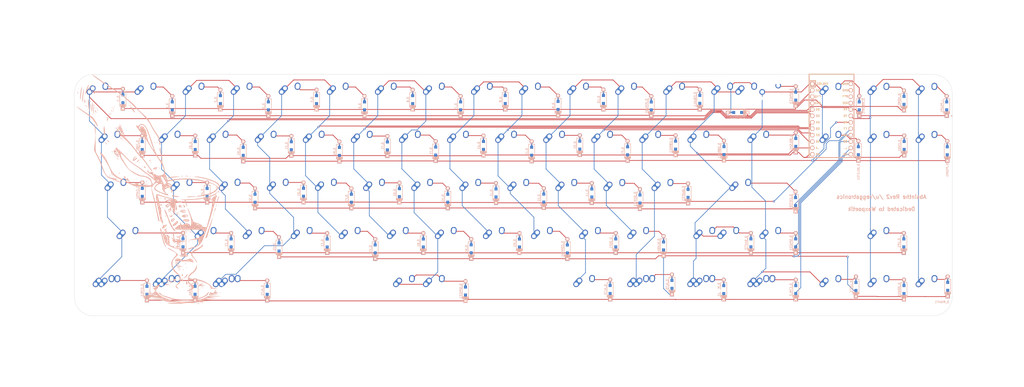
<source format=kicad_pcb>
(kicad_pcb (version 20171130) (host pcbnew "(5.1.0)-1")
  (layers (0 F.Cu signal) (31 B.Cu signal) (34 B.Paste user) (35 F.Paste user) (36 B.SilkS user) (37 F.SilkS user) (38 B.Mask user) (39 F.Mask user) (44 Edge.Cuts user))
  (net 0 "")
  (net 1 GND)
  (net 2 VCC)
  (net 3 "Net-(D_1-Pad2)")
  (net 4 "Net-(D_2-Pad2)")
  (net 5 "Net-(D_3-Pad2)")
  (net 6 "Net-(D_4-Pad2)")
  (net 7 "Net-(D_5-Pad2)")
  (net 8 "Net-(D_6-Pad2)")
  (net 9 "Net-(D_7-Pad2)")
  (net 10 "Net-(D_8-Pad2)")
  (net 11 "Net-(D_9-Pad2)")
  (net 12 "Net-(D_SPACE1-Pad2)")
  (net 13 "Net-(D_SHIFT1-Pad2)")
  (net 14 "Net-(D_SPACE2-Pad2)")
  (net 15 "Net-(D_SPACE3-Pad2)")
  (net 16 "Net-(D_ALT1-Pad2)")
  (net 17 "Net-(D_CTRL1-Pad2)")
  (net 18 "Net-(U1-Pad3)")
  (net 19 "Net-(U1-Pad4)")
  (net 20 "Net-(U1-Pad21)")
  (net 21 "Net-(U1-Pad22)")
  (net 22 "Net-(U1-Pad23)")
  (net 23 "Net-(U1-Pad24)")
  (net 24 row1)
  (net 25 row0)
  (net 26 "Net-(D_10-Pad2)")
  (net 27 "Net-(D_`1-Pad2)")
  (net 28 "Net-(D_A1-Pad2)")
  (net 29 row4)
  (net 30 row8)
  (net 31 "Net-(D_ALT2-Pad2)")
  (net 32 "Net-(D_B1-Pad2)")
  (net 33 row6)
  (net 34 "Net-(D_BSLSH1-Pad2)")
  (net 35 row2)
  (net 36 "Net-(D_C1-Pad2)")
  (net 37 "Net-(D_CAPS1-Pad2)")
  (net 38 "Net-(D_CBRAC1-Pad2)")
  (net 39 "Net-(D_COMMA1-Pad2)")
  (net 40 row7)
  (net 41 "Net-(D_CTRL2-Pad2)")
  (net 42 "Net-(D_D1-Pad2)")
  (net 43 "Net-(D_DELETE1-Pad2)")
  (net 44 row3)
  (net 45 "Net-(D_DOT1-Pad2)")
  (net 46 "Net-(D_DOWN1-Pad2)")
  (net 47 "Net-(D_E1-Pad2)")
  (net 48 "Net-(D_END1-Pad2)")
  (net 49 "Net-(D_ENTER1-Pad2)")
  (net 50 row5)
  (net 51 "Net-(D_EQUAL1-Pad2)")
  (net 52 "Net-(D_F1-Pad2)")
  (net 53 "Net-(D_G1-Pad2)")
  (net 54 "Net-(D_H1-Pad2)")
  (net 55 "Net-(D_HOME1-Pad2)")
  (net 56 "Net-(D_I1-Pad2)")
  (net 57 "Net-(D_INSERT1-Pad2)")
  (net 58 "Net-(D_J1-Pad2)")
  (net 59 "Net-(D_K1-Pad2)")
  (net 60 "Net-(D_L1-Pad2)")
  (net 61 "Net-(D_LEFT1-Pad2)")
  (net 62 "Net-(D_M1-Pad2)")
  (net 63 "Net-(D_MENU1-Pad2)")
  (net 64 "Net-(D_MINUS1-Pad2)")
  (net 65 "Net-(D_N1-Pad2)")
  (net 66 "Net-(D_O1-Pad2)")
  (net 67 "Net-(D_OBRAC1-Pad2)")
  (net 68 "Net-(D_P1-Pad2)")
  (net 69 "Net-(D_PGDN1-Pad2)")
  (net 70 "Net-(D_PGUP1-Pad2)")
  (net 71 "Net-(D_Q1-Pad2)")
  (net 72 "Net-(D_QUOTE1-Pad2)")
  (net 73 "Net-(D_R1-Pad2)")
  (net 74 "Net-(D_RIGHT1-Pad2)")
  (net 75 "Net-(D_S1-Pad2)")
  (net 76 "Net-(D_SEMIC1-Pad2)")
  (net 77 "Net-(D_SHIFT2-Pad2)")
  (net 78 "Net-(D_SLASH1-Pad2)")
  (net 79 "Net-(D_SPACE4-Pad2)")
  (net 80 "Net-(D_T1-Pad2)")
  (net 81 "Net-(D_TAB1-Pad2)")
  (net 82 "Net-(D_U1-Pad2)")
  (net 83 "Net-(D_UP1-Pad2)")
  (net 84 "Net-(D_V1-Pad2)")
  (net 85 "Net-(D_W1-Pad2)")
  (net 86 "Net-(D_WIN1-Pad2)")
  (net 87 "Net-(D_X1-Pad2)")
  (net 88 "Net-(D_Y1-Pad2)")
  (net 89 "Net-(D_Z1-Pad2)")
  (net 90 col0)
  (net 91 col1)
  (net 92 col2)
  (net 93 col3)
  (net 94 col4)
  (net 95 col5)
  (net 96 col7)
  (net 97 col6)
  (net 98 col8)
  (net 99 "Net-(D_ALT5-Pad2)")
  (module random-keyboard-parts:absinthe (layer B.Cu) (at 33.0708 45.54728 180)
    (fp_text reference G*** hide)
    (fp_text value LOGO hide)
  )
  (module MX_Alps_Hybrid:MX-1U-NoLED (layer F.Cu) (at 138.24712 47.64024)
    (fp_text reference K_H1)
    (fp_text value KEYSW)
    (pad "" np_thru_hole circle (at 5.08 0 48.0996) (size 1.75 1.75) (drill 1.75) (layers *.Cu *.Mask))
    (pad "" np_thru_hole circle (at -5.08 0 48.0996) (size 1.75 1.75) (drill 1.75) (layers *.Cu *.Mask))
    (pad 1 thru_hole circle (at -2.5 -4) (size 2.25 2.25) (drill 1.47) (layers *.Cu B.Mask) (net 93 col3))
    (pad "" np_thru_hole circle (at 0 0) (size 3.9878 3.9878) (drill 3.9878) (layers *.Cu *.Mask))
    (pad 1 thru_hole oval (at -3.81 -2.54 48.0996) (size 4.211556 2.25) (drill 1.47 (offset 0.980778 0)) (layers *.Cu B.Mask) (net 93 col3))
    (pad 2 thru_hole circle (at 2.54 -5.08) (size 2.25 2.25) (drill 1.47) (layers *.Cu B.Mask) (net 54 "Net-(D_H1-Pad2)"))
    (pad 2 thru_hole oval (at 2.5 -4.5 86.0548) (size 2.831378 2.25) (drill 1.47 (offset 0.290689 0)) (layers *.Cu B.Mask) (net 54 "Net-(D_H1-Pad2)"))
  )
  (module MX_Alps_Hybrid:MX-1U-NoLED (layer F.Cu) (at 28.575 9.525)
    (fp_text reference K_1)
    (fp_text value KEYSW)
    (pad 1 thru_hole circle (at -2.5 -4) (size 2.25 2.25) (drill 1.47) (layers *.Cu B.Mask) (net 90 col0))
    (pad 1 thru_hole oval (at -3.81 -2.54 48.0996) (size 4.211556 2.25) (drill 1.47 (offset 0.980778 0)) (layers *.Cu B.Mask) (net 90 col0))
    (pad 2 thru_hole oval (at 2.5 -4.5 86.0548) (size 2.831378 2.25) (drill 1.47 (offset 0.290689 0)) (layers *.Cu B.Mask) (net 3 "Net-(D_1-Pad2)"))
    (pad 2 thru_hole circle (at 2.54 -5.08) (size 2.25 2.25) (drill 1.47) (layers *.Cu B.Mask) (net 3 "Net-(D_1-Pad2)"))
    (pad "" np_thru_hole circle (at 0 0) (size 3.9878 3.9878) (drill 3.9878) (layers *.Cu *.Mask))
    (pad "" np_thru_hole circle (at -5.08 0 48.0996) (size 1.75 1.75) (drill 1.75) (layers *.Cu *.Mask))
    (pad "" np_thru_hole circle (at 5.08 0 48.0996) (size 1.75 1.75) (drill 1.75) (layers *.Cu *.Mask))
  )
  (module keyboard_parts:D_SOD123_axial (layer B.Cu) (at 38.5619 12.5015 90)
    (fp_text reference D_1 (at 0 -1.925 90) (layer B.SilkS) (effects (font (size 0.8 0.8)) (justify mirror)))
    (fp_text value D hide)
    (pad 1 smd rect (at -2.7 0 90) (size 2.5 0.5) (layers B.Cu) (net 24 row1))
    (pad 1 smd rect (at -1.575 0 90) (size 1.2 1.2) (layers B.Cu B.Paste B.Mask) (net 24 row1))
    (pad 1 thru_hole rect (at -3.9 0 90) (size 1.6 1.6) (drill 0.7) (layers *.Cu *.Mask B.SilkS) (net 24 row1))
    (pad 2 smd rect (at 1.575 0 90) (size 1.2 1.2) (layers B.Cu B.Paste B.Mask) (net 3 "Net-(D_1-Pad2)"))
    (pad 2 smd rect (at 2.7 0 90) (size 2.5 0.5) (layers B.Cu) (net 3 "Net-(D_1-Pad2)"))
    (pad 2 thru_hole circle (at 3.9 0 90) (size 1.6 1.6) (drill 0.7) (layers *.Cu *.Mask B.SilkS) (net 3 "Net-(D_1-Pad2)"))
  )
  (module MX_Alps_Hybrid:MX-1U-NoLED (layer F.Cu) (at 47.625 9.525)
    (fp_text reference K_2)
    (fp_text value KEYSW)
    (pad 1 thru_hole circle (at -2.5 -4) (size 2.25 2.25) (drill 1.47) (layers *.Cu B.Mask) (net 91 col1))
    (pad 1 thru_hole oval (at -3.81 -2.54 48.0996) (size 4.211556 2.25) (drill 1.47 (offset 0.980778 0)) (layers *.Cu B.Mask) (net 91 col1))
    (pad 2 thru_hole oval (at 2.5 -4.5 86.0548) (size 2.831378 2.25) (drill 1.47 (offset 0.290689 0)) (layers *.Cu B.Mask) (net 4 "Net-(D_2-Pad2)"))
    (pad 2 thru_hole circle (at 2.54 -5.08) (size 2.25 2.25) (drill 1.47) (layers *.Cu B.Mask) (net 4 "Net-(D_2-Pad2)"))
    (pad "" np_thru_hole circle (at 0 0) (size 3.9878 3.9878) (drill 3.9878) (layers *.Cu *.Mask))
    (pad "" np_thru_hole circle (at -5.08 0 48.0996) (size 1.75 1.75) (drill 1.75) (layers *.Cu *.Mask))
    (pad "" np_thru_hole circle (at 5.08 0 48.0996) (size 1.75 1.75) (drill 1.75) (layers *.Cu *.Mask))
  )
  (module keyboard_parts:D_SOD123_axial (layer B.Cu) (at 57.65 10.025 90)
    (fp_text reference D_2 (at 0 -1.925 90) (layer B.SilkS) (effects (font (size 0.8 0.8)) (justify mirror)))
    (fp_text value D hide)
    (pad 1 smd rect (at -2.7 0 90) (size 2.5 0.5) (layers B.Cu) (net 25 row0))
    (pad 1 smd rect (at -1.575 0 90) (size 1.2 1.2) (layers B.Cu B.Paste B.Mask) (net 25 row0))
    (pad 1 thru_hole rect (at -3.9 0 90) (size 1.6 1.6) (drill 0.7) (layers *.Cu *.Mask B.SilkS) (net 25 row0))
    (pad 2 smd rect (at 1.575 0 90) (size 1.2 1.2) (layers B.Cu B.Paste B.Mask) (net 4 "Net-(D_2-Pad2)"))
    (pad 2 smd rect (at 2.7 0 90) (size 2.5 0.5) (layers B.Cu) (net 4 "Net-(D_2-Pad2)"))
    (pad 2 thru_hole circle (at 3.9 0 90) (size 1.6 1.6) (drill 0.7) (layers *.Cu *.Mask B.SilkS) (net 4 "Net-(D_2-Pad2)"))
  )
  (module MX_Alps_Hybrid:MX-1U-NoLED (layer F.Cu) (at 66.675 9.525)
    (fp_text reference K_3)
    (fp_text value KEYSW)
    (pad 1 thru_hole circle (at -2.5 -4) (size 2.25 2.25) (drill 1.47) (layers *.Cu B.Mask) (net 91 col1))
    (pad 1 thru_hole oval (at -3.81 -2.54 48.0996) (size 4.211556 2.25) (drill 1.47 (offset 0.980778 0)) (layers *.Cu B.Mask) (net 91 col1))
    (pad 2 thru_hole oval (at 2.5 -4.5 86.0548) (size 2.831378 2.25) (drill 1.47 (offset 0.290689 0)) (layers *.Cu B.Mask) (net 5 "Net-(D_3-Pad2)"))
    (pad 2 thru_hole circle (at 2.54 -5.08) (size 2.25 2.25) (drill 1.47) (layers *.Cu B.Mask) (net 5 "Net-(D_3-Pad2)"))
    (pad "" np_thru_hole circle (at 0 0) (size 3.9878 3.9878) (drill 3.9878) (layers *.Cu *.Mask))
    (pad "" np_thru_hole circle (at -5.08 0 48.0996) (size 1.75 1.75) (drill 1.75) (layers *.Cu *.Mask))
    (pad "" np_thru_hole circle (at 5.08 0 48.0996) (size 1.75 1.75) (drill 1.75) (layers *.Cu *.Mask))
  )
  (module keyboard_parts:D_SOD123_axial (layer B.Cu) (at 76.6619 12.5015 90)
    (fp_text reference D_3 (at 0 -1.925 90) (layer B.SilkS) (effects (font (size 0.8 0.8)) (justify mirror)))
    (fp_text value D hide)
    (pad 1 smd rect (at -2.7 0 90) (size 2.5 0.5) (layers B.Cu) (net 24 row1))
    (pad 1 smd rect (at -1.575 0 90) (size 1.2 1.2) (layers B.Cu B.Paste B.Mask) (net 24 row1))
    (pad 1 thru_hole rect (at -3.9 0 90) (size 1.6 1.6) (drill 0.7) (layers *.Cu *.Mask B.SilkS) (net 24 row1))
    (pad 2 smd rect (at 1.575 0 90) (size 1.2 1.2) (layers B.Cu B.Paste B.Mask) (net 5 "Net-(D_3-Pad2)"))
    (pad 2 smd rect (at 2.7 0 90) (size 2.5 0.5) (layers B.Cu) (net 5 "Net-(D_3-Pad2)"))
    (pad 2 thru_hole circle (at 3.9 0 90) (size 1.6 1.6) (drill 0.7) (layers *.Cu *.Mask B.SilkS) (net 5 "Net-(D_3-Pad2)"))
  )
  (module MX_Alps_Hybrid:MX-1U-NoLED (layer F.Cu) (at 85.725 9.525)
    (fp_text reference K_4)
    (fp_text value KEYSW)
    (pad 1 thru_hole circle (at -2.5 -4) (size 2.25 2.25) (drill 1.47) (layers *.Cu B.Mask) (net 92 col2))
    (pad 1 thru_hole oval (at -3.81 -2.54 48.0996) (size 4.211556 2.25) (drill 1.47 (offset 0.980778 0)) (layers *.Cu B.Mask) (net 92 col2))
    (pad 2 thru_hole oval (at 2.5 -4.5 86.0548) (size 2.831378 2.25) (drill 1.47 (offset 0.290689 0)) (layers *.Cu B.Mask) (net 6 "Net-(D_4-Pad2)"))
    (pad 2 thru_hole circle (at 2.54 -5.08) (size 2.25 2.25) (drill 1.47) (layers *.Cu B.Mask) (net 6 "Net-(D_4-Pad2)"))
    (pad "" np_thru_hole circle (at 0 0) (size 3.9878 3.9878) (drill 3.9878) (layers *.Cu *.Mask))
    (pad "" np_thru_hole circle (at -5.08 0 48.0996) (size 1.75 1.75) (drill 1.75) (layers *.Cu *.Mask))
    (pad "" np_thru_hole circle (at 5.08 0 48.0996) (size 1.75 1.75) (drill 1.75) (layers *.Cu *.Mask))
  )
  (module keyboard_parts:D_SOD123_axial (layer B.Cu) (at 95.75 10.025 90)
    (fp_text reference D_4 (at 0 -1.925 90) (layer B.SilkS) (effects (font (size 0.8 0.8)) (justify mirror)))
    (fp_text value D hide)
    (pad 1 smd rect (at -2.7 0 90) (size 2.5 0.5) (layers B.Cu) (net 25 row0))
    (pad 1 smd rect (at -1.575 0 90) (size 1.2 1.2) (layers B.Cu B.Paste B.Mask) (net 25 row0))
    (pad 1 thru_hole rect (at -3.9 0 90) (size 1.6 1.6) (drill 0.7) (layers *.Cu *.Mask B.SilkS) (net 25 row0))
    (pad 2 smd rect (at 1.575 0 90) (size 1.2 1.2) (layers B.Cu B.Paste B.Mask) (net 6 "Net-(D_4-Pad2)"))
    (pad 2 smd rect (at 2.7 0 90) (size 2.5 0.5) (layers B.Cu) (net 6 "Net-(D_4-Pad2)"))
    (pad 2 thru_hole circle (at 3.9 0 90) (size 1.6 1.6) (drill 0.7) (layers *.Cu *.Mask B.SilkS) (net 6 "Net-(D_4-Pad2)"))
  )
  (module MX_Alps_Hybrid:MX-1U-NoLED (layer F.Cu) (at 104.775 9.525)
    (fp_text reference K_5)
    (fp_text value KEYSW)
    (pad 1 thru_hole circle (at -2.5 -4) (size 2.25 2.25) (drill 1.47) (layers *.Cu B.Mask) (net 92 col2))
    (pad 1 thru_hole oval (at -3.81 -2.54 48.0996) (size 4.211556 2.25) (drill 1.47 (offset 0.980778 0)) (layers *.Cu B.Mask) (net 92 col2))
    (pad 2 thru_hole oval (at 2.5 -4.5 86.0548) (size 2.831378 2.25) (drill 1.47 (offset 0.290689 0)) (layers *.Cu B.Mask) (net 7 "Net-(D_5-Pad2)"))
    (pad 2 thru_hole circle (at 2.54 -5.08) (size 2.25 2.25) (drill 1.47) (layers *.Cu B.Mask) (net 7 "Net-(D_5-Pad2)"))
    (pad "" np_thru_hole circle (at 0 0) (size 3.9878 3.9878) (drill 3.9878) (layers *.Cu *.Mask))
    (pad "" np_thru_hole circle (at -5.08 0 48.0996) (size 1.75 1.75) (drill 1.75) (layers *.Cu *.Mask))
    (pad "" np_thru_hole circle (at 5.08 0 48.0996) (size 1.75 1.75) (drill 1.75) (layers *.Cu *.Mask))
  )
  (module keyboard_parts:D_SOD123_axial (layer B.Cu) (at 114.7619 12.5015 90)
    (fp_text reference D_5 (at 0 -1.925 90) (layer B.SilkS) (effects (font (size 0.8 0.8)) (justify mirror)))
    (fp_text value D hide)
    (pad 1 smd rect (at -2.7 0 90) (size 2.5 0.5) (layers B.Cu) (net 24 row1))
    (pad 1 smd rect (at -1.575 0 90) (size 1.2 1.2) (layers B.Cu B.Paste B.Mask) (net 24 row1))
    (pad 1 thru_hole rect (at -3.9 0 90) (size 1.6 1.6) (drill 0.7) (layers *.Cu *.Mask B.SilkS) (net 24 row1))
    (pad 2 smd rect (at 1.575 0 90) (size 1.2 1.2) (layers B.Cu B.Paste B.Mask) (net 7 "Net-(D_5-Pad2)"))
    (pad 2 smd rect (at 2.7 0 90) (size 2.5 0.5) (layers B.Cu) (net 7 "Net-(D_5-Pad2)"))
    (pad 2 thru_hole circle (at 3.9 0 90) (size 1.6 1.6) (drill 0.7) (layers *.Cu *.Mask B.SilkS) (net 7 "Net-(D_5-Pad2)"))
  )
  (module MX_Alps_Hybrid:MX-1U-NoLED (layer F.Cu) (at 123.825 9.525)
    (fp_text reference K_6)
    (fp_text value KEYSW)
    (pad 1 thru_hole circle (at -2.5 -4) (size 2.25 2.25) (drill 1.47) (layers *.Cu B.Mask) (net 93 col3))
    (pad 1 thru_hole oval (at -3.81 -2.54 48.0996) (size 4.211556 2.25) (drill 1.47 (offset 0.980778 0)) (layers *.Cu B.Mask) (net 93 col3))
    (pad 2 thru_hole oval (at 2.5 -4.5 86.0548) (size 2.831378 2.25) (drill 1.47 (offset 0.290689 0)) (layers *.Cu B.Mask) (net 8 "Net-(D_6-Pad2)"))
    (pad 2 thru_hole circle (at 2.54 -5.08) (size 2.25 2.25) (drill 1.47) (layers *.Cu B.Mask) (net 8 "Net-(D_6-Pad2)"))
    (pad "" np_thru_hole circle (at 0 0) (size 3.9878 3.9878) (drill 3.9878) (layers *.Cu *.Mask))
    (pad "" np_thru_hole circle (at -5.08 0 48.0996) (size 1.75 1.75) (drill 1.75) (layers *.Cu *.Mask))
    (pad "" np_thru_hole circle (at 5.08 0 48.0996) (size 1.75 1.75) (drill 1.75) (layers *.Cu *.Mask))
  )
  (module keyboard_parts:D_SOD123_axial (layer B.Cu) (at 133.85 10.025 90)
    (fp_text reference D_6 (at 0 -1.925 90) (layer B.SilkS) (effects (font (size 0.8 0.8)) (justify mirror)))
    (fp_text value D hide)
    (pad 1 smd rect (at -2.7 0 90) (size 2.5 0.5) (layers B.Cu) (net 25 row0))
    (pad 1 smd rect (at -1.575 0 90) (size 1.2 1.2) (layers B.Cu B.Paste B.Mask) (net 25 row0))
    (pad 1 thru_hole rect (at -3.9 0 90) (size 1.6 1.6) (drill 0.7) (layers *.Cu *.Mask B.SilkS) (net 25 row0))
    (pad 2 smd rect (at 1.575 0 90) (size 1.2 1.2) (layers B.Cu B.Paste B.Mask) (net 8 "Net-(D_6-Pad2)"))
    (pad 2 smd rect (at 2.7 0 90) (size 2.5 0.5) (layers B.Cu) (net 8 "Net-(D_6-Pad2)"))
    (pad 2 thru_hole circle (at 3.9 0 90) (size 1.6 1.6) (drill 0.7) (layers *.Cu *.Mask B.SilkS) (net 8 "Net-(D_6-Pad2)"))
  )
  (module MX_Alps_Hybrid:MX-1U-NoLED (layer F.Cu) (at 142.875 9.525)
    (fp_text reference K_7)
    (fp_text value KEYSW)
    (pad 1 thru_hole circle (at -2.5 -4) (size 2.25 2.25) (drill 1.47) (layers *.Cu B.Mask) (net 93 col3))
    (pad 1 thru_hole oval (at -3.81 -2.54 48.0996) (size 4.211556 2.25) (drill 1.47 (offset 0.980778 0)) (layers *.Cu B.Mask) (net 93 col3))
    (pad 2 thru_hole oval (at 2.5 -4.5 86.0548) (size 2.831378 2.25) (drill 1.47 (offset 0.290689 0)) (layers *.Cu B.Mask) (net 9 "Net-(D_7-Pad2)"))
    (pad 2 thru_hole circle (at 2.54 -5.08) (size 2.25 2.25) (drill 1.47) (layers *.Cu B.Mask) (net 9 "Net-(D_7-Pad2)"))
    (pad "" np_thru_hole circle (at 0 0) (size 3.9878 3.9878) (drill 3.9878) (layers *.Cu *.Mask))
    (pad "" np_thru_hole circle (at -5.08 0 48.0996) (size 1.75 1.75) (drill 1.75) (layers *.Cu *.Mask))
    (pad "" np_thru_hole circle (at 5.08 0 48.0996) (size 1.75 1.75) (drill 1.75) (layers *.Cu *.Mask))
  )
  (module keyboard_parts:D_SOD123_axial (layer B.Cu) (at 152.8619 12.5015 90)
    (fp_text reference D_7 (at 0 -1.925 90) (layer B.SilkS) (effects (font (size 0.8 0.8)) (justify mirror)))
    (fp_text value D hide)
    (pad 1 smd rect (at -2.7 0 90) (size 2.5 0.5) (layers B.Cu) (net 24 row1))
    (pad 1 smd rect (at -1.575 0 90) (size 1.2 1.2) (layers B.Cu B.Paste B.Mask) (net 24 row1))
    (pad 1 thru_hole rect (at -3.9 0 90) (size 1.6 1.6) (drill 0.7) (layers *.Cu *.Mask B.SilkS) (net 24 row1))
    (pad 2 smd rect (at 1.575 0 90) (size 1.2 1.2) (layers B.Cu B.Paste B.Mask) (net 9 "Net-(D_7-Pad2)"))
    (pad 2 smd rect (at 2.7 0 90) (size 2.5 0.5) (layers B.Cu) (net 9 "Net-(D_7-Pad2)"))
    (pad 2 thru_hole circle (at 3.9 0 90) (size 1.6 1.6) (drill 0.7) (layers *.Cu *.Mask B.SilkS) (net 9 "Net-(D_7-Pad2)"))
  )
  (module MX_Alps_Hybrid:MX-1U-NoLED (layer F.Cu) (at 161.925 9.525)
    (fp_text reference K_8)
    (fp_text value KEYSW)
    (pad 1 thru_hole circle (at -2.5 -4) (size 2.25 2.25) (drill 1.47) (layers *.Cu B.Mask) (net 94 col4))
    (pad 1 thru_hole oval (at -3.81 -2.54 48.0996) (size 4.211556 2.25) (drill 1.47 (offset 0.980778 0)) (layers *.Cu B.Mask) (net 94 col4))
    (pad 2 thru_hole oval (at 2.5 -4.5 86.0548) (size 2.831378 2.25) (drill 1.47 (offset 0.290689 0)) (layers *.Cu B.Mask) (net 10 "Net-(D_8-Pad2)"))
    (pad 2 thru_hole circle (at 2.54 -5.08) (size 2.25 2.25) (drill 1.47) (layers *.Cu B.Mask) (net 10 "Net-(D_8-Pad2)"))
    (pad "" np_thru_hole circle (at 0 0) (size 3.9878 3.9878) (drill 3.9878) (layers *.Cu *.Mask))
    (pad "" np_thru_hole circle (at -5.08 0 48.0996) (size 1.75 1.75) (drill 1.75) (layers *.Cu *.Mask))
    (pad "" np_thru_hole circle (at 5.08 0 48.0996) (size 1.75 1.75) (drill 1.75) (layers *.Cu *.Mask))
  )
  (module keyboard_parts:D_SOD123_axial (layer B.Cu) (at 170.55084 9.98728 90)
    (fp_text reference D_8 (at 0 -1.925 90) (layer B.SilkS) (effects (font (size 0.8 0.8)) (justify mirror)))
    (fp_text value D hide)
    (pad 1 smd rect (at -2.7 0 90) (size 2.5 0.5) (layers B.Cu) (net 25 row0))
    (pad 1 smd rect (at -1.575 0 90) (size 1.2 1.2) (layers B.Cu B.Paste B.Mask) (net 25 row0))
    (pad 1 thru_hole rect (at -3.9 0 90) (size 1.6 1.6) (drill 0.7) (layers *.Cu *.Mask B.SilkS) (net 25 row0))
    (pad 2 smd rect (at 1.575 0 90) (size 1.2 1.2) (layers B.Cu B.Paste B.Mask) (net 10 "Net-(D_8-Pad2)"))
    (pad 2 smd rect (at 2.7 0 90) (size 2.5 0.5) (layers B.Cu) (net 10 "Net-(D_8-Pad2)"))
    (pad 2 thru_hole circle (at 3.9 0 90) (size 1.6 1.6) (drill 0.7) (layers *.Cu *.Mask B.SilkS) (net 10 "Net-(D_8-Pad2)"))
  )
  (module MX_Alps_Hybrid:MX-1U-NoLED (layer F.Cu) (at 180.975 9.525)
    (fp_text reference K_9)
    (fp_text value KEYSW)
    (pad 1 thru_hole circle (at -2.5 -4) (size 2.25 2.25) (drill 1.47) (layers *.Cu B.Mask) (net 94 col4))
    (pad 1 thru_hole oval (at -3.81 -2.54 48.0996) (size 4.211556 2.25) (drill 1.47 (offset 0.980778 0)) (layers *.Cu B.Mask) (net 94 col4))
    (pad 2 thru_hole oval (at 2.5 -4.5 86.0548) (size 2.831378 2.25) (drill 1.47 (offset 0.290689 0)) (layers *.Cu B.Mask) (net 11 "Net-(D_9-Pad2)"))
    (pad 2 thru_hole circle (at 2.54 -5.08) (size 2.25 2.25) (drill 1.47) (layers *.Cu B.Mask) (net 11 "Net-(D_9-Pad2)"))
    (pad "" np_thru_hole circle (at 0 0) (size 3.9878 3.9878) (drill 3.9878) (layers *.Cu *.Mask))
    (pad "" np_thru_hole circle (at -5.08 0 48.0996) (size 1.75 1.75) (drill 1.75) (layers *.Cu *.Mask))
    (pad "" np_thru_hole circle (at 5.08 0 48.0996) (size 1.75 1.75) (drill 1.75) (layers *.Cu *.Mask))
  )
  (module keyboard_parts:D_SOD123_axial (layer B.Cu) (at 191.48806 12.33678 90)
    (fp_text reference D_9 (at 0 -1.925 90) (layer B.SilkS) (effects (font (size 0.8 0.8)) (justify mirror)))
    (fp_text value D hide)
    (pad 1 smd rect (at -2.7 0 90) (size 2.5 0.5) (layers B.Cu) (net 24 row1))
    (pad 1 smd rect (at -1.575 0 90) (size 1.2 1.2) (layers B.Cu B.Paste B.Mask) (net 24 row1))
    (pad 1 thru_hole rect (at -3.9 0 90) (size 1.6 1.6) (drill 0.7) (layers *.Cu *.Mask B.SilkS) (net 24 row1))
    (pad 2 smd rect (at 1.575 0 90) (size 1.2 1.2) (layers B.Cu B.Paste B.Mask) (net 11 "Net-(D_9-Pad2)"))
    (pad 2 smd rect (at 2.7 0 90) (size 2.5 0.5) (layers B.Cu) (net 11 "Net-(D_9-Pad2)"))
    (pad 2 thru_hole circle (at 3.9 0 90) (size 1.6 1.6) (drill 0.7) (layers *.Cu *.Mask B.SilkS) (net 11 "Net-(D_9-Pad2)"))
  )
  (module keyboard_parts:D_SOD123_axial (layer B.Cu) (at 154.79268 85.9028 90)
    (fp_text reference D_SPACE1 (at 0 -1.925 90) (layer B.SilkS) (effects (font (size 0.8 0.8)) (justify mirror)))
    (fp_text value D hide)
    (pad 1 smd rect (at -2.7 0 90) (size 2.5 0.5) (layers B.Cu) (net 30 row8))
    (pad 1 smd rect (at -1.575 0 90) (size 1.2 1.2) (layers B.Cu B.Paste B.Mask) (net 30 row8))
    (pad 1 thru_hole rect (at -3.9 0 90) (size 1.6 1.6) (drill 0.7) (layers *.Cu *.Mask B.SilkS) (net 30 row8))
    (pad 2 smd rect (at 1.575 0 90) (size 1.2 1.2) (layers B.Cu B.Paste B.Mask) (net 12 "Net-(D_SPACE1-Pad2)"))
    (pad 2 smd rect (at 2.7 0 90) (size 2.5 0.5) (layers B.Cu) (net 12 "Net-(D_SPACE1-Pad2)"))
    (pad 2 thru_hole circle (at 3.9 0 90) (size 1.6 1.6) (drill 0.7) (layers *.Cu *.Mask B.SilkS) (net 12 "Net-(D_SPACE1-Pad2)"))
  )
  (module keyboard_parts:D_SOD123_axial (layer B.Cu) (at 42.8244 66.78676 90)
    (fp_text reference D_SHIFT1 (at 0 -1.925 90) (layer B.SilkS) (effects (font (size 0.8 0.8)) (justify mirror)))
    (fp_text value D hide)
    (pad 1 smd rect (at -2.7 0 90) (size 2.5 0.5) (layers B.Cu) (net 33 row6))
    (pad 1 smd rect (at -1.575 0 90) (size 1.2 1.2) (layers B.Cu B.Paste B.Mask) (net 33 row6))
    (pad 1 thru_hole rect (at -3.9 0 90) (size 1.6 1.6) (drill 0.7) (layers *.Cu *.Mask B.SilkS) (net 33 row6))
    (pad 2 smd rect (at 1.575 0 90) (size 1.2 1.2) (layers B.Cu B.Paste B.Mask) (net 13 "Net-(D_SHIFT1-Pad2)"))
    (pad 2 smd rect (at 2.7 0 90) (size 2.5 0.5) (layers B.Cu) (net 13 "Net-(D_SHIFT1-Pad2)"))
    (pad 2 thru_hole circle (at 3.9 0 90) (size 1.6 1.6) (drill 0.7) (layers *.Cu *.Mask B.SilkS) (net 13 "Net-(D_SHIFT1-Pad2)"))
  )
  (module MX_Alps_Hybrid:MX-1U-NoLED (layer F.Cu) (at 257.175 9.525)
    (fp_text reference K_SPACE2)
    (fp_text value KEYSW)
    (pad 1 thru_hole circle (at -2.5 -4) (size 2.25 2.25) (drill 1.47) (layers *.Cu B.Mask) (net 97 col6))
    (pad 1 thru_hole oval (at -3.81 -2.54 48.0996) (size 4.211556 2.25) (drill 1.47 (offset 0.980778 0)) (layers *.Cu B.Mask) (net 97 col6))
    (pad 2 thru_hole oval (at 2.5 -4.5 86.0548) (size 2.831378 2.25) (drill 1.47 (offset 0.290689 0)) (layers *.Cu B.Mask) (net 14 "Net-(D_SPACE2-Pad2)"))
    (pad 2 thru_hole circle (at 2.54 -5.08) (size 2.25 2.25) (drill 1.47) (layers *.Cu B.Mask) (net 14 "Net-(D_SPACE2-Pad2)"))
    (pad "" np_thru_hole circle (at 0 0) (size 3.9878 3.9878) (drill 3.9878) (layers *.Cu *.Mask))
    (pad "" np_thru_hole circle (at -5.08 0 48.0996) (size 1.75 1.75) (drill 1.75) (layers *.Cu *.Mask))
    (pad "" np_thru_hole circle (at 5.08 0 48.0996) (size 1.75 1.75) (drill 1.75) (layers *.Cu *.Mask))
  )
  (module keyboard_parts:D_SOD123_axial (layer B.Cu) (at 262.66648 15.12824 180)
    (fp_text reference D_SPACE2 (at 0 -1.925 180) (layer B.SilkS) (effects (font (size 0.8 0.8)) (justify mirror)))
    (fp_text value D hide)
    (pad 1 smd rect (at -2.7 0 180) (size 2.5 0.5) (layers B.Cu) (net 24 row1))
    (pad 1 smd rect (at -1.575 0 180) (size 1.2 1.2) (layers B.Cu B.Paste B.Mask) (net 24 row1))
    (pad 1 thru_hole rect (at -3.9 0 180) (size 1.6 1.6) (drill 0.7) (layers *.Cu *.Mask B.SilkS) (net 24 row1))
    (pad 2 smd rect (at 1.575 0 180) (size 1.2 1.2) (layers B.Cu B.Paste B.Mask) (net 14 "Net-(D_SPACE2-Pad2)"))
    (pad 2 smd rect (at 2.7 0 180) (size 2.5 0.5) (layers B.Cu) (net 14 "Net-(D_SPACE2-Pad2)"))
    (pad 2 thru_hole circle (at 3.9 0 180) (size 1.6 1.6) (drill 0.7) (layers *.Cu *.Mask B.SilkS) (net 14 "Net-(D_SPACE2-Pad2)"))
  )
  (module keyboard_parts:D_SOD123_axial (layer B.Cu) (at 285.6992 8.65124 90)
    (fp_text reference D_SPACE3 (at 0 -1.925 90) (layer B.SilkS) (effects (font (size 0.8 0.8)) (justify mirror)))
    (fp_text value D hide)
    (pad 1 smd rect (at -2.7 0 90) (size 2.5 0.5) (layers B.Cu) (net 25 row0))
    (pad 1 smd rect (at -1.575 0 90) (size 1.2 1.2) (layers B.Cu B.Paste B.Mask) (net 25 row0))
    (pad 1 thru_hole rect (at -3.9 0 90) (size 1.6 1.6) (drill 0.7) (layers *.Cu *.Mask B.SilkS) (net 25 row0))
    (pad 2 smd rect (at 1.575 0 90) (size 1.2 1.2) (layers B.Cu B.Paste B.Mask) (net 15 "Net-(D_SPACE3-Pad2)"))
    (pad 2 smd rect (at 2.7 0 90) (size 2.5 0.5) (layers B.Cu) (net 15 "Net-(D_SPACE3-Pad2)"))
    (pad 2 thru_hole circle (at 3.9 0 90) (size 1.6 1.6) (drill 0.7) (layers *.Cu *.Mask B.SilkS) (net 15 "Net-(D_SPACE3-Pad2)"))
  )
  (module MX_Alps_Hybrid:MX-1.5U-NoLED (layer F.Cu) (at 61.95568 85.76564)
    (fp_text reference K_ALT1)
    (fp_text value KEYSW)
    (pad 1 thru_hole circle (at -2.5 -4) (size 2.25 2.25) (drill 1.47) (layers *.Cu B.Mask) (net 92 col2))
    (pad 1 thru_hole oval (at -3.81 -2.54 48.0996) (size 4.211556 2.25) (drill 1.47 (offset 0.980778 0)) (layers *.Cu B.Mask) (net 92 col2))
    (pad 2 thru_hole oval (at 2.5 -4.5 86.0548) (size 2.831378 2.25) (drill 1.47 (offset 0.290689 0)) (layers *.Cu B.Mask) (net 16 "Net-(D_ALT1-Pad2)"))
    (pad 2 thru_hole circle (at 2.54 -5.08) (size 2.25 2.25) (drill 1.47) (layers *.Cu B.Mask) (net 16 "Net-(D_ALT1-Pad2)"))
    (pad "" np_thru_hole circle (at 0 0) (size 3.9878 3.9878) (drill 3.9878) (layers *.Cu *.Mask))
    (pad "" np_thru_hole circle (at -5.08 0 48.0996) (size 1.75 1.75) (drill 1.75) (layers *.Cu *.Mask))
    (pad "" np_thru_hole circle (at 5.08 0 48.0996) (size 1.75 1.75) (drill 1.75) (layers *.Cu *.Mask))
  )
  (module keyboard_parts:D_SOD123_axial (layer B.Cu) (at 76.2 85.63864 90)
    (fp_text reference D_ALT1 (at 0 -1.925 90) (layer B.SilkS) (effects (font (size 0.8 0.8)) (justify mirror)))
    (fp_text value D hide)
    (pad 1 smd rect (at -2.7 0 90) (size 2.5 0.5) (layers B.Cu) (net 30 row8))
    (pad 1 smd rect (at -1.575 0 90) (size 1.2 1.2) (layers B.Cu B.Paste B.Mask) (net 30 row8))
    (pad 1 thru_hole rect (at -3.9 0 90) (size 1.6 1.6) (drill 0.7) (layers *.Cu *.Mask B.SilkS) (net 30 row8))
    (pad 2 smd rect (at 1.575 0 90) (size 1.2 1.2) (layers B.Cu B.Paste B.Mask) (net 16 "Net-(D_ALT1-Pad2)"))
    (pad 2 smd rect (at 2.7 0 90) (size 2.5 0.5) (layers B.Cu) (net 16 "Net-(D_ALT1-Pad2)"))
    (pad 2 thru_hole circle (at 3.9 0 90) (size 1.6 1.6) (drill 0.7) (layers *.Cu *.Mask B.SilkS) (net 16 "Net-(D_ALT1-Pad2)"))
  )
  (module MX_Alps_Hybrid:MX-1.5U-NoLED (layer F.Cu) (at 14.29512 85.78088)
    (fp_text reference K_CTRL1)
    (fp_text value KEYSW)
    (pad 1 thru_hole circle (at -2.5 -4) (size 2.25 2.25) (drill 1.47) (layers *.Cu B.Mask) (net 90 col0))
    (pad 1 thru_hole oval (at -3.81 -2.54 48.0996) (size 4.211556 2.25) (drill 1.47 (offset 0.980778 0)) (layers *.Cu B.Mask) (net 90 col0))
    (pad 2 thru_hole oval (at 2.5 -4.5 86.0548) (size 2.831378 2.25) (drill 1.47 (offset 0.290689 0)) (layers *.Cu B.Mask) (net 17 "Net-(D_CTRL1-Pad2)"))
    (pad 2 thru_hole circle (at 2.54 -5.08) (size 2.25 2.25) (drill 1.47) (layers *.Cu B.Mask) (net 17 "Net-(D_CTRL1-Pad2)"))
    (pad "" np_thru_hole circle (at 0 0) (size 3.9878 3.9878) (drill 3.9878) (layers *.Cu *.Mask))
    (pad "" np_thru_hole circle (at -5.08 0 48.0996) (size 1.75 1.75) (drill 1.75) (layers *.Cu *.Mask))
    (pad "" np_thru_hole circle (at 5.08 0 48.0996) (size 1.75 1.75) (drill 1.75) (layers *.Cu *.Mask))
  )
  (module keyboard_parts:D_SOD123_axial (layer B.Cu) (at 28.53436 85.61832 90)
    (fp_text reference D_CTRL1 (at 0 -1.925 90) (layer B.SilkS) (effects (font (size 0.8 0.8)) (justify mirror)))
    (fp_text value D hide)
    (pad 1 smd rect (at -2.7 0 90) (size 2.5 0.5) (layers B.Cu) (net 30 row8))
    (pad 1 smd rect (at -1.575 0 90) (size 1.2 1.2) (layers B.Cu B.Paste B.Mask) (net 30 row8))
    (pad 1 thru_hole rect (at -3.9 0 90) (size 1.6 1.6) (drill 0.7) (layers *.Cu *.Mask B.SilkS) (net 30 row8))
    (pad 2 smd rect (at 1.575 0 90) (size 1.2 1.2) (layers B.Cu B.Paste B.Mask) (net 17 "Net-(D_CTRL1-Pad2)"))
    (pad 2 smd rect (at 2.7 0 90) (size 2.5 0.5) (layers B.Cu) (net 17 "Net-(D_CTRL1-Pad2)"))
    (pad 2 thru_hole circle (at 3.9 0 90) (size 1.6 1.6) (drill 0.7) (layers *.Cu *.Mask B.SilkS) (net 17 "Net-(D_CTRL1-Pad2)"))
  )
  (module keyboard_parts:D_SOD123_axial (layer B.Cu) (at 209.47888 9.96188 90)
    (fp_text reference D_10 (at 0 -1.925 90) (layer B.SilkS) (effects (font (size 0.8 0.8)) (justify mirror)))
    (fp_text value D hide)
    (pad 2 smd rect (at 1.575 0 90) (size 1.2 1.2) (layers B.Cu B.Paste B.Mask) (net 26 "Net-(D_10-Pad2)"))
    (pad 1 smd rect (at -1.575 0 90) (size 1.2 1.2) (layers B.Cu B.Paste B.Mask) (net 25 row0))
    (pad 1 thru_hole rect (at -3.9 0 90) (size 1.6 1.6) (drill 0.7) (layers *.Cu *.Mask B.SilkS) (net 25 row0))
    (pad 2 thru_hole circle (at 3.9 0 90) (size 1.6 1.6) (drill 0.7) (layers *.Cu *.Mask B.SilkS) (net 26 "Net-(D_10-Pad2)"))
    (pad 1 smd rect (at -2.7 0 90) (size 2.5 0.5) (layers B.Cu) (net 25 row0))
    (pad 2 smd rect (at 2.7 0 90) (size 2.5 0.5) (layers B.Cu) (net 26 "Net-(D_10-Pad2)"))
  )
  (module keyboard_parts:D_SOD123_axial (layer B.Cu) (at 19.00936 9.65708 90)
    (fp_text reference D_`1 (at 0 -1.925 90) (layer B.SilkS) (effects (font (size 0.8 0.8)) (justify mirror)))
    (fp_text value D hide)
    (pad 2 smd rect (at 2.7 0 90) (size 2.5 0.5) (layers B.Cu) (net 27 "Net-(D_`1-Pad2)"))
    (pad 1 smd rect (at -2.7 0 90) (size 2.5 0.5) (layers B.Cu) (net 25 row0))
    (pad 2 thru_hole circle (at 3.9 0 90) (size 1.6 1.6) (drill 0.7) (layers *.Cu *.Mask B.SilkS) (net 27 "Net-(D_`1-Pad2)"))
    (pad 1 thru_hole rect (at -3.9 0 90) (size 1.6 1.6) (drill 0.7) (layers *.Cu *.Mask B.SilkS) (net 25 row0))
    (pad 1 smd rect (at -1.575 0 90) (size 1.2 1.2) (layers B.Cu B.Paste B.Mask) (net 25 row0))
    (pad 2 smd rect (at 1.575 0 90) (size 1.2 1.2) (layers B.Cu B.Paste B.Mask) (net 27 "Net-(D_`1-Pad2)"))
  )
  (module keyboard_parts:D_SOD123_axial (layer B.Cu) (at 52.3748 46.7995 90)
    (fp_text reference D_A1 (at 0 -1.925 90) (layer B.SilkS) (effects (font (size 0.8 0.8)) (justify mirror)))
    (fp_text value D hide)
    (pad 2 smd rect (at 1.575 0 90) (size 1.2 1.2) (layers B.Cu B.Paste B.Mask) (net 28 "Net-(D_A1-Pad2)"))
    (pad 1 smd rect (at -1.575 0 90) (size 1.2 1.2) (layers B.Cu B.Paste B.Mask) (net 29 row4))
    (pad 1 thru_hole rect (at -3.9 0 90) (size 1.6 1.6) (drill 0.7) (layers *.Cu *.Mask B.SilkS) (net 29 row4))
    (pad 2 thru_hole circle (at 3.9 0 90) (size 1.6 1.6) (drill 0.7) (layers *.Cu *.Mask B.SilkS) (net 28 "Net-(D_A1-Pad2)"))
    (pad 1 smd rect (at -2.7 0 90) (size 2.5 0.5) (layers B.Cu) (net 29 row4))
    (pad 2 smd rect (at 2.7 0 90) (size 2.5 0.5) (layers B.Cu) (net 28 "Net-(D_A1-Pad2)"))
  )
  (module keyboard_parts:D_SOD123_axial (layer B.Cu) (at 212.13064 85.28812 90)
    (fp_text reference D_ALT2 (at 0 -1.925 90) (layer B.SilkS) (effects (font (size 0.8 0.8)) (justify mirror)))
    (fp_text value D hide)
    (pad 2 smd rect (at 2.7 0 90) (size 2.5 0.5) (layers B.Cu) (net 31 "Net-(D_ALT2-Pad2)"))
    (pad 1 smd rect (at -2.7 0 90) (size 2.5 0.5) (layers B.Cu) (net 30 row8))
    (pad 2 thru_hole circle (at 3.9 0 90) (size 1.6 1.6) (drill 0.7) (layers *.Cu *.Mask B.SilkS) (net 31 "Net-(D_ALT2-Pad2)"))
    (pad 1 thru_hole rect (at -3.9 0 90) (size 1.6 1.6) (drill 0.7) (layers *.Cu *.Mask B.SilkS) (net 30 row8))
    (pad 1 smd rect (at -1.575 0 90) (size 1.2 1.2) (layers B.Cu B.Paste B.Mask) (net 30 row8))
    (pad 2 smd rect (at 1.575 0 90) (size 1.2 1.2) (layers B.Cu B.Paste B.Mask) (net 31 "Net-(D_ALT2-Pad2)"))
  )
  (module keyboard_parts:D_SOD123_axial (layer B.Cu) (at 138.07948 66.8528 90)
    (fp_text reference D_B1 (at 0 -1.925 90) (layer B.SilkS) (effects (font (size 0.8 0.8)) (justify mirror)))
    (fp_text value D hide)
    (pad 2 smd rect (at 2.7 0 90) (size 2.5 0.5) (layers B.Cu) (net 32 "Net-(D_B1-Pad2)"))
    (pad 1 smd rect (at -2.7 0 90) (size 2.5 0.5) (layers B.Cu) (net 33 row6))
    (pad 2 thru_hole circle (at 3.9 0 90) (size 1.6 1.6) (drill 0.7) (layers *.Cu *.Mask B.SilkS) (net 32 "Net-(D_B1-Pad2)"))
    (pad 1 thru_hole rect (at -3.9 0 90) (size 1.6 1.6) (drill 0.7) (layers *.Cu *.Mask B.SilkS) (net 33 row6))
    (pad 1 smd rect (at -1.575 0 90) (size 1.2 1.2) (layers B.Cu B.Paste B.Mask) (net 33 row6))
    (pad 2 smd rect (at 1.575 0 90) (size 1.2 1.2) (layers B.Cu B.Paste B.Mask) (net 32 "Net-(D_B1-Pad2)"))
  )
  (module keyboard_parts:D_SOD123_axial (layer B.Cu) (at 285.7119 26.9875 90)
    (fp_text reference D_BSLSH1 (at 0 -1.925 90) (layer B.SilkS) (effects (font (size 0.8 0.8)) (justify mirror)))
    (fp_text value D hide)
    (pad 2 smd rect (at 2.7 0 90) (size 2.5 0.5) (layers B.Cu) (net 34 "Net-(D_BSLSH1-Pad2)"))
    (pad 1 smd rect (at -2.7 0 90) (size 2.5 0.5) (layers B.Cu) (net 35 row2))
    (pad 2 thru_hole circle (at 3.9 0 90) (size 1.6 1.6) (drill 0.7) (layers *.Cu *.Mask B.SilkS) (net 34 "Net-(D_BSLSH1-Pad2)"))
    (pad 1 thru_hole rect (at -3.9 0 90) (size 1.6 1.6) (drill 0.7) (layers *.Cu *.Mask B.SilkS) (net 35 row2))
    (pad 1 smd rect (at -1.575 0 90) (size 1.2 1.2) (layers B.Cu B.Paste B.Mask) (net 35 row2))
    (pad 2 smd rect (at 1.575 0 90) (size 1.2 1.2) (layers B.Cu B.Paste B.Mask) (net 34 "Net-(D_BSLSH1-Pad2)"))
  )
  (module keyboard_parts:D_SOD123_axial (layer B.Cu) (at 99.96424 66.86804 90)
    (fp_text reference D_C1 (at 0 -1.925 90) (layer B.SilkS) (effects (font (size 0.8 0.8)) (justify mirror)))
    (fp_text value D hide)
    (pad 2 smd rect (at 2.7 0 90) (size 2.5 0.5) (layers B.Cu) (net 36 "Net-(D_C1-Pad2)"))
    (pad 1 smd rect (at -2.7 0 90) (size 2.5 0.5) (layers B.Cu) (net 33 row6))
    (pad 2 thru_hole circle (at 3.9 0 90) (size 1.6 1.6) (drill 0.7) (layers *.Cu *.Mask B.SilkS) (net 36 "Net-(D_C1-Pad2)"))
    (pad 1 thru_hole rect (at -3.9 0 90) (size 1.6 1.6) (drill 0.7) (layers *.Cu *.Mask B.SilkS) (net 33 row6))
    (pad 1 smd rect (at -1.575 0 90) (size 1.2 1.2) (layers B.Cu B.Paste B.Mask) (net 33 row6))
    (pad 2 smd rect (at 1.575 0 90) (size 1.2 1.2) (layers B.Cu B.Paste B.Mask) (net 36 "Net-(D_C1-Pad2)"))
  )
  (module keyboard_parts:D_SOD123_axial (layer B.Cu) (at 26.69032 46.79188 90)
    (fp_text reference D_CAPS1 (at 0 -1.925 90) (layer B.SilkS) (effects (font (size 0.8 0.8)) (justify mirror)))
    (fp_text value D hide)
    (pad 2 smd rect (at 2.7 0 90) (size 2.5 0.5) (layers B.Cu) (net 37 "Net-(D_CAPS1-Pad2)"))
    (pad 1 smd rect (at -2.7 0 90) (size 2.5 0.5) (layers B.Cu) (net 29 row4))
    (pad 2 thru_hole circle (at 3.9 0 90) (size 1.6 1.6) (drill 0.7) (layers *.Cu *.Mask B.SilkS) (net 37 "Net-(D_CAPS1-Pad2)"))
    (pad 1 thru_hole rect (at -3.9 0 90) (size 1.6 1.6) (drill 0.7) (layers *.Cu *.Mask B.SilkS) (net 29 row4))
    (pad 1 smd rect (at -1.575 0 90) (size 1.2 1.2) (layers B.Cu B.Paste B.Mask) (net 29 row4))
    (pad 2 smd rect (at 1.575 0 90) (size 1.2 1.2) (layers B.Cu B.Paste B.Mask) (net 37 "Net-(D_CAPS1-Pad2)"))
  )
  (module keyboard_parts:D_SOD123_axial (layer B.Cu) (at 238.06912 28.08732 90)
    (fp_text reference D_CBRAC1 (at 0 -1.925 90) (layer B.SilkS) (effects (font (size 0.8 0.8)) (justify mirror)))
    (fp_text value D hide)
    (pad 2 smd rect (at 2.7 0 90) (size 2.5 0.5) (layers B.Cu) (net 38 "Net-(D_CBRAC1-Pad2)"))
    (pad 1 smd rect (at -2.7 0 90) (size 2.5 0.5) (layers B.Cu) (net 35 row2))
    (pad 2 thru_hole circle (at 3.9 0 90) (size 1.6 1.6) (drill 0.7) (layers *.Cu *.Mask B.SilkS) (net 38 "Net-(D_CBRAC1-Pad2)"))
    (pad 1 thru_hole rect (at -3.9 0 90) (size 1.6 1.6) (drill 0.7) (layers *.Cu *.Mask B.SilkS) (net 35 row2))
    (pad 1 smd rect (at -1.575 0 90) (size 1.2 1.2) (layers B.Cu B.Paste B.Mask) (net 35 row2))
    (pad 2 smd rect (at 1.575 0 90) (size 1.2 1.2) (layers B.Cu B.Paste B.Mask) (net 38 "Net-(D_CBRAC1-Pad2)"))
  )
  (module keyboard_parts:D_SOD123_axial (layer B.Cu) (at 195.1736 69.20992 90)
    (fp_text reference D_COMMA1 (at 0 -1.925 90) (layer B.SilkS) (effects (font (size 0.8 0.8)) (justify mirror)))
    (fp_text value D hide)
    (pad 2 smd rect (at 1.575 0 90) (size 1.2 1.2) (layers B.Cu B.Paste B.Mask) (net 39 "Net-(D_COMMA1-Pad2)"))
    (pad 1 smd rect (at -1.575 0 90) (size 1.2 1.2) (layers B.Cu B.Paste B.Mask) (net 40 row7))
    (pad 1 thru_hole rect (at -3.9 0 90) (size 1.6 1.6) (drill 0.7) (layers *.Cu *.Mask B.SilkS) (net 40 row7))
    (pad 2 thru_hole circle (at 3.9 0 90) (size 1.6 1.6) (drill 0.7) (layers *.Cu *.Mask B.SilkS) (net 39 "Net-(D_COMMA1-Pad2)"))
    (pad 1 smd rect (at -2.7 0 90) (size 2.5 0.5) (layers B.Cu) (net 40 row7))
    (pad 2 smd rect (at 2.7 0 90) (size 2.5 0.5) (layers B.Cu) (net 39 "Net-(D_COMMA1-Pad2)"))
  )
  (module keyboard_parts:D_SOD123_axial (layer B.Cu) (at 285.70428 85.32368 90)
    (fp_text reference D_CTRL2 (at 0 -1.925 90) (layer B.SilkS) (effects (font (size 0.8 0.8)) (justify mirror)))
    (fp_text value D hide)
    (pad 2 smd rect (at 2.7 0 90) (size 2.5 0.5) (layers B.Cu) (net 41 "Net-(D_CTRL2-Pad2)"))
    (pad 1 smd rect (at -2.7 0 90) (size 2.5 0.5) (layers B.Cu) (net 30 row8))
    (pad 2 thru_hole circle (at 3.9 0 90) (size 1.6 1.6) (drill 0.7) (layers *.Cu *.Mask B.SilkS) (net 41 "Net-(D_CTRL2-Pad2)"))
    (pad 1 thru_hole rect (at -3.9 0 90) (size 1.6 1.6) (drill 0.7) (layers *.Cu *.Mask B.SilkS) (net 30 row8))
    (pad 1 smd rect (at -1.575 0 90) (size 1.2 1.2) (layers B.Cu B.Paste B.Mask) (net 30 row8))
    (pad 2 smd rect (at 1.575 0 90) (size 1.2 1.2) (layers B.Cu B.Paste B.Mask) (net 41 "Net-(D_CTRL2-Pad2)"))
  )
  (module keyboard_parts:D_SOD123_axial (layer B.Cu) (at 90.58656 46.75632 90)
    (fp_text reference D_D1 (at 0 -1.925 90) (layer B.SilkS) (effects (font (size 0.8 0.8)) (justify mirror)))
    (fp_text value D hide)
    (pad 2 smd rect (at 1.575 0 90) (size 1.2 1.2) (layers B.Cu B.Paste B.Mask) (net 42 "Net-(D_D1-Pad2)"))
    (pad 1 smd rect (at -1.575 0 90) (size 1.2 1.2) (layers B.Cu B.Paste B.Mask) (net 29 row4))
    (pad 1 thru_hole rect (at -3.9 0 90) (size 1.6 1.6) (drill 0.7) (layers *.Cu *.Mask B.SilkS) (net 29 row4))
    (pad 2 thru_hole circle (at 3.9 0 90) (size 1.6 1.6) (drill 0.7) (layers *.Cu *.Mask B.SilkS) (net 42 "Net-(D_D1-Pad2)"))
    (pad 1 smd rect (at -2.7 0 90) (size 2.5 0.5) (layers B.Cu) (net 29 row4))
    (pad 2 smd rect (at 2.7 0 90) (size 2.5 0.5) (layers B.Cu) (net 42 "Net-(D_D1-Pad2)"))
  )
  (module keyboard_parts:D_SOD123_axial (layer B.Cu) (at 310.5277 30.2768 90)
    (fp_text reference D_DELETE1 (at -8.4074 0.0508 90) (layer B.SilkS) (effects (font (size 0.8 0.8)) (justify mirror)))
    (fp_text value D hide)
    (pad 2 smd rect (at 1.575 0 90) (size 1.2 1.2) (layers B.Cu B.Paste B.Mask) (net 43 "Net-(D_DELETE1-Pad2)"))
    (pad 1 smd rect (at -1.575 0 90) (size 1.2 1.2) (layers B.Cu B.Paste B.Mask) (net 44 row3))
    (pad 1 thru_hole rect (at -3.9 0 90) (size 1.6 1.6) (drill 0.7) (layers *.Cu *.Mask B.SilkS) (net 44 row3))
    (pad 2 thru_hole circle (at 3.9 0 90) (size 1.6 1.6) (drill 0.7) (layers *.Cu *.Mask B.SilkS) (net 43 "Net-(D_DELETE1-Pad2)"))
    (pad 1 smd rect (at -2.7 0 90) (size 2.5 0.5) (layers B.Cu) (net 44 row3))
    (pad 2 smd rect (at 2.7 0 90) (size 2.5 0.5) (layers B.Cu) (net 43 "Net-(D_DELETE1-Pad2)"))
  )
  (module keyboard_parts:D_SOD123_axial (layer B.Cu) (at 214.3506 66.81724 90)
    (fp_text reference D_DOT1 (at 0 -1.925 90) (layer B.SilkS) (effects (font (size 0.8 0.8)) (justify mirror)))
    (fp_text value D hide)
    (pad 2 smd rect (at 2.7 0 90) (size 2.5 0.5) (layers B.Cu) (net 45 "Net-(D_DOT1-Pad2)"))
    (pad 1 smd rect (at -2.7 0 90) (size 2.5 0.5) (layers B.Cu) (net 33 row6))
    (pad 2 thru_hole circle (at 3.9 0 90) (size 1.6 1.6) (drill 0.7) (layers *.Cu *.Mask B.SilkS) (net 45 "Net-(D_DOT1-Pad2)"))
    (pad 1 thru_hole rect (at -3.9 0 90) (size 1.6 1.6) (drill 0.7) (layers *.Cu *.Mask B.SilkS) (net 33 row6))
    (pad 1 smd rect (at -1.575 0 90) (size 1.2 1.2) (layers B.Cu B.Paste B.Mask) (net 33 row6))
    (pad 2 smd rect (at 1.575 0 90) (size 1.2 1.2) (layers B.Cu B.Paste B.Mask) (net 45 "Net-(D_DOT1-Pad2)"))
  )
  (module keyboard_parts:D_SOD123_axial (layer B.Cu) (at 328.5998 85.30844 90)
    (fp_text reference D_DOWN1 (at 0 -1.925 90) (layer B.SilkS) (effects (font (size 0.8 0.8)) (justify mirror)))
    (fp_text value D hide)
    (pad 2 smd rect (at 2.7 0 90) (size 2.5 0.5) (layers B.Cu) (net 46 "Net-(D_DOWN1-Pad2)"))
    (pad 1 smd rect (at -2.7 0 90) (size 2.5 0.5) (layers B.Cu) (net 30 row8))
    (pad 2 thru_hole circle (at 3.9 0 90) (size 1.6 1.6) (drill 0.7) (layers *.Cu *.Mask B.SilkS) (net 46 "Net-(D_DOWN1-Pad2)"))
    (pad 1 thru_hole rect (at -3.9 0 90) (size 1.6 1.6) (drill 0.7) (layers *.Cu *.Mask B.SilkS) (net 30 row8))
    (pad 1 smd rect (at -1.575 0 90) (size 1.2 1.2) (layers B.Cu B.Paste B.Mask) (net 30 row8))
    (pad 2 smd rect (at 1.575 0 90) (size 1.2 1.2) (layers B.Cu B.Paste B.Mask) (net 46 "Net-(D_DOWN1-Pad2)"))
  )
  (module keyboard_parts:D_SOD123_axial (layer B.Cu) (at 85.76056 28.30576 90)
    (fp_text reference D_E1 (at 0 -1.925 90) (layer B.SilkS) (effects (font (size 0.8 0.8)) (justify mirror)))
    (fp_text value D hide)
    (pad 2 smd rect (at 1.575 0 90) (size 1.2 1.2) (layers B.Cu B.Paste B.Mask) (net 47 "Net-(D_E1-Pad2)"))
    (pad 1 smd rect (at -1.575 0 90) (size 1.2 1.2) (layers B.Cu B.Paste B.Mask) (net 35 row2))
    (pad 1 thru_hole rect (at -3.9 0 90) (size 1.6 1.6) (drill 0.7) (layers *.Cu *.Mask B.SilkS) (net 35 row2))
    (pad 2 thru_hole circle (at 3.9 0 90) (size 1.6 1.6) (drill 0.7) (layers *.Cu *.Mask B.SilkS) (net 47 "Net-(D_E1-Pad2)"))
    (pad 1 smd rect (at -2.7 0 90) (size 2.5 0.5) (layers B.Cu) (net 35 row2))
    (pad 2 smd rect (at 2.7 0 90) (size 2.5 0.5) (layers B.Cu) (net 47 "Net-(D_E1-Pad2)"))
  )
  (module keyboard_parts:D_SOD123_axial (layer B.Cu) (at 328.676 28.17876 90)
    (fp_text reference D_END1 (at 0 -1.925 90) (layer B.SilkS) (effects (font (size 0.8 0.8)) (justify mirror)))
    (fp_text value D hide)
    (pad 2 smd rect (at 2.7 0 90) (size 2.5 0.5) (layers B.Cu) (net 48 "Net-(D_END1-Pad2)"))
    (pad 1 smd rect (at -2.7 0 90) (size 2.5 0.5) (layers B.Cu) (net 35 row2))
    (pad 2 thru_hole circle (at 3.9 0 90) (size 1.6 1.6) (drill 0.7) (layers *.Cu *.Mask B.SilkS) (net 48 "Net-(D_END1-Pad2)"))
    (pad 1 thru_hole rect (at -3.9 0 90) (size 1.6 1.6) (drill 0.7) (layers *.Cu *.Mask B.SilkS) (net 35 row2))
    (pad 1 smd rect (at -1.575 0 90) (size 1.2 1.2) (layers B.Cu B.Paste B.Mask) (net 35 row2))
    (pad 2 smd rect (at 1.575 0 90) (size 1.2 1.2) (layers B.Cu B.Paste B.Mask) (net 48 "Net-(D_END1-Pad2)"))
  )
  (module keyboard_parts:D_SOD123_axial (layer B.Cu) (at 285.623 50.43424 90)
    (fp_text reference D_ENTER1 (at 0 -1.925 90) (layer B.SilkS) (effects (font (size 0.8 0.8)) (justify mirror)))
    (fp_text value D hide)
    (pad 2 smd rect (at 2.7 0 90) (size 2.5 0.5) (layers B.Cu) (net 49 "Net-(D_ENTER1-Pad2)"))
    (pad 1 smd rect (at -2.7 0 90) (size 2.5 0.5) (layers B.Cu) (net 50 row5))
    (pad 2 thru_hole circle (at 3.9 0 90) (size 1.6 1.6) (drill 0.7) (layers *.Cu *.Mask B.SilkS) (net 49 "Net-(D_ENTER1-Pad2)"))
    (pad 1 thru_hole rect (at -3.9 0 90) (size 1.6 1.6) (drill 0.7) (layers *.Cu *.Mask B.SilkS) (net 50 row5))
    (pad 1 smd rect (at -1.575 0 90) (size 1.2 1.2) (layers B.Cu B.Paste B.Mask) (net 50 row5))
    (pad 2 smd rect (at 1.575 0 90) (size 1.2 1.2) (layers B.Cu B.Paste B.Mask) (net 49 "Net-(D_ENTER1-Pad2)"))
  )
  (module keyboard_parts:D_SOD123_axial (layer B.Cu) (at 247.6754 9.92632 90)
    (fp_text reference D_EQUAL1 (at 0 -1.925 90) (layer B.SilkS) (effects (font (size 0.8 0.8)) (justify mirror)))
    (fp_text value D hide)
    (pad 2 smd rect (at 2.7 0 90) (size 2.5 0.5) (layers B.Cu) (net 51 "Net-(D_EQUAL1-Pad2)"))
    (pad 1 smd rect (at -2.7 0 90) (size 2.5 0.5) (layers B.Cu) (net 25 row0))
    (pad 2 thru_hole circle (at 3.9 0 90) (size 1.6 1.6) (drill 0.7) (layers *.Cu *.Mask B.SilkS) (net 51 "Net-(D_EQUAL1-Pad2)"))
    (pad 1 thru_hole rect (at -3.9 0 90) (size 1.6 1.6) (drill 0.7) (layers *.Cu *.Mask B.SilkS) (net 25 row0))
    (pad 1 smd rect (at -1.575 0 90) (size 1.2 1.2) (layers B.Cu B.Paste B.Mask) (net 25 row0))
    (pad 2 smd rect (at 1.575 0 90) (size 1.2 1.2) (layers B.Cu B.Paste B.Mask) (net 51 "Net-(D_EQUAL1-Pad2)"))
  )
  (module keyboard_parts:D_SOD123_axial (layer B.Cu) (at 109.56544 49.1236 90)
    (fp_text reference D_F1 (at 0 -1.925 90) (layer B.SilkS) (effects (font (size 0.8 0.8)) (justify mirror)))
    (fp_text value D hide)
    (pad 2 smd rect (at 2.7 0 90) (size 2.5 0.5) (layers B.Cu) (net 52 "Net-(D_F1-Pad2)"))
    (pad 1 smd rect (at -2.7 0 90) (size 2.5 0.5) (layers B.Cu) (net 50 row5))
    (pad 2 thru_hole circle (at 3.9 0 90) (size 1.6 1.6) (drill 0.7) (layers *.Cu *.Mask B.SilkS) (net 52 "Net-(D_F1-Pad2)"))
    (pad 1 thru_hole rect (at -3.9 0 90) (size 1.6 1.6) (drill 0.7) (layers *.Cu *.Mask B.SilkS) (net 50 row5))
    (pad 1 smd rect (at -1.575 0 90) (size 1.2 1.2) (layers B.Cu B.Paste B.Mask) (net 50 row5))
    (pad 2 smd rect (at 1.575 0 90) (size 1.2 1.2) (layers B.Cu B.Paste B.Mask) (net 52 "Net-(D_F1-Pad2)"))
  )
  (module keyboard_parts:D_SOD123_axial (layer B.Cu) (at 128.6002 46.89856 90)
    (fp_text reference D_G1 (at 0 -1.925 90) (layer B.SilkS) (effects (font (size 0.8 0.8)) (justify mirror)))
    (fp_text value D hide)
    (pad 2 smd rect (at 1.575 0 90) (size 1.2 1.2) (layers B.Cu B.Paste B.Mask) (net 53 "Net-(D_G1-Pad2)"))
    (pad 1 smd rect (at -1.575 0 90) (size 1.2 1.2) (layers B.Cu B.Paste B.Mask) (net 29 row4))
    (pad 1 thru_hole rect (at -3.9 0 90) (size 1.6 1.6) (drill 0.7) (layers *.Cu *.Mask B.SilkS) (net 29 row4))
    (pad 2 thru_hole circle (at 3.9 0 90) (size 1.6 1.6) (drill 0.7) (layers *.Cu *.Mask B.SilkS) (net 53 "Net-(D_G1-Pad2)"))
    (pad 1 smd rect (at -2.7 0 90) (size 2.5 0.5) (layers B.Cu) (net 29 row4))
    (pad 2 smd rect (at 2.7 0 90) (size 2.5 0.5) (layers B.Cu) (net 53 "Net-(D_G1-Pad2)"))
  )
  (module keyboard_parts:D_SOD123_axial (layer B.Cu) (at 147.77212 49.11344 90)
    (fp_text reference D_H1 (at 0 -1.925 90) (layer B.SilkS) (effects (font (size 0.8 0.8)) (justify mirror)))
    (fp_text value D hide)
    (pad 2 smd rect (at 2.7 0 90) (size 2.5 0.5) (layers B.Cu) (net 54 "Net-(D_H1-Pad2)"))
    (pad 1 smd rect (at -2.7 0 90) (size 2.5 0.5) (layers B.Cu) (net 50 row5))
    (pad 2 thru_hole circle (at 3.9 0 90) (size 1.6 1.6) (drill 0.7) (layers *.Cu *.Mask B.SilkS) (net 54 "Net-(D_H1-Pad2)"))
    (pad 1 thru_hole rect (at -3.9 0 90) (size 1.6 1.6) (drill 0.7) (layers *.Cu *.Mask B.SilkS) (net 50 row5))
    (pad 1 smd rect (at -1.575 0 90) (size 1.2 1.2) (layers B.Cu B.Paste B.Mask) (net 50 row5))
    (pad 2 smd rect (at 1.575 0 90) (size 1.2 1.2) (layers B.Cu B.Paste B.Mask) (net 54 "Net-(D_H1-Pad2)"))
  )
  (module keyboard_parts:D_SOD123_axial (layer B.Cu) (at 328.60488 10.32256 90)
    (fp_text reference D_HOME1 (at 0 -1.925 90) (layer B.SilkS) (effects (font (size 0.8 0.8)) (justify mirror)))
    (fp_text value D hide)
    (pad 2 smd rect (at 2.7 0 90) (size 2.5 0.5) (layers B.Cu) (net 55 "Net-(D_HOME1-Pad2)"))
    (pad 1 smd rect (at -2.7 0 90) (size 2.5 0.5) (layers B.Cu) (net 25 row0))
    (pad 2 thru_hole circle (at 3.9 0 90) (size 1.6 1.6) (drill 0.7) (layers *.Cu *.Mask B.SilkS) (net 55 "Net-(D_HOME1-Pad2)"))
    (pad 1 thru_hole rect (at -3.9 0 90) (size 1.6 1.6) (drill 0.7) (layers *.Cu *.Mask B.SilkS) (net 25 row0))
    (pad 1 smd rect (at -1.575 0 90) (size 1.2 1.2) (layers B.Cu B.Paste B.Mask) (net 25 row0))
    (pad 2 smd rect (at 1.575 0 90) (size 1.2 1.2) (layers B.Cu B.Paste B.Mask) (net 55 "Net-(D_HOME1-Pad2)"))
  )
  (module keyboard_parts:D_SOD123_axial (layer B.Cu) (at 181.01056 30.49016 90)
    (fp_text reference D_I1 (at 0 -1.925 90) (layer B.SilkS) (effects (font (size 0.8 0.8)) (justify mirror)))
    (fp_text value D hide)
    (pad 2 smd rect (at 1.575 0 90) (size 1.2 1.2) (layers B.Cu B.Paste B.Mask) (net 56 "Net-(D_I1-Pad2)"))
    (pad 1 smd rect (at -1.575 0 90) (size 1.2 1.2) (layers B.Cu B.Paste B.Mask) (net 44 row3))
    (pad 1 thru_hole rect (at -3.9 0 90) (size 1.6 1.6) (drill 0.7) (layers *.Cu *.Mask B.SilkS) (net 44 row3))
    (pad 2 thru_hole circle (at 3.9 0 90) (size 1.6 1.6) (drill 0.7) (layers *.Cu *.Mask B.SilkS) (net 56 "Net-(D_I1-Pad2)"))
    (pad 1 smd rect (at -2.7 0 90) (size 2.5 0.5) (layers B.Cu) (net 44 row3))
    (pad 2 smd rect (at 2.7 0 90) (size 2.5 0.5) (layers B.Cu) (net 56 "Net-(D_I1-Pad2)"))
  )
  (module keyboard_parts:D_SOD123_axial (layer B.Cu) (at 310.8706 12.5095 90)
    (fp_text reference D_INSERT1 (at 0 1.7526 90) (layer B.SilkS) (effects (font (size 0.8 0.8)) (justify mirror)))
    (fp_text value D hide)
    (pad 2 smd rect (at 2.7 0 90) (size 2.5 0.5) (layers B.Cu) (net 57 "Net-(D_INSERT1-Pad2)"))
    (pad 1 smd rect (at -2.7 0 90) (size 2.5 0.5) (layers B.Cu) (net 24 row1))
    (pad 2 thru_hole circle (at 3.9 0 90) (size 1.6 1.6) (drill 0.7) (layers *.Cu *.Mask B.SilkS) (net 57 "Net-(D_INSERT1-Pad2)"))
    (pad 1 thru_hole rect (at -3.9 0 90) (size 1.6 1.6) (drill 0.7) (layers *.Cu *.Mask B.SilkS) (net 24 row1))
    (pad 1 smd rect (at -1.575 0 90) (size 1.2 1.2) (layers B.Cu B.Paste B.Mask) (net 24 row1))
    (pad 2 smd rect (at 1.575 0 90) (size 1.2 1.2) (layers B.Cu B.Paste B.Mask) (net 57 "Net-(D_INSERT1-Pad2)"))
  )
  (module keyboard_parts:D_SOD123_axial (layer B.Cu) (at 166.89324 47.0154 90)
    (fp_text reference D_J1 (at 0 -1.925 90) (layer B.SilkS) (effects (font (size 0.8 0.8)) (justify mirror)))
    (fp_text value D hide)
    (pad 2 smd rect (at 1.575 0 90) (size 1.2 1.2) (layers B.Cu B.Paste B.Mask) (net 58 "Net-(D_J1-Pad2)"))
    (pad 1 smd rect (at -1.575 0 90) (size 1.2 1.2) (layers B.Cu B.Paste B.Mask) (net 29 row4))
    (pad 1 thru_hole rect (at -3.9 0 90) (size 1.6 1.6) (drill 0.7) (layers *.Cu *.Mask B.SilkS) (net 29 row4))
    (pad 2 thru_hole circle (at 3.9 0 90) (size 1.6 1.6) (drill 0.7) (layers *.Cu *.Mask B.SilkS) (net 58 "Net-(D_J1-Pad2)"))
    (pad 1 smd rect (at -2.7 0 90) (size 2.5 0.5) (layers B.Cu) (net 29 row4))
    (pad 2 smd rect (at 2.7 0 90) (size 2.5 0.5) (layers B.Cu) (net 58 "Net-(D_J1-Pad2)"))
  )
  (module keyboard_parts:D_SOD123_axial (layer B.Cu) (at 185.8264 49.06264 90)
    (fp_text reference D_K1 (at 0 -1.925 90) (layer B.SilkS) (effects (font (size 0.8 0.8)) (justify mirror)))
    (fp_text value D hide)
    (pad 2 smd rect (at 2.7 0 90) (size 2.5 0.5) (layers B.Cu) (net 59 "Net-(D_K1-Pad2)"))
    (pad 1 smd rect (at -2.7 0 90) (size 2.5 0.5) (layers B.Cu) (net 50 row5))
    (pad 2 thru_hole circle (at 3.9 0 90) (size 1.6 1.6) (drill 0.7) (layers *.Cu *.Mask B.SilkS) (net 59 "Net-(D_K1-Pad2)"))
    (pad 1 thru_hole rect (at -3.9 0 90) (size 1.6 1.6) (drill 0.7) (layers *.Cu *.Mask B.SilkS) (net 50 row5))
    (pad 1 smd rect (at -1.575 0 90) (size 1.2 1.2) (layers B.Cu B.Paste B.Mask) (net 50 row5))
    (pad 2 smd rect (at 1.575 0 90) (size 1.2 1.2) (layers B.Cu B.Paste B.Mask) (net 59 "Net-(D_K1-Pad2)"))
  )
  (module keyboard_parts:D_SOD123_axial (layer B.Cu) (at 204.8764 47.0408 90)
    (fp_text reference D_L1 (at 0 -1.925 90) (layer B.SilkS) (effects (font (size 0.8 0.8)) (justify mirror)))
    (fp_text value D hide)
    (pad 2 smd rect (at 1.575 0 90) (size 1.2 1.2) (layers B.Cu B.Paste B.Mask) (net 60 "Net-(D_L1-Pad2)"))
    (pad 1 smd rect (at -1.575 0 90) (size 1.2 1.2) (layers B.Cu B.Paste B.Mask) (net 29 row4))
    (pad 1 thru_hole rect (at -3.9 0 90) (size 1.6 1.6) (drill 0.7) (layers *.Cu *.Mask B.SilkS) (net 29 row4))
    (pad 2 thru_hole circle (at 3.9 0 90) (size 1.6 1.6) (drill 0.7) (layers *.Cu *.Mask B.SilkS) (net 60 "Net-(D_L1-Pad2)"))
    (pad 1 smd rect (at -2.7 0 90) (size 2.5 0.5) (layers B.Cu) (net 29 row4))
    (pad 2 smd rect (at 2.7 0 90) (size 2.5 0.5) (layers B.Cu) (net 60 "Net-(D_L1-Pad2)"))
  )
  (module keyboard_parts:D_SOD123_axial (layer B.Cu) (at 309.55996 84.08924 90)
    (fp_text reference D_LEFT1 (at 0 -1.925 90) (layer B.SilkS) (effects (font (size 0.8 0.8)) (justify mirror)))
    (fp_text value D hide)
    (pad 2 smd rect (at 1.575 0 90) (size 1.2 1.2) (layers B.Cu B.Paste B.Mask) (net 61 "Net-(D_LEFT1-Pad2)"))
    (pad 1 smd rect (at -1.575 0 90) (size 1.2 1.2) (layers B.Cu B.Paste B.Mask) (net 40 row7))
    (pad 1 thru_hole rect (at -3.9 0 90) (size 1.6 1.6) (drill 0.7) (layers *.Cu *.Mask B.SilkS) (net 40 row7))
    (pad 2 thru_hole circle (at 3.9 0 90) (size 1.6 1.6) (drill 0.7) (layers *.Cu *.Mask B.SilkS) (net 61 "Net-(D_LEFT1-Pad2)"))
    (pad 1 smd rect (at -2.7 0 90) (size 2.5 0.5) (layers B.Cu) (net 40 row7))
    (pad 2 smd rect (at 2.7 0 90) (size 2.5 0.5) (layers B.Cu) (net 61 "Net-(D_LEFT1-Pad2)"))
  )
  (module keyboard_parts:D_SOD123_axial (layer B.Cu) (at 176.18964 66.86296 90)
    (fp_text reference D_M1 (at 0 -1.925 90) (layer B.SilkS) (effects (font (size 0.8 0.8)) (justify mirror)))
    (fp_text value D hide)
    (pad 2 smd rect (at 2.7 0 90) (size 2.5 0.5) (layers B.Cu) (net 62 "Net-(D_M1-Pad2)"))
    (pad 1 smd rect (at -2.7 0 90) (size 2.5 0.5) (layers B.Cu) (net 33 row6))
    (pad 2 thru_hole circle (at 3.9 0 90) (size 1.6 1.6) (drill 0.7) (layers *.Cu *.Mask B.SilkS) (net 62 "Net-(D_M1-Pad2)"))
    (pad 1 thru_hole rect (at -3.9 0 90) (size 1.6 1.6) (drill 0.7) (layers *.Cu *.Mask B.SilkS) (net 33 row6))
    (pad 1 smd rect (at -1.575 0 90) (size 1.2 1.2) (layers B.Cu B.Paste B.Mask) (net 33 row6))
    (pad 2 smd rect (at 1.575 0 90) (size 1.2 1.2) (layers B.Cu B.Paste B.Mask) (net 62 "Net-(D_M1-Pad2)"))
  )
  (module keyboard_parts:D_SOD123_axial (layer B.Cu) (at 257.15976 85.32876 90)
    (fp_text reference D_MENU1 (at 0 -1.925 90) (layer B.SilkS) (effects (font (size 0.8 0.8)) (justify mirror)))
    (fp_text value D hide)
    (pad 2 smd rect (at 1.575 0 90) (size 1.2 1.2) (layers B.Cu B.Paste B.Mask) (net 63 "Net-(D_MENU1-Pad2)"))
    (pad 1 smd rect (at -1.575 0 90) (size 1.2 1.2) (layers B.Cu B.Paste B.Mask) (net 30 row8))
    (pad 1 thru_hole rect (at -3.9 0 90) (size 1.6 1.6) (drill 0.7) (layers *.Cu *.Mask B.SilkS) (net 30 row8))
    (pad 2 thru_hole circle (at 3.9 0 90) (size 1.6 1.6) (drill 0.7) (layers *.Cu *.Mask B.SilkS) (net 63 "Net-(D_MENU1-Pad2)"))
    (pad 1 smd rect (at -2.7 0 90) (size 2.5 0.5) (layers B.Cu) (net 30 row8))
    (pad 2 smd rect (at 2.7 0 90) (size 2.5 0.5) (layers B.Cu) (net 63 "Net-(D_MENU1-Pad2)"))
  )
  (module keyboard_parts:D_SOD123_axial (layer B.Cu) (at 228.42982 12.5349 90)
    (fp_text reference D_MINUS1 (at 0 -1.925 90) (layer B.SilkS) (effects (font (size 0.8 0.8)) (justify mirror)))
    (fp_text value D hide)
    (pad 2 smd rect (at 2.7 0 90) (size 2.5 0.5) (layers B.Cu) (net 64 "Net-(D_MINUS1-Pad2)"))
    (pad 1 smd rect (at -2.7 0 90) (size 2.5 0.5) (layers B.Cu) (net 24 row1))
    (pad 2 thru_hole circle (at 3.9 0 90) (size 1.6 1.6) (drill 0.7) (layers *.Cu *.Mask B.SilkS) (net 64 "Net-(D_MINUS1-Pad2)"))
    (pad 1 thru_hole rect (at -3.9 0 90) (size 1.6 1.6) (drill 0.7) (layers *.Cu *.Mask B.SilkS) (net 24 row1))
    (pad 1 smd rect (at -1.575 0 90) (size 1.2 1.2) (layers B.Cu B.Paste B.Mask) (net 24 row1))
    (pad 2 smd rect (at 1.575 0 90) (size 1.2 1.2) (layers B.Cu B.Paste B.Mask) (net 64 "Net-(D_MINUS1-Pad2)"))
  )
  (module keyboard_parts:D_SOD123_axial (layer B.Cu) (at 157.05328 69.15404 90)
    (fp_text reference D_N1 (at 0 -1.925 90) (layer B.SilkS) (effects (font (size 0.8 0.8)) (justify mirror)))
    (fp_text value D hide)
    (pad 2 smd rect (at 1.575 0 90) (size 1.2 1.2) (layers B.Cu B.Paste B.Mask) (net 65 "Net-(D_N1-Pad2)"))
    (pad 1 smd rect (at -1.575 0 90) (size 1.2 1.2) (layers B.Cu B.Paste B.Mask) (net 40 row7))
    (pad 1 thru_hole rect (at -3.9 0 90) (size 1.6 1.6) (drill 0.7) (layers *.Cu *.Mask B.SilkS) (net 40 row7))
    (pad 2 thru_hole circle (at 3.9 0 90) (size 1.6 1.6) (drill 0.7) (layers *.Cu *.Mask B.SilkS) (net 65 "Net-(D_N1-Pad2)"))
    (pad 1 smd rect (at -2.7 0 90) (size 2.5 0.5) (layers B.Cu) (net 40 row7))
    (pad 2 smd rect (at 2.7 0 90) (size 2.5 0.5) (layers B.Cu) (net 65 "Net-(D_N1-Pad2)"))
  )
  (module keyboard_parts:D_SOD123_axial (layer B.Cu) (at 200.1012 28.07208 90)
    (fp_text reference D_O1 (at 0 -1.925 90) (layer B.SilkS) (effects (font (size 0.8 0.8)) (justify mirror)))
    (fp_text value D hide)
    (pad 2 smd rect (at 2.7 0 90) (size 2.5 0.5) (layers B.Cu) (net 66 "Net-(D_O1-Pad2)"))
    (pad 1 smd rect (at -2.7 0 90) (size 2.5 0.5) (layers B.Cu) (net 35 row2))
    (pad 2 thru_hole circle (at 3.9 0 90) (size 1.6 1.6) (drill 0.7) (layers *.Cu *.Mask B.SilkS) (net 66 "Net-(D_O1-Pad2)"))
    (pad 1 thru_hole rect (at -3.9 0 90) (size 1.6 1.6) (drill 0.7) (layers *.Cu *.Mask B.SilkS) (net 35 row2))
    (pad 1 smd rect (at -1.575 0 90) (size 1.2 1.2) (layers B.Cu B.Paste B.Mask) (net 35 row2))
    (pad 2 smd rect (at 1.575 0 90) (size 1.2 1.2) (layers B.Cu B.Paste B.Mask) (net 66 "Net-(D_O1-Pad2)"))
  )
  (module keyboard_parts:D_SOD123_axial (layer B.Cu) (at 257.2512 30.2387 90)
    (fp_text reference D_OBRAC1 (at 0 -1.925 90) (layer B.SilkS) (effects (font (size 0.8 0.8)) (justify mirror)))
    (fp_text value D hide)
    (pad 2 smd rect (at 1.575 0 90) (size 1.2 1.2) (layers B.Cu B.Paste B.Mask) (net 67 "Net-(D_OBRAC1-Pad2)"))
    (pad 1 smd rect (at -1.575 0 90) (size 1.2 1.2) (layers B.Cu B.Paste B.Mask) (net 44 row3))
    (pad 1 thru_hole rect (at -3.9 0 90) (size 1.6 1.6) (drill 0.7) (layers *.Cu *.Mask B.SilkS) (net 44 row3))
    (pad 2 thru_hole circle (at 3.9 0 90) (size 1.6 1.6) (drill 0.7) (layers *.Cu *.Mask B.SilkS) (net 67 "Net-(D_OBRAC1-Pad2)"))
    (pad 1 smd rect (at -2.7 0 90) (size 2.5 0.5) (layers B.Cu) (net 44 row3))
    (pad 2 smd rect (at 2.7 0 90) (size 2.5 0.5) (layers B.Cu) (net 67 "Net-(D_OBRAC1-Pad2)"))
  )
  (module keyboard_parts:D_SOD123_axial (layer B.Cu) (at 219.0496 30.30728 90)
    (fp_text reference D_P1 (at 0 -1.925 90) (layer B.SilkS) (effects (font (size 0.8 0.8)) (justify mirror)))
    (fp_text value D hide)
    (pad 2 smd rect (at 1.575 0 90) (size 1.2 1.2) (layers B.Cu B.Paste B.Mask) (net 68 "Net-(D_P1-Pad2)"))
    (pad 1 smd rect (at -1.575 0 90) (size 1.2 1.2) (layers B.Cu B.Paste B.Mask) (net 44 row3))
    (pad 1 thru_hole rect (at -3.9 0 90) (size 1.6 1.6) (drill 0.7) (layers *.Cu *.Mask B.SilkS) (net 44 row3))
    (pad 2 thru_hole circle (at 3.9 0 90) (size 1.6 1.6) (drill 0.7) (layers *.Cu *.Mask B.SilkS) (net 68 "Net-(D_P1-Pad2)"))
    (pad 1 smd rect (at -2.7 0 90) (size 2.5 0.5) (layers B.Cu) (net 44 row3))
    (pad 2 smd rect (at 2.7 0 90) (size 2.5 0.5) (layers B.Cu) (net 68 "Net-(D_P1-Pad2)"))
  )
  (module keyboard_parts:D_SOD123_axial (layer B.Cu) (at 345.7575 30.3022 90)
    (fp_text reference D_PGDN1 (at -7.6454 0.0127 90) (layer B.SilkS) (effects (font (size 0.8 0.8)) (justify mirror)))
    (fp_text value D hide)
    (pad 2 smd rect (at 1.575 0 90) (size 1.2 1.2) (layers B.Cu B.Paste B.Mask) (net 69 "Net-(D_PGDN1-Pad2)"))
    (pad 1 smd rect (at -1.575 0 90) (size 1.2 1.2) (layers B.Cu B.Paste B.Mask) (net 44 row3))
    (pad 1 thru_hole rect (at -3.9 0 90) (size 1.6 1.6) (drill 0.7) (layers *.Cu *.Mask B.SilkS) (net 44 row3))
    (pad 2 thru_hole circle (at 3.9 0 90) (size 1.6 1.6) (drill 0.7) (layers *.Cu *.Mask B.SilkS) (net 69 "Net-(D_PGDN1-Pad2)"))
    (pad 1 smd rect (at -2.7 0 90) (size 2.5 0.5) (layers B.Cu) (net 44 row3))
    (pad 2 smd rect (at 2.7 0 90) (size 2.5 0.5) (layers B.Cu) (net 69 "Net-(D_PGDN1-Pad2)"))
  )
  (module keyboard_parts:D_SOD123_axial (layer B.Cu) (at 345.5416 12.4968 90)
    (fp_text reference D_PGUP1 (at 0 -1.925 90) (layer B.SilkS) (effects (font (size 0.8 0.8)) (justify mirror)))
    (fp_text value D hide)
    (pad 2 smd rect (at 1.575 0 90) (size 1.2 1.2) (layers B.Cu B.Paste B.Mask) (net 70 "Net-(D_PGUP1-Pad2)"))
    (pad 1 smd rect (at -1.575 0 90) (size 1.2 1.2) (layers B.Cu B.Paste B.Mask) (net 24 row1))
    (pad 1 thru_hole rect (at -3.9 0 90) (size 1.6 1.6) (drill 0.7) (layers *.Cu *.Mask B.SilkS) (net 24 row1))
    (pad 2 thru_hole circle (at 3.9 0 90) (size 1.6 1.6) (drill 0.7) (layers *.Cu *.Mask B.SilkS) (net 70 "Net-(D_PGUP1-Pad2)"))
    (pad 1 smd rect (at -2.7 0 90) (size 2.5 0.5) (layers B.Cu) (net 24 row1))
    (pad 2 smd rect (at 2.7 0 90) (size 2.5 0.5) (layers B.Cu) (net 70 "Net-(D_PGUP1-Pad2)"))
  )
  (module keyboard_parts:D_SOD123_axial (layer B.Cu) (at 47.66564 28.22956 90)
    (fp_text reference D_Q1 (at 0 -1.925 90) (layer B.SilkS) (effects (font (size 0.8 0.8)) (justify mirror)))
    (fp_text value D hide)
    (pad 2 smd rect (at 1.575 0 90) (size 1.2 1.2) (layers B.Cu B.Paste B.Mask) (net 71 "Net-(D_Q1-Pad2)"))
    (pad 1 smd rect (at -1.575 0 90) (size 1.2 1.2) (layers B.Cu B.Paste B.Mask) (net 35 row2))
    (pad 1 thru_hole rect (at -3.9 0 90) (size 1.6 1.6) (drill 0.7) (layers *.Cu *.Mask B.SilkS) (net 35 row2))
    (pad 2 thru_hole circle (at 3.9 0 90) (size 1.6 1.6) (drill 0.7) (layers *.Cu *.Mask B.SilkS) (net 71 "Net-(D_Q1-Pad2)"))
    (pad 1 smd rect (at -2.7 0 90) (size 2.5 0.5) (layers B.Cu) (net 35 row2))
    (pad 2 smd rect (at 2.7 0 90) (size 2.5 0.5) (layers B.Cu) (net 71 "Net-(D_Q1-Pad2)"))
  )
  (module keyboard_parts:D_SOD123_axial (layer B.Cu) (at 243.01704 47.18812 90)
    (fp_text reference D_QUOTE1 (at 0 -1.925 90) (layer B.SilkS) (effects (font (size 0.8 0.8)) (justify mirror)))
    (fp_text value D hide)
    (pad 2 smd rect (at 1.575 0 90) (size 1.2 1.2) (layers B.Cu B.Paste B.Mask) (net 72 "Net-(D_QUOTE1-Pad2)"))
    (pad 1 smd rect (at -1.575 0 90) (size 1.2 1.2) (layers B.Cu B.Paste B.Mask) (net 29 row4))
    (pad 1 thru_hole rect (at -3.9 0 90) (size 1.6 1.6) (drill 0.7) (layers *.Cu *.Mask B.SilkS) (net 29 row4))
    (pad 2 thru_hole circle (at 3.9 0 90) (size 1.6 1.6) (drill 0.7) (layers *.Cu *.Mask B.SilkS) (net 72 "Net-(D_QUOTE1-Pad2)"))
    (pad 1 smd rect (at -2.7 0 90) (size 2.5 0.5) (layers B.Cu) (net 29 row4))
    (pad 2 smd rect (at 2.7 0 90) (size 2.5 0.5) (layers B.Cu) (net 72 "Net-(D_QUOTE1-Pad2)"))
  )
  (module keyboard_parts:D_SOD123_axial (layer B.Cu) (at 104.8258 30.5638 90)
    (fp_text reference D_R1 (at 0 -1.925 90) (layer B.SilkS) (effects (font (size 0.8 0.8)) (justify mirror)))
    (fp_text value D hide)
    (pad 2 smd rect (at 2.7 0 90) (size 2.5 0.5) (layers B.Cu) (net 73 "Net-(D_R1-Pad2)"))
    (pad 1 smd rect (at -2.7 0 90) (size 2.5 0.5) (layers B.Cu) (net 44 row3))
    (pad 2 thru_hole circle (at 3.9 0 90) (size 1.6 1.6) (drill 0.7) (layers *.Cu *.Mask B.SilkS) (net 73 "Net-(D_R1-Pad2)"))
    (pad 1 thru_hole rect (at -3.9 0 90) (size 1.6 1.6) (drill 0.7) (layers *.Cu *.Mask B.SilkS) (net 44 row3))
    (pad 1 smd rect (at -1.575 0 90) (size 1.2 1.2) (layers B.Cu B.Paste B.Mask) (net 44 row3))
    (pad 2 smd rect (at 1.575 0 90) (size 1.2 1.2) (layers B.Cu B.Paste B.Mask) (net 73 "Net-(D_R1-Pad2)"))
  )
  (module keyboard_parts:D_SOD123_axial (layer B.Cu) (at 345.92768 84.04352 90)
    (fp_text reference D_RIGHT1 (at -6.2103 -2.2606 180) (layer B.SilkS) (effects (font (size 0.8 0.8)) (justify mirror)))
    (fp_text value D hide)
    (pad 2 smd rect (at 1.575 0 90) (size 1.2 1.2) (layers B.Cu B.Paste B.Mask) (net 74 "Net-(D_RIGHT1-Pad2)"))
    (pad 1 smd rect (at -1.575 0 90) (size 1.2 1.2) (layers B.Cu B.Paste B.Mask) (net 40 row7))
    (pad 1 thru_hole rect (at -3.9 0 90) (size 1.6 1.6) (drill 0.7) (layers *.Cu *.Mask B.SilkS) (net 40 row7))
    (pad 2 thru_hole circle (at 3.9 0 90) (size 1.6 1.6) (drill 0.7) (layers *.Cu *.Mask B.SilkS) (net 74 "Net-(D_RIGHT1-Pad2)"))
    (pad 1 smd rect (at -2.7 0 90) (size 2.5 0.5) (layers B.Cu) (net 40 row7))
    (pad 2 smd rect (at 2.7 0 90) (size 2.5 0.5) (layers B.Cu) (net 74 "Net-(D_RIGHT1-Pad2)"))
  )
  (module keyboard_parts:D_SOD123_axial (layer B.Cu) (at 71.374 49.1236 90)
    (fp_text reference D_S1 (at 0 -1.925 90) (layer B.SilkS) (effects (font (size 0.8 0.8)) (justify mirror)))
    (fp_text value D hide)
    (pad 2 smd rect (at 2.7 0 90) (size 2.5 0.5) (layers B.Cu) (net 75 "Net-(D_S1-Pad2)"))
    (pad 1 smd rect (at -2.7 0 90) (size 2.5 0.5) (layers B.Cu) (net 50 row5))
    (pad 2 thru_hole circle (at 3.9 0 90) (size 1.6 1.6) (drill 0.7) (layers *.Cu *.Mask B.SilkS) (net 75 "Net-(D_S1-Pad2)"))
    (pad 1 thru_hole rect (at -3.9 0 90) (size 1.6 1.6) (drill 0.7) (layers *.Cu *.Mask B.SilkS) (net 50 row5))
    (pad 1 smd rect (at -1.575 0 90) (size 1.2 1.2) (layers B.Cu B.Paste B.Mask) (net 50 row5))
    (pad 2 smd rect (at 1.575 0 90) (size 1.2 1.2) (layers B.Cu B.Paste B.Mask) (net 75 "Net-(D_S1-Pad2)"))
  )
  (module keyboard_parts:D_SOD123_axial (layer B.Cu) (at 223.95688 49.41824 90)
    (fp_text reference D_SEMIC1 (at 0 -1.925 90) (layer B.SilkS) (effects (font (size 0.8 0.8)) (justify mirror)))
    (fp_text value D hide)
    (pad 2 smd rect (at 2.7 0 90) (size 2.5 0.5) (layers B.Cu) (net 76 "Net-(D_SEMIC1-Pad2)"))
    (pad 1 smd rect (at -2.7 0 90) (size 2.5 0.5) (layers B.Cu) (net 50 row5))
    (pad 2 thru_hole circle (at 3.9 0 90) (size 1.6 1.6) (drill 0.7) (layers *.Cu *.Mask B.SilkS) (net 76 "Net-(D_SEMIC1-Pad2)"))
    (pad 1 thru_hole rect (at -3.9 0 90) (size 1.6 1.6) (drill 0.7) (layers *.Cu *.Mask B.SilkS) (net 50 row5))
    (pad 1 smd rect (at -1.575 0 90) (size 1.2 1.2) (layers B.Cu B.Paste B.Mask) (net 50 row5))
    (pad 2 smd rect (at 1.575 0 90) (size 1.2 1.2) (layers B.Cu B.Paste B.Mask) (net 76 "Net-(D_SEMIC1-Pad2)"))
  )
  (module keyboard_parts:D_SOD123_axial (layer B.Cu) (at 267.92936 66.78676 90)
    (fp_text reference D_SHIFT2 (at 0 -1.925 90) (layer B.SilkS) (effects (font (size 0.8 0.8)) (justify mirror)))
    (fp_text value D hide)
    (pad 2 smd rect (at 2.7 0 90) (size 2.5 0.5) (layers B.Cu) (net 77 "Net-(D_SHIFT2-Pad2)"))
    (pad 1 smd rect (at -2.7 0 90) (size 2.5 0.5) (layers B.Cu) (net 33 row6))
    (pad 2 thru_hole circle (at 3.9 0 90) (size 1.6 1.6) (drill 0.7) (layers *.Cu *.Mask B.SilkS) (net 77 "Net-(D_SHIFT2-Pad2)"))
    (pad 1 thru_hole rect (at -3.9 0 90) (size 1.6 1.6) (drill 0.7) (layers *.Cu *.Mask B.SilkS) (net 33 row6))
    (pad 1 smd rect (at -1.575 0 90) (size 1.2 1.2) (layers B.Cu B.Paste B.Mask) (net 33 row6))
    (pad 2 smd rect (at 1.575 0 90) (size 1.2 1.2) (layers B.Cu B.Paste B.Mask) (net 77 "Net-(D_SHIFT2-Pad2)"))
  )
  (module keyboard_parts:D_SOD123_axial (layer B.Cu) (at 233.30408 68.02628 90)
    (fp_text reference D_SLASH1 (at 0 -1.925 90) (layer B.SilkS) (effects (font (size 0.8 0.8)) (justify mirror)))
    (fp_text value D hide)
    (pad 2 smd rect (at 1.575 0 90) (size 1.2 1.2) (layers B.Cu B.Paste B.Mask) (net 78 "Net-(D_SLASH1-Pad2)"))
    (pad 1 smd rect (at -1.575 0 90) (size 1.2 1.2) (layers B.Cu B.Paste B.Mask) (net 40 row7))
    (pad 1 thru_hole rect (at -3.9 0 90) (size 1.6 1.6) (drill 0.7) (layers *.Cu *.Mask B.SilkS) (net 40 row7))
    (pad 2 thru_hole circle (at 3.9 0 90) (size 1.6 1.6) (drill 0.7) (layers *.Cu *.Mask B.SilkS) (net 78 "Net-(D_SLASH1-Pad2)"))
    (pad 1 smd rect (at -2.7 0 90) (size 2.5 0.5) (layers B.Cu) (net 40 row7))
    (pad 2 smd rect (at 2.7 0 90) (size 2.5 0.5) (layers B.Cu) (net 78 "Net-(D_SLASH1-Pad2)"))
  )
  (module keyboard_parts:D_SOD123_axial (layer B.Cu) (at 285.66364 66.80708 90)
    (fp_text reference D_SPACE4 (at 0 -1.925 90) (layer B.SilkS) (effects (font (size 0.8 0.8)) (justify mirror)))
    (fp_text value D hide)
    (pad 2 smd rect (at 1.575 0 90) (size 1.2 1.2) (layers B.Cu B.Paste B.Mask) (net 79 "Net-(D_SPACE4-Pad2)"))
    (pad 1 smd rect (at -1.575 0 90) (size 1.2 1.2) (layers B.Cu B.Paste B.Mask) (net 33 row6))
    (pad 1 thru_hole rect (at -3.9 0 90) (size 1.6 1.6) (drill 0.7) (layers *.Cu *.Mask B.SilkS) (net 33 row6))
    (pad 2 thru_hole circle (at 3.9 0 90) (size 1.6 1.6) (drill 0.7) (layers *.Cu *.Mask B.SilkS) (net 79 "Net-(D_SPACE4-Pad2)"))
    (pad 1 smd rect (at -2.7 0 90) (size 2.5 0.5) (layers B.Cu) (net 33 row6))
    (pad 2 smd rect (at 2.7 0 90) (size 2.5 0.5) (layers B.Cu) (net 79 "Net-(D_SPACE4-Pad2)"))
  )
  (module keyboard_parts:D_SOD123_axial (layer B.Cu) (at 123.83516 28.37688 90)
    (fp_text reference D_T1 (at 0 -1.925 90) (layer B.SilkS) (effects (font (size 0.8 0.8)) (justify mirror)))
    (fp_text value D hide)
    (pad 2 smd rect (at 2.7 0 90) (size 2.5 0.5) (layers B.Cu) (net 80 "Net-(D_T1-Pad2)"))
    (pad 1 smd rect (at -2.7 0 90) (size 2.5 0.5) (layers B.Cu) (net 35 row2))
    (pad 2 thru_hole circle (at 3.9 0 90) (size 1.6 1.6) (drill 0.7) (layers *.Cu *.Mask B.SilkS) (net 80 "Net-(D_T1-Pad2)"))
    (pad 1 thru_hole rect (at -3.9 0 90) (size 1.6 1.6) (drill 0.7) (layers *.Cu *.Mask B.SilkS) (net 35 row2))
    (pad 1 smd rect (at -1.575 0 90) (size 1.2 1.2) (layers B.Cu B.Paste B.Mask) (net 35 row2))
    (pad 2 smd rect (at 1.575 0 90) (size 1.2 1.2) (layers B.Cu B.Paste B.Mask) (net 80 "Net-(D_T1-Pad2)"))
  )
  (module keyboard_parts:D_SOD123_axial (layer B.Cu) (at 26.65476 28.22448 90)
    (fp_text reference D_TAB1 (at 0 -1.925 90) (layer B.SilkS) (effects (font (size 0.8 0.8)) (justify mirror)))
    (fp_text value D hide)
    (pad 2 smd rect (at 2.7 0 90) (size 2.5 0.5) (layers B.Cu) (net 81 "Net-(D_TAB1-Pad2)"))
    (pad 1 smd rect (at -2.7 0 90) (size 2.5 0.5) (layers B.Cu) (net 35 row2))
    (pad 2 thru_hole circle (at 3.9 0 90) (size 1.6 1.6) (drill 0.7) (layers *.Cu *.Mask B.SilkS) (net 81 "Net-(D_TAB1-Pad2)"))
    (pad 1 thru_hole rect (at -3.9 0 90) (size 1.6 1.6) (drill 0.7) (layers *.Cu *.Mask B.SilkS) (net 35 row2))
    (pad 1 smd rect (at -1.575 0 90) (size 1.2 1.2) (layers B.Cu B.Paste B.Mask) (net 35 row2))
    (pad 2 smd rect (at 1.575 0 90) (size 1.2 1.2) (layers B.Cu B.Paste B.Mask) (net 81 "Net-(D_TAB1-Pad2)"))
  )
  (module keyboard_parts:D_SOD123_axial (layer B.Cu) (at 161.925 28.18384 90)
    (fp_text reference D_U1 (at 0 -1.925 90) (layer B.SilkS) (effects (font (size 0.8 0.8)) (justify mirror)))
    (fp_text value D hide)
    (pad 2 smd rect (at 2.7 0 90) (size 2.5 0.5) (layers B.Cu) (net 82 "Net-(D_U1-Pad2)"))
    (pad 1 smd rect (at -2.7 0 90) (size 2.5 0.5) (layers B.Cu) (net 35 row2))
    (pad 2 thru_hole circle (at 3.9 0 90) (size 1.6 1.6) (drill 0.7) (layers *.Cu *.Mask B.SilkS) (net 82 "Net-(D_U1-Pad2)"))
    (pad 1 thru_hole rect (at -3.9 0 90) (size 1.6 1.6) (drill 0.7) (layers *.Cu *.Mask B.SilkS) (net 35 row2))
    (pad 1 smd rect (at -1.575 0 90) (size 1.2 1.2) (layers B.Cu B.Paste B.Mask) (net 35 row2))
    (pad 2 smd rect (at 1.575 0 90) (size 1.2 1.2) (layers B.Cu B.Paste B.Mask) (net 82 "Net-(D_U1-Pad2)"))
  )
  (module keyboard_parts:D_SOD123_axial (layer B.Cu) (at 328.53884 66.81216 90)
    (fp_text reference D_UP1 (at 0 -1.925 90) (layer B.SilkS) (effects (font (size 0.8 0.8)) (justify mirror)))
    (fp_text value D hide)
    (pad 2 smd rect (at 1.575 0 90) (size 1.2 1.2) (layers B.Cu B.Paste B.Mask) (net 83 "Net-(D_UP1-Pad2)"))
    (pad 1 smd rect (at -1.575 0 90) (size 1.2 1.2) (layers B.Cu B.Paste B.Mask) (net 33 row6))
    (pad 1 thru_hole rect (at -3.9 0 90) (size 1.6 1.6) (drill 0.7) (layers *.Cu *.Mask B.SilkS) (net 33 row6))
    (pad 2 thru_hole circle (at 3.9 0 90) (size 1.6 1.6) (drill 0.7) (layers *.Cu *.Mask B.SilkS) (net 83 "Net-(D_UP1-Pad2)"))
    (pad 1 smd rect (at -2.7 0 90) (size 2.5 0.5) (layers B.Cu) (net 33 row6))
    (pad 2 smd rect (at 2.7 0 90) (size 2.5 0.5) (layers B.Cu) (net 83 "Net-(D_UP1-Pad2)"))
  )
  (module keyboard_parts:D_SOD123_axial (layer B.Cu) (at 119.00408 69.17944 90)
    (fp_text reference D_V1 (at 0 -1.925 90) (layer B.SilkS) (effects (font (size 0.8 0.8)) (justify mirror)))
    (fp_text value D hide)
    (pad 2 smd rect (at 1.575 0 90) (size 1.2 1.2) (layers B.Cu B.Paste B.Mask) (net 84 "Net-(D_V1-Pad2)"))
    (pad 1 smd rect (at -1.575 0 90) (size 1.2 1.2) (layers B.Cu B.Paste B.Mask) (net 40 row7))
    (pad 1 thru_hole rect (at -3.9 0 90) (size 1.6 1.6) (drill 0.7) (layers *.Cu *.Mask B.SilkS) (net 40 row7))
    (pad 2 thru_hole circle (at 3.9 0 90) (size 1.6 1.6) (drill 0.7) (layers *.Cu *.Mask B.SilkS) (net 84 "Net-(D_V1-Pad2)"))
    (pad 1 smd rect (at -2.7 0 90) (size 2.5 0.5) (layers B.Cu) (net 40 row7))
    (pad 2 smd rect (at 2.7 0 90) (size 2.5 0.5) (layers B.Cu) (net 84 "Net-(D_V1-Pad2)"))
  )
  (module keyboard_parts:D_SOD123_axial (layer B.Cu) (at 66.7004 30.5435 90)
    (fp_text reference D_W1 (at 0 -1.925 90) (layer B.SilkS) (effects (font (size 0.8 0.8)) (justify mirror)))
    (fp_text value D hide)
    (pad 2 smd rect (at 1.575 0 90) (size 1.2 1.2) (layers B.Cu B.Paste B.Mask) (net 85 "Net-(D_W1-Pad2)"))
    (pad 1 smd rect (at -1.575 0 90) (size 1.2 1.2) (layers B.Cu B.Paste B.Mask) (net 44 row3))
    (pad 1 thru_hole rect (at -3.9 0 90) (size 1.6 1.6) (drill 0.7) (layers *.Cu *.Mask B.SilkS) (net 44 row3))
    (pad 2 thru_hole circle (at 3.9 0 90) (size 1.6 1.6) (drill 0.7) (layers *.Cu *.Mask B.SilkS) (net 85 "Net-(D_W1-Pad2)"))
    (pad 1 smd rect (at -2.7 0 90) (size 2.5 0.5) (layers B.Cu) (net 44 row3))
    (pad 2 smd rect (at 2.7 0 90) (size 2.5 0.5) (layers B.Cu) (net 85 "Net-(D_W1-Pad2)"))
  )
  (module keyboard_parts:D_SOD123_axial (layer B.Cu) (at 47.5996 85.61832 90)
    (fp_text reference D_WIN1 (at 0 -1.925 90) (layer B.SilkS) (effects (font (size 0.8 0.8)) (justify mirror)))
    (fp_text value D hide)
    (pad 2 smd rect (at 1.575 0 90) (size 1.2 1.2) (layers B.Cu B.Paste B.Mask) (net 86 "Net-(D_WIN1-Pad2)"))
    (pad 1 smd rect (at -1.575 0 90) (size 1.2 1.2) (layers B.Cu B.Paste B.Mask) (net 30 row8))
    (pad 1 thru_hole rect (at -3.9 0 90) (size 1.6 1.6) (drill 0.7) (layers *.Cu *.Mask B.SilkS) (net 30 row8))
    (pad 2 thru_hole circle (at 3.9 0 90) (size 1.6 1.6) (drill 0.7) (layers *.Cu *.Mask B.SilkS) (net 86 "Net-(D_WIN1-Pad2)"))
    (pad 1 smd rect (at -2.7 0 90) (size 2.5 0.5) (layers B.Cu) (net 30 row8))
    (pad 2 smd rect (at 2.7 0 90) (size 2.5 0.5) (layers B.Cu) (net 86 "Net-(D_WIN1-Pad2)"))
  )
  (module keyboard_parts:D_SOD123_axial (layer B.Cu) (at 80.88376 68.45808 90)
    (fp_text reference D_X1 (at 0 -1.925 90) (layer B.SilkS) (effects (font (size 0.8 0.8)) (justify mirror)))
    (fp_text value D hide)
    (pad 2 smd rect (at 1.575 0 90) (size 1.2 1.2) (layers B.Cu B.Paste B.Mask) (net 87 "Net-(D_X1-Pad2)"))
    (pad 1 smd rect (at -1.575 0 90) (size 1.2 1.2) (layers B.Cu B.Paste B.Mask) (net 40 row7))
    (pad 1 thru_hole rect (at -3.9 0 90) (size 1.6 1.6) (drill 0.7) (layers *.Cu *.Mask B.SilkS) (net 40 row7))
    (pad 2 thru_hole circle (at 3.9 0 90) (size 1.6 1.6) (drill 0.7) (layers *.Cu *.Mask B.SilkS) (net 87 "Net-(D_X1-Pad2)"))
    (pad 1 smd rect (at -2.7 0 90) (size 2.5 0.5) (layers B.Cu) (net 40 row7))
    (pad 2 smd rect (at 2.7 0 90) (size 2.5 0.5) (layers B.Cu) (net 87 "Net-(D_X1-Pad2)"))
  )
  (module keyboard_parts:D_SOD123_axial (layer B.Cu) (at 142.98676 30.41904 90)
    (fp_text reference D_Y1 (at 0 -1.925 90) (layer B.SilkS) (effects (font (size 0.8 0.8)) (justify mirror)))
    (fp_text value D hide)
    (pad 2 smd rect (at 1.575 0 90) (size 1.2 1.2) (layers B.Cu B.Paste B.Mask) (net 88 "Net-(D_Y1-Pad2)"))
    (pad 1 smd rect (at -1.575 0 90) (size 1.2 1.2) (layers B.Cu B.Paste B.Mask) (net 44 row3))
    (pad 1 thru_hole rect (at -3.9 0 90) (size 1.6 1.6) (drill 0.7) (layers *.Cu *.Mask B.SilkS) (net 44 row3))
    (pad 2 thru_hole circle (at 3.9 0 90) (size 1.6 1.6) (drill 0.7) (layers *.Cu *.Mask B.SilkS) (net 88 "Net-(D_Y1-Pad2)"))
    (pad 1 smd rect (at -2.7 0 90) (size 2.5 0.5) (layers B.Cu) (net 44 row3))
    (pad 2 smd rect (at 2.7 0 90) (size 2.5 0.5) (layers B.Cu) (net 88 "Net-(D_Y1-Pad2)"))
  )
  (module keyboard_parts:D_SOD123_axial (layer B.Cu) (at 61.89472 66.81216 90)
    (fp_text reference D_Z1 (at 0 -1.925 90) (layer B.SilkS) (effects (font (size 0.8 0.8)) (justify mirror)))
    (fp_text value D hide)
    (pad 2 smd rect (at 1.575 0 90) (size 1.2 1.2) (layers B.Cu B.Paste B.Mask) (net 89 "Net-(D_Z1-Pad2)"))
    (pad 1 smd rect (at -1.575 0 90) (size 1.2 1.2) (layers B.Cu B.Paste B.Mask) (net 33 row6))
    (pad 1 thru_hole rect (at -3.9 0 90) (size 1.6 1.6) (drill 0.7) (layers *.Cu *.Mask B.SilkS) (net 33 row6))
    (pad 2 thru_hole circle (at 3.9 0 90) (size 1.6 1.6) (drill 0.7) (layers *.Cu *.Mask B.SilkS) (net 89 "Net-(D_Z1-Pad2)"))
    (pad 1 smd rect (at -2.7 0 90) (size 2.5 0.5) (layers B.Cu) (net 33 row6))
    (pad 2 smd rect (at 2.7 0 90) (size 2.5 0.5) (layers B.Cu) (net 89 "Net-(D_Z1-Pad2)"))
  )
  (module MX_Alps_Hybrid:MX-1U-NoLED (layer F.Cu) (at 200.0377 9.525)
    (fp_text reference K_10)
    (fp_text value KEYSW)
    (pad "" np_thru_hole circle (at 5.08 0 48.0996) (size 1.75 1.75) (drill 1.75) (layers *.Cu *.Mask))
    (pad "" np_thru_hole circle (at -5.08 0 48.0996) (size 1.75 1.75) (drill 1.75) (layers *.Cu *.Mask))
    (pad 1 thru_hole circle (at -2.5 -4) (size 2.25 2.25) (drill 1.47) (layers *.Cu B.Mask) (net 95 col5))
    (pad "" np_thru_hole circle (at 0 0) (size 3.9878 3.9878) (drill 3.9878) (layers *.Cu *.Mask))
    (pad 1 thru_hole oval (at -3.81 -2.54 48.0996) (size 4.211556 2.25) (drill 1.47 (offset 0.980778 0)) (layers *.Cu B.Mask) (net 95 col5))
    (pad 2 thru_hole circle (at 2.54 -5.08) (size 2.25 2.25) (drill 1.47) (layers *.Cu B.Mask) (net 26 "Net-(D_10-Pad2)"))
    (pad 2 thru_hole oval (at 2.5 -4.5 86.0548) (size 2.831378 2.25) (drill 1.47 (offset 0.290689 0)) (layers *.Cu B.Mask) (net 26 "Net-(D_10-Pad2)"))
  )
  (module MX_Alps_Hybrid:MX-1U-NoLED (layer F.Cu) (at 9.5377 9.525)
    (fp_text reference K_`1)
    (fp_text value KEYSW)
    (pad "" np_thru_hole circle (at 5.08 0 48.0996) (size 1.75 1.75) (drill 1.75) (layers *.Cu *.Mask))
    (pad "" np_thru_hole circle (at -5.08 0 48.0996) (size 1.75 1.75) (drill 1.75) (layers *.Cu *.Mask))
    (pad 1 thru_hole circle (at -2.5 -4) (size 2.25 2.25) (drill 1.47) (layers *.Cu B.Mask) (net 90 col0))
    (pad "" np_thru_hole circle (at 0 0) (size 3.9878 3.9878) (drill 3.9878) (layers *.Cu *.Mask))
    (pad 1 thru_hole oval (at -3.81 -2.54 48.0996) (size 4.211556 2.25) (drill 1.47 (offset 0.980778 0)) (layers *.Cu B.Mask) (net 90 col0))
    (pad 2 thru_hole circle (at 2.54 -5.08) (size 2.25 2.25) (drill 1.47) (layers *.Cu B.Mask) (net 27 "Net-(D_`1-Pad2)"))
    (pad 2 thru_hole oval (at 2.5 -4.5 86.0548) (size 2.831378 2.25) (drill 1.47 (offset 0.290689 0)) (layers *.Cu B.Mask) (net 27 "Net-(D_`1-Pad2)"))
  )
  (module MX_Alps_Hybrid:MX-1U-NoLED (layer F.Cu) (at 42.87012 47.60468)
    (fp_text reference K_A1)
    (fp_text value KEYSW)
    (pad 2 thru_hole oval (at 2.5 -4.5 86.0548) (size 2.831378 2.25) (drill 1.47 (offset 0.290689 0)) (layers *.Cu B.Mask) (net 28 "Net-(D_A1-Pad2)"))
    (pad 2 thru_hole circle (at 2.54 -5.08) (size 2.25 2.25) (drill 1.47) (layers *.Cu B.Mask) (net 28 "Net-(D_A1-Pad2)"))
    (pad 1 thru_hole oval (at -3.81 -2.54 48.0996) (size 4.211556 2.25) (drill 1.47 (offset 0.980778 0)) (layers *.Cu B.Mask) (net 91 col1))
    (pad "" np_thru_hole circle (at 0 0) (size 3.9878 3.9878) (drill 3.9878) (layers *.Cu *.Mask))
    (pad 1 thru_hole circle (at -2.5 -4) (size 2.25 2.25) (drill 1.47) (layers *.Cu B.Mask) (net 91 col1))
    (pad "" np_thru_hole circle (at -5.08 0 48.0996) (size 1.75 1.75) (drill 1.75) (layers *.Cu *.Mask))
    (pad "" np_thru_hole circle (at 5.08 0 48.0996) (size 1.75 1.75) (drill 1.75) (layers *.Cu *.Mask))
  )
  (module MX_Alps_Hybrid:MX-1.5U-NoLED (layer F.Cu) (at 223.84512 85.75548)
    (fp_text reference K_ALT2)
    (fp_text value KEYSW)
    (pad 2 thru_hole oval (at 2.5 -4.5 86.0548) (size 2.831378 2.25) (drill 1.47 (offset 0.290689 0)) (layers *.Cu B.Mask) (net 99 "Net-(D_ALT5-Pad2)"))
    (pad 2 thru_hole circle (at 2.54 -5.08) (size 2.25 2.25) (drill 1.47) (layers *.Cu B.Mask) (net 99 "Net-(D_ALT5-Pad2)"))
    (pad 1 thru_hole oval (at -3.81 -2.54 48.0996) (size 4.211556 2.25) (drill 1.47 (offset 0.980778 0)) (layers *.Cu B.Mask) (net 97 col6))
    (pad "" np_thru_hole circle (at 0 0) (size 3.9878 3.9878) (drill 3.9878) (layers *.Cu *.Mask))
    (pad 1 thru_hole circle (at -2.5 -4) (size 2.25 2.25) (drill 1.47) (layers *.Cu B.Mask) (net 97 col6))
    (pad "" np_thru_hole circle (at -5.08 0 48.0996) (size 1.75 1.75) (drill 1.75) (layers *.Cu *.Mask))
    (pad "" np_thru_hole circle (at 5.08 0 48.0996) (size 1.75 1.75) (drill 1.75) (layers *.Cu *.Mask))
  )
  (module MX_Alps_Hybrid:MX-1U-NoLED (layer F.Cu) (at 128.58496 66.71564)
    (fp_text reference K_B1)
    (fp_text value KEYSW)
    (pad 2 thru_hole oval (at 2.5 -4.5 86.0548) (size 2.831378 2.25) (drill 1.47 (offset 0.290689 0)) (layers *.Cu B.Mask) (net 32 "Net-(D_B1-Pad2)"))
    (pad 2 thru_hole circle (at 2.54 -5.08) (size 2.25 2.25) (drill 1.47) (layers *.Cu B.Mask) (net 32 "Net-(D_B1-Pad2)"))
    (pad 1 thru_hole oval (at -3.81 -2.54 48.0996) (size 4.211556 2.25) (drill 1.47 (offset 0.980778 0)) (layers *.Cu B.Mask) (net 93 col3))
    (pad "" np_thru_hole circle (at 0 0) (size 3.9878 3.9878) (drill 3.9878) (layers *.Cu *.Mask))
    (pad 1 thru_hole circle (at -2.5 -4) (size 2.25 2.25) (drill 1.47) (layers *.Cu B.Mask) (net 93 col3))
    (pad "" np_thru_hole circle (at -5.08 0 48.0996) (size 1.75 1.75) (drill 1.75) (layers *.Cu *.Mask))
    (pad "" np_thru_hole circle (at 5.08 0 48.0996) (size 1.75 1.75) (drill 1.75) (layers *.Cu *.Mask))
  )
  (module MX_Alps_Hybrid:MX-1.5U-NoLED (layer F.Cu) (at 271.46504 28.59024)
    (fp_text reference K_BSLSH1)
    (fp_text value KEYSW)
    (pad "" np_thru_hole circle (at 5.08 0 48.0996) (size 1.75 1.75) (drill 1.75) (layers *.Cu *.Mask))
    (pad "" np_thru_hole circle (at -5.08 0 48.0996) (size 1.75 1.75) (drill 1.75) (layers *.Cu *.Mask))
    (pad 1 thru_hole circle (at -2.5 -4) (size 2.25 2.25) (drill 1.47) (layers *.Cu B.Mask) (net 96 col7))
    (pad "" np_thru_hole circle (at 0 0) (size 3.9878 3.9878) (drill 3.9878) (layers *.Cu *.Mask))
    (pad 1 thru_hole oval (at -3.81 -2.54 48.0996) (size 4.211556 2.25) (drill 1.47 (offset 0.980778 0)) (layers *.Cu B.Mask) (net 96 col7))
    (pad 2 thru_hole circle (at 2.54 -5.08) (size 2.25 2.25) (drill 1.47) (layers *.Cu B.Mask) (net 34 "Net-(D_BSLSH1-Pad2)"))
    (pad 2 thru_hole oval (at 2.5 -4.5 86.0548) (size 2.831378 2.25) (drill 1.47 (offset 0.290689 0)) (layers *.Cu B.Mask) (net 34 "Net-(D_BSLSH1-Pad2)"))
  )
  (module MX_Alps_Hybrid:MX-1U-NoLED (layer F.Cu) (at 90.49512 66.71564)
    (fp_text reference K_C1)
    (fp_text value KEYSW)
    (pad "" np_thru_hole circle (at 5.08 0 48.0996) (size 1.75 1.75) (drill 1.75) (layers *.Cu *.Mask))
    (pad "" np_thru_hole circle (at -5.08 0 48.0996) (size 1.75 1.75) (drill 1.75) (layers *.Cu *.Mask))
    (pad 1 thru_hole circle (at -2.5 -4) (size 2.25 2.25) (drill 1.47) (layers *.Cu B.Mask) (net 92 col2))
    (pad "" np_thru_hole circle (at 0 0) (size 3.9878 3.9878) (drill 3.9878) (layers *.Cu *.Mask))
    (pad 1 thru_hole oval (at -3.81 -2.54 48.0996) (size 4.211556 2.25) (drill 1.47 (offset 0.980778 0)) (layers *.Cu B.Mask) (net 92 col2))
    (pad 2 thru_hole circle (at 2.54 -5.08) (size 2.25 2.25) (drill 1.47) (layers *.Cu B.Mask) (net 36 "Net-(D_C1-Pad2)"))
    (pad 2 thru_hole oval (at 2.5 -4.5 86.0548) (size 2.831378 2.25) (drill 1.47 (offset 0.290689 0)) (layers *.Cu B.Mask) (net 36 "Net-(D_C1-Pad2)"))
  )
  (module MX_Alps_Hybrid:MX-1.75U-NoLED (layer F.Cu) (at 16.68272 47.60468)
    (fp_text reference K_CAPS1)
    (fp_text value KEYSW)
    (pad 2 thru_hole oval (at 2.5 -4.5 86.0548) (size 2.831378 2.25) (drill 1.47 (offset 0.290689 0)) (layers *.Cu B.Mask) (net 37 "Net-(D_CAPS1-Pad2)"))
    (pad 2 thru_hole circle (at 2.54 -5.08) (size 2.25 2.25) (drill 1.47) (layers *.Cu B.Mask) (net 37 "Net-(D_CAPS1-Pad2)"))
    (pad 1 thru_hole oval (at -3.81 -2.54 48.0996) (size 4.211556 2.25) (drill 1.47 (offset 0.980778 0)) (layers *.Cu B.Mask) (net 90 col0))
    (pad "" np_thru_hole circle (at 0 0) (size 3.9878 3.9878) (drill 3.9878) (layers *.Cu *.Mask))
    (pad 1 thru_hole circle (at -2.5 -4) (size 2.25 2.25) (drill 1.47) (layers *.Cu B.Mask) (net 90 col0))
    (pad "" np_thru_hole circle (at -5.08 0 48.0996) (size 1.75 1.75) (drill 1.75) (layers *.Cu *.Mask))
    (pad "" np_thru_hole circle (at 5.08 0 48.0996) (size 1.75 1.75) (drill 1.75) (layers *.Cu *.Mask))
  )
  (module MX_Alps_Hybrid:MX-1U-NoLED (layer F.Cu) (at 228.6508 28.59024)
    (fp_text reference K_CBRAC1)
    (fp_text value KEYSW)
    (pad "" np_thru_hole circle (at 5.08 0 48.0996) (size 1.75 1.75) (drill 1.75) (layers *.Cu *.Mask))
    (pad "" np_thru_hole circle (at -5.08 0 48.0996) (size 1.75 1.75) (drill 1.75) (layers *.Cu *.Mask))
    (pad 1 thru_hole circle (at -2.5 -4) (size 2.25 2.25) (drill 1.47) (layers *.Cu B.Mask) (net 97 col6))
    (pad "" np_thru_hole circle (at 0 0) (size 3.9878 3.9878) (drill 3.9878) (layers *.Cu *.Mask))
    (pad 1 thru_hole oval (at -3.81 -2.54 48.0996) (size 4.211556 2.25) (drill 1.47 (offset 0.980778 0)) (layers *.Cu B.Mask) (net 97 col6))
    (pad 2 thru_hole circle (at 2.54 -5.08) (size 2.25 2.25) (drill 1.47) (layers *.Cu B.Mask) (net 38 "Net-(D_CBRAC1-Pad2)"))
    (pad 2 thru_hole oval (at 2.5 -4.5 86.0548) (size 2.831378 2.25) (drill 1.47 (offset 0.290689 0)) (layers *.Cu B.Mask) (net 38 "Net-(D_CBRAC1-Pad2)"))
  )
  (module MX_Alps_Hybrid:MX-1U-NoLED (layer F.Cu) (at 185.71972 66.70548)
    (fp_text reference K_COMMA1)
    (fp_text value KEYSW)
    (pad "" np_thru_hole circle (at 5.08 0 48.0996) (size 1.75 1.75) (drill 1.75) (layers *.Cu *.Mask))
    (pad "" np_thru_hole circle (at -5.08 0 48.0996) (size 1.75 1.75) (drill 1.75) (layers *.Cu *.Mask))
    (pad 1 thru_hole circle (at -2.5 -4) (size 2.25 2.25) (drill 1.47) (layers *.Cu B.Mask) (net 94 col4))
    (pad "" np_thru_hole circle (at 0 0) (size 3.9878 3.9878) (drill 3.9878) (layers *.Cu *.Mask))
    (pad 1 thru_hole oval (at -3.81 -2.54 48.0996) (size 4.211556 2.25) (drill 1.47 (offset 0.980778 0)) (layers *.Cu B.Mask) (net 94 col4))
    (pad 2 thru_hole circle (at 2.54 -5.08) (size 2.25 2.25) (drill 1.47) (layers *.Cu B.Mask) (net 39 "Net-(D_COMMA1-Pad2)"))
    (pad 2 thru_hole oval (at 2.5 -4.5 86.0548) (size 2.831378 2.25) (drill 1.47 (offset 0.290689 0)) (layers *.Cu B.Mask) (net 39 "Net-(D_COMMA1-Pad2)"))
  )
  (module MX_Alps_Hybrid:MX-1.5U-NoLED (layer F.Cu) (at 271.46504 85.75548)
    (fp_text reference K_CTRL2)
    (fp_text value KEYSW)
    (pad 2 thru_hole oval (at 2.5 -4.5 86.0548) (size 2.831378 2.25) (drill 1.47 (offset 0.290689 0)) (layers *.Cu B.Mask) (net 41 "Net-(D_CTRL2-Pad2)"))
    (pad 2 thru_hole circle (at 2.54 -5.08) (size 2.25 2.25) (drill 1.47) (layers *.Cu B.Mask) (net 41 "Net-(D_CTRL2-Pad2)"))
    (pad 1 thru_hole oval (at -3.81 -2.54 48.0996) (size 4.211556 2.25) (drill 1.47 (offset 0.980778 0)) (layers *.Cu B.Mask) (net 96 col7))
    (pad "" np_thru_hole circle (at 0 0) (size 3.9878 3.9878) (drill 3.9878) (layers *.Cu *.Mask))
    (pad 1 thru_hole circle (at -2.5 -4) (size 2.25 2.25) (drill 1.47) (layers *.Cu B.Mask) (net 96 col7))
    (pad "" np_thru_hole circle (at -5.08 0 48.0996) (size 1.75 1.75) (drill 1.75) (layers *.Cu *.Mask))
    (pad "" np_thru_hole circle (at 5.08 0 48.0996) (size 1.75 1.75) (drill 1.75) (layers *.Cu *.Mask))
  )
  (module MX_Alps_Hybrid:MX-1U-NoLED (layer F.Cu) (at 81.00568 47.60976)
    (fp_text reference K_D1)
    (fp_text value KEYSW)
    (pad "" np_thru_hole circle (at 5.08 0 48.0996) (size 1.75 1.75) (drill 1.75) (layers *.Cu *.Mask))
    (pad "" np_thru_hole circle (at -5.08 0 48.0996) (size 1.75 1.75) (drill 1.75) (layers *.Cu *.Mask))
    (pad 1 thru_hole circle (at -2.5 -4) (size 2.25 2.25) (drill 1.47) (layers *.Cu B.Mask) (net 92 col2))
    (pad "" np_thru_hole circle (at 0 0) (size 3.9878 3.9878) (drill 3.9878) (layers *.Cu *.Mask))
    (pad 1 thru_hole oval (at -3.81 -2.54 48.0996) (size 4.211556 2.25) (drill 1.47 (offset 0.980778 0)) (layers *.Cu B.Mask) (net 92 col2))
    (pad 2 thru_hole circle (at 2.54 -5.08) (size 2.25 2.25) (drill 1.47) (layers *.Cu B.Mask) (net 42 "Net-(D_D1-Pad2)"))
    (pad 2 thru_hole oval (at 2.5 -4.5 86.0548) (size 2.831378 2.25) (drill 1.47 (offset 0.290689 0)) (layers *.Cu B.Mask) (net 42 "Net-(D_D1-Pad2)"))
  )
  (module MX_Alps_Hybrid:MX-1U-NoLED (layer F.Cu) (at 300.08068 28.6258)
    (fp_text reference K_DELETE1)
    (fp_text value KEYSW)
    (pad "" np_thru_hole circle (at 5.08 0 48.0996) (size 1.75 1.75) (drill 1.75) (layers *.Cu *.Mask))
    (pad "" np_thru_hole circle (at -5.08 0 48.0996) (size 1.75 1.75) (drill 1.75) (layers *.Cu *.Mask))
    (pad 1 thru_hole circle (at -2.5 -4) (size 2.25 2.25) (drill 1.47) (layers *.Cu B.Mask) (net 96 col7))
    (pad "" np_thru_hole circle (at 0 0) (size 3.9878 3.9878) (drill 3.9878) (layers *.Cu *.Mask))
    (pad 1 thru_hole oval (at -3.81 -2.54 48.0996) (size 4.211556 2.25) (drill 1.47 (offset 0.980778 0)) (layers *.Cu B.Mask) (net 96 col7))
    (pad 2 thru_hole circle (at 2.54 -5.08) (size 2.25 2.25) (drill 1.47) (layers *.Cu B.Mask) (net 43 "Net-(D_DELETE1-Pad2)"))
    (pad 2 thru_hole oval (at 2.5 -4.5 86.0548) (size 2.831378 2.25) (drill 1.47 (offset 0.290689 0)) (layers *.Cu B.Mask) (net 43 "Net-(D_DELETE1-Pad2)"))
  )
  (module MX_Alps_Hybrid:MX-1U-NoLED (layer F.Cu) (at 204.7494 66.71564)
    (fp_text reference K_DOT1)
    (fp_text value KEYSW)
    (pad "" np_thru_hole circle (at 5.08 0 48.0996) (size 1.75 1.75) (drill 1.75) (layers *.Cu *.Mask))
    (pad "" np_thru_hole circle (at -5.08 0 48.0996) (size 1.75 1.75) (drill 1.75) (layers *.Cu *.Mask))
    (pad 1 thru_hole circle (at -2.5 -4) (size 2.25 2.25) (drill 1.47) (layers *.Cu B.Mask) (net 95 col5))
    (pad "" np_thru_hole circle (at 0 0) (size 3.9878 3.9878) (drill 3.9878) (layers *.Cu *.Mask))
    (pad 1 thru_hole oval (at -3.81 -2.54 48.0996) (size 4.211556 2.25) (drill 1.47 (offset 0.980778 0)) (layers *.Cu B.Mask) (net 95 col5))
    (pad 2 thru_hole circle (at 2.54 -5.08) (size 2.25 2.25) (drill 1.47) (layers *.Cu B.Mask) (net 45 "Net-(D_DOT1-Pad2)"))
    (pad 2 thru_hole oval (at 2.5 -4.5 86.0548) (size 2.831378 2.25) (drill 1.47 (offset 0.290689 0)) (layers *.Cu B.Mask) (net 45 "Net-(D_DOT1-Pad2)"))
  )
  (module MX_Alps_Hybrid:MX-1U-NoLED (layer F.Cu) (at 319.11036 85.7758)
    (fp_text reference K_DOWN1)
    (fp_text value KEYSW)
    (pad 2 thru_hole oval (at 2.5 -4.5 86.0548) (size 2.831378 2.25) (drill 1.47 (offset 0.290689 0)) (layers *.Cu B.Mask) (net 46 "Net-(D_DOWN1-Pad2)"))
    (pad 2 thru_hole circle (at 2.54 -5.08) (size 2.25 2.25) (drill 1.47) (layers *.Cu B.Mask) (net 46 "Net-(D_DOWN1-Pad2)"))
    (pad 1 thru_hole oval (at -3.81 -2.54 48.0996) (size 4.211556 2.25) (drill 1.47 (offset 0.980778 0)) (layers *.Cu B.Mask) (net 98 col8))
    (pad "" np_thru_hole circle (at 0 0) (size 3.9878 3.9878) (drill 3.9878) (layers *.Cu *.Mask))
    (pad 1 thru_hole circle (at -2.5 -4) (size 2.25 2.25) (drill 1.47) (layers *.Cu B.Mask) (net 98 col8))
    (pad "" np_thru_hole circle (at -5.08 0 48.0996) (size 1.75 1.75) (drill 1.75) (layers *.Cu *.Mask))
    (pad "" np_thru_hole circle (at 5.08 0 48.0996) (size 1.75 1.75) (drill 1.75) (layers *.Cu *.Mask))
  )
  (module MX_Alps_Hybrid:MX-1U-NoLED (layer F.Cu) (at 76.2127 28.5877)
    (fp_text reference K_E1)
    (fp_text value KEYSW)
    (pad 2 thru_hole oval (at 2.5 -4.5 86.0548) (size 2.831378 2.25) (drill 1.47 (offset 0.290689 0)) (layers *.Cu B.Mask) (net 47 "Net-(D_E1-Pad2)"))
    (pad 2 thru_hole circle (at 2.54 -5.08) (size 2.25 2.25) (drill 1.47) (layers *.Cu B.Mask) (net 47 "Net-(D_E1-Pad2)"))
    (pad 1 thru_hole oval (at -3.81 -2.54 48.0996) (size 4.211556 2.25) (drill 1.47 (offset 0.980778 0)) (layers *.Cu B.Mask) (net 92 col2))
    (pad "" np_thru_hole circle (at 0 0) (size 3.9878 3.9878) (drill 3.9878) (layers *.Cu *.Mask))
    (pad 1 thru_hole circle (at -2.5 -4) (size 2.25 2.25) (drill 1.47) (layers *.Cu B.Mask) (net 92 col2))
    (pad "" np_thru_hole circle (at -5.08 0 48.0996) (size 1.75 1.75) (drill 1.75) (layers *.Cu *.Mask))
    (pad "" np_thru_hole circle (at 5.08 0 48.0996) (size 1.75 1.75) (drill 1.75) (layers *.Cu *.Mask))
  )
  (module MX_Alps_Hybrid:MX-1U-NoLED (layer F.Cu) (at 319.1256 28.63596)
    (fp_text reference K_END1)
    (fp_text value KEYSW)
    (pad 2 thru_hole oval (at 2.5 -4.5 86.0548) (size 2.831378 2.25) (drill 1.47 (offset 0.290689 0)) (layers *.Cu B.Mask) (net 48 "Net-(D_END1-Pad2)"))
    (pad 2 thru_hole circle (at 2.54 -5.08) (size 2.25 2.25) (drill 1.47) (layers *.Cu B.Mask) (net 48 "Net-(D_END1-Pad2)"))
    (pad 1 thru_hole oval (at -3.81 -2.54 48.0996) (size 4.211556 2.25) (drill 1.47 (offset 0.980778 0)) (layers *.Cu B.Mask) (net 98 col8))
    (pad "" np_thru_hole circle (at 0 0) (size 3.9878 3.9878) (drill 3.9878) (layers *.Cu *.Mask))
    (pad 1 thru_hole circle (at -2.5 -4) (size 2.25 2.25) (drill 1.47) (layers *.Cu B.Mask) (net 98 col8))
    (pad "" np_thru_hole circle (at -5.08 0 48.0996) (size 1.75 1.75) (drill 1.75) (layers *.Cu *.Mask))
    (pad "" np_thru_hole circle (at 5.08 0 48.0996) (size 1.75 1.75) (drill 1.75) (layers *.Cu *.Mask))
  )
  (module MX_Alps_Hybrid:MX-2.25U-NoLED (layer F.Cu) (at 264.30732 47.63516)
    (fp_text reference K_ENTER1)
    (fp_text value KEYSW)
    (pad "" np_thru_hole circle (at 11.938 8.255) (size 3.9878 3.9878) (drill 3.9878) (layers *.Cu *.Mask))
    (pad "" np_thru_hole circle (at -11.938 8.255) (size 3.9878 3.9878) (drill 3.9878) (layers *.Cu *.Mask))
    (pad "" np_thru_hole circle (at 11.938 -6.985) (size 3.048 3.048) (drill 3.048) (layers *.Cu *.Mask))
    (pad "" np_thru_hole circle (at -11.938 -6.985) (size 3.048 3.048) (drill 3.048) (layers *.Cu *.Mask))
    (pad "" np_thru_hole circle (at 5.08 0 48.0996) (size 1.75 1.75) (drill 1.75) (layers *.Cu *.Mask))
    (pad "" np_thru_hole circle (at -5.08 0 48.0996) (size 1.75 1.75) (drill 1.75) (layers *.Cu *.Mask))
    (pad 1 thru_hole circle (at -2.5 -4) (size 2.25 2.25) (drill 1.47) (layers *.Cu B.Mask) (net 97 col6))
    (pad "" np_thru_hole circle (at 0 0) (size 3.9878 3.9878) (drill 3.9878) (layers *.Cu *.Mask))
    (pad 1 thru_hole oval (at -3.81 -2.54 48.0996) (size 4.211556 2.25) (drill 1.47 (offset 0.980778 0)) (layers *.Cu B.Mask) (net 97 col6))
    (pad 2 thru_hole circle (at 2.54 -5.08) (size 2.25 2.25) (drill 1.47) (layers *.Cu B.Mask) (net 49 "Net-(D_ENTER1-Pad2)"))
    (pad 2 thru_hole oval (at 2.5 -4.5 86.0548) (size 2.831378 2.25) (drill 1.47 (offset 0.290689 0)) (layers *.Cu B.Mask) (net 49 "Net-(D_ENTER1-Pad2)"))
  )
  (module MX_Alps_Hybrid:MX-1U-NoLED (layer F.Cu) (at 238.125 9.525)
    (fp_text reference K_EQUAL1)
    (fp_text value KEYSW)
    (pad 2 thru_hole oval (at 2.5 -4.5 86.0548) (size 2.831378 2.25) (drill 1.47 (offset 0.290689 0)) (layers *.Cu B.Mask) (net 51 "Net-(D_EQUAL1-Pad2)"))
    (pad 2 thru_hole circle (at 2.54 -5.08) (size 2.25 2.25) (drill 1.47) (layers *.Cu B.Mask) (net 51 "Net-(D_EQUAL1-Pad2)"))
    (pad 1 thru_hole oval (at -3.81 -2.54 48.0996) (size 4.211556 2.25) (drill 1.47 (offset 0.980778 0)) (layers *.Cu B.Mask) (net 97 col6))
    (pad "" np_thru_hole circle (at 0 0) (size 3.9878 3.9878) (drill 3.9878) (layers *.Cu *.Mask))
    (pad 1 thru_hole circle (at -2.5 -4) (size 2.25 2.25) (drill 1.47) (layers *.Cu B.Mask) (net 97 col6))
    (pad "" np_thru_hole circle (at -5.08 0 48.0996) (size 1.75 1.75) (drill 1.75) (layers *.Cu *.Mask))
    (pad "" np_thru_hole circle (at 5.08 0 48.0996) (size 1.75 1.75) (drill 1.75) (layers *.Cu *.Mask))
  )
  (module MX_Alps_Hybrid:MX-1U-NoLED (layer F.Cu) (at 100.09632 47.5996)
    (fp_text reference K_F1)
    (fp_text value KEYSW)
    (pad 2 thru_hole oval (at 2.5 -4.5 86.0548) (size 2.831378 2.25) (drill 1.47 (offset 0.290689 0)) (layers *.Cu B.Mask) (net 52 "Net-(D_F1-Pad2)"))
    (pad 2 thru_hole circle (at 2.54 -5.08) (size 2.25 2.25) (drill 1.47) (layers *.Cu B.Mask) (net 52 "Net-(D_F1-Pad2)"))
    (pad 1 thru_hole oval (at -3.81 -2.54 48.0996) (size 4.211556 2.25) (drill 1.47 (offset 0.980778 0)) (layers *.Cu B.Mask) (net 92 col2))
    (pad "" np_thru_hole circle (at 0 0) (size 3.9878 3.9878) (drill 3.9878) (layers *.Cu *.Mask))
    (pad 1 thru_hole circle (at -2.5 -4) (size 2.25 2.25) (drill 1.47) (layers *.Cu B.Mask) (net 92 col2))
    (pad "" np_thru_hole circle (at -5.08 0 48.0996) (size 1.75 1.75) (drill 1.75) (layers *.Cu *.Mask))
    (pad "" np_thru_hole circle (at 5.08 0 48.0996) (size 1.75 1.75) (drill 1.75) (layers *.Cu *.Mask))
  )
  (module MX_Alps_Hybrid:MX-1U-NoLED (layer F.Cu) (at 119.16156 47.625)
    (fp_text reference K_G1)
    (fp_text value KEYSW)
    (pad 2 thru_hole oval (at 2.5 -4.5 86.0548) (size 2.831378 2.25) (drill 1.47 (offset 0.290689 0)) (layers *.Cu B.Mask) (net 53 "Net-(D_G1-Pad2)"))
    (pad 2 thru_hole circle (at 2.54 -5.08) (size 2.25 2.25) (drill 1.47) (layers *.Cu B.Mask) (net 53 "Net-(D_G1-Pad2)"))
    (pad 1 thru_hole oval (at -3.81 -2.54 48.0996) (size 4.211556 2.25) (drill 1.47 (offset 0.980778 0)) (layers *.Cu B.Mask) (net 93 col3))
    (pad "" np_thru_hole circle (at 0 0) (size 3.9878 3.9878) (drill 3.9878) (layers *.Cu *.Mask))
    (pad 1 thru_hole circle (at -2.5 -4) (size 2.25 2.25) (drill 1.47) (layers *.Cu B.Mask) (net 93 col3))
    (pad "" np_thru_hole circle (at -5.08 0 48.0996) (size 1.75 1.75) (drill 1.75) (layers *.Cu *.Mask))
    (pad "" np_thru_hole circle (at 5.08 0 48.0996) (size 1.75 1.75) (drill 1.75) (layers *.Cu *.Mask))
  )
  (module MX_Alps_Hybrid:MX-1U-NoLED (layer F.Cu) (at 319.11544 9.59612)
    (fp_text reference K_HOME1)
    (fp_text value KEYSW)
    (pad 2 thru_hole oval (at 2.5 -4.5 86.0548) (size 2.831378 2.25) (drill 1.47 (offset 0.290689 0)) (layers *.Cu B.Mask) (net 55 "Net-(D_HOME1-Pad2)"))
    (pad 2 thru_hole circle (at 2.54 -5.08) (size 2.25 2.25) (drill 1.47) (layers *.Cu B.Mask) (net 55 "Net-(D_HOME1-Pad2)"))
    (pad 1 thru_hole oval (at -3.81 -2.54 48.0996) (size 4.211556 2.25) (drill 1.47 (offset 0.980778 0)) (layers *.Cu B.Mask) (net 98 col8))
    (pad "" np_thru_hole circle (at 0 0) (size 3.9878 3.9878) (drill 3.9878) (layers *.Cu *.Mask))
    (pad 1 thru_hole circle (at -2.5 -4) (size 2.25 2.25) (drill 1.47) (layers *.Cu B.Mask) (net 98 col8))
    (pad "" np_thru_hole circle (at -5.08 0 48.0996) (size 1.75 1.75) (drill 1.75) (layers *.Cu *.Mask))
    (pad "" np_thru_hole circle (at 5.08 0 48.0996) (size 1.75 1.75) (drill 1.75) (layers *.Cu *.Mask))
  )
  (module MX_Alps_Hybrid:MX-1U-NoLED (layer F.Cu) (at 171.5008 28.5877)
    (fp_text reference K_I1)
    (fp_text value KEYSW)
    (pad "" np_thru_hole circle (at 5.08 0 48.0996) (size 1.75 1.75) (drill 1.75) (layers *.Cu *.Mask))
    (pad "" np_thru_hole circle (at -5.08 0 48.0996) (size 1.75 1.75) (drill 1.75) (layers *.Cu *.Mask))
    (pad 1 thru_hole circle (at -2.5 -4) (size 2.25 2.25) (drill 1.47) (layers *.Cu B.Mask) (net 94 col4))
    (pad "" np_thru_hole circle (at 0 0) (size 3.9878 3.9878) (drill 3.9878) (layers *.Cu *.Mask))
    (pad 1 thru_hole oval (at -3.81 -2.54 48.0996) (size 4.211556 2.25) (drill 1.47 (offset 0.980778 0)) (layers *.Cu B.Mask) (net 94 col4))
    (pad 2 thru_hole circle (at 2.54 -5.08) (size 2.25 2.25) (drill 1.47) (layers *.Cu B.Mask) (net 56 "Net-(D_I1-Pad2)"))
    (pad 2 thru_hole oval (at 2.5 -4.5 86.0548) (size 2.831378 2.25) (drill 1.47 (offset 0.290689 0)) (layers *.Cu B.Mask) (net 56 "Net-(D_I1-Pad2)"))
  )
  (module MX_Alps_Hybrid:MX-1U-NoLED (layer F.Cu) (at 300.06544 9.59612)
    (fp_text reference K_INSERT1)
    (fp_text value KEYSW)
    (pad 2 thru_hole oval (at 2.5 -4.5 86.0548) (size 2.831378 2.25) (drill 1.47 (offset 0.290689 0)) (layers *.Cu B.Mask) (net 57 "Net-(D_INSERT1-Pad2)"))
    (pad 2 thru_hole circle (at 2.54 -5.08) (size 2.25 2.25) (drill 1.47) (layers *.Cu B.Mask) (net 57 "Net-(D_INSERT1-Pad2)"))
    (pad 1 thru_hole oval (at -3.81 -2.54 48.0996) (size 4.211556 2.25) (drill 1.47 (offset 0.980778 0)) (layers *.Cu B.Mask) (net 96 col7))
    (pad "" np_thru_hole circle (at 0 0) (size 3.9878 3.9878) (drill 3.9878) (layers *.Cu *.Mask))
    (pad 1 thru_hole circle (at -2.5 -4) (size 2.25 2.25) (drill 1.47) (layers *.Cu B.Mask) (net 96 col7))
    (pad "" np_thru_hole circle (at -5.08 0 48.0996) (size 1.75 1.75) (drill 1.75) (layers *.Cu *.Mask))
    (pad "" np_thru_hole circle (at 5.08 0 48.0996) (size 1.75 1.75) (drill 1.75) (layers *.Cu *.Mask))
  )
  (module MX_Alps_Hybrid:MX-1U-NoLED (layer F.Cu) (at 157.31236 47.65548)
    (fp_text reference K_J1)
    (fp_text value KEYSW)
    (pad "" np_thru_hole circle (at 5.08 0 48.0996) (size 1.75 1.75) (drill 1.75) (layers *.Cu *.Mask))
    (pad "" np_thru_hole circle (at -5.08 0 48.0996) (size 1.75 1.75) (drill 1.75) (layers *.Cu *.Mask))
    (pad 1 thru_hole circle (at -2.5 -4) (size 2.25 2.25) (drill 1.47) (layers *.Cu B.Mask) (net 94 col4))
    (pad "" np_thru_hole circle (at 0 0) (size 3.9878 3.9878) (drill 3.9878) (layers *.Cu *.Mask))
    (pad 1 thru_hole oval (at -3.81 -2.54 48.0996) (size 4.211556 2.25) (drill 1.47 (offset 0.980778 0)) (layers *.Cu B.Mask) (net 94 col4))
    (pad 2 thru_hole circle (at 2.54 -5.08) (size 2.25 2.25) (drill 1.47) (layers *.Cu B.Mask) (net 58 "Net-(D_J1-Pad2)"))
    (pad 2 thru_hole oval (at 2.5 -4.5 86.0548) (size 2.831378 2.25) (drill 1.47 (offset 0.290689 0)) (layers *.Cu B.Mask) (net 58 "Net-(D_J1-Pad2)"))
  )
  (module MX_Alps_Hybrid:MX-1U-NoLED (layer F.Cu) (at 176.34712 47.66564)
    (fp_text reference K_K1)
    (fp_text value KEYSW)
    (pad 2 thru_hole oval (at 2.5 -4.5 86.0548) (size 2.831378 2.25) (drill 1.47 (offset 0.290689 0)) (layers *.Cu B.Mask) (net 59 "Net-(D_K1-Pad2)"))
    (pad 2 thru_hole circle (at 2.54 -5.08) (size 2.25 2.25) (drill 1.47) (layers *.Cu B.Mask) (net 59 "Net-(D_K1-Pad2)"))
    (pad 1 thru_hole oval (at -3.81 -2.54 48.0996) (size 4.211556 2.25) (drill 1.47 (offset 0.980778 0)) (layers *.Cu B.Mask) (net 94 col4))
    (pad "" np_thru_hole circle (at 0 0) (size 3.9878 3.9878) (drill 3.9878) (layers *.Cu *.Mask))
    (pad 1 thru_hole circle (at -2.5 -4) (size 2.25 2.25) (drill 1.47) (layers *.Cu B.Mask) (net 94 col4))
    (pad "" np_thru_hole circle (at -5.08 0 48.0996) (size 1.75 1.75) (drill 1.75) (layers *.Cu *.Mask))
    (pad "" np_thru_hole circle (at 5.08 0 48.0996) (size 1.75 1.75) (drill 1.75) (layers *.Cu *.Mask))
  )
  (module MX_Alps_Hybrid:MX-1U-NoLED (layer F.Cu) (at 195.3768 47.6758)
    (fp_text reference K_L1)
    (fp_text value KEYSW)
    (pad "" np_thru_hole circle (at 5.08 0 48.0996) (size 1.75 1.75) (drill 1.75) (layers *.Cu *.Mask))
    (pad "" np_thru_hole circle (at -5.08 0 48.0996) (size 1.75 1.75) (drill 1.75) (layers *.Cu *.Mask))
    (pad 1 thru_hole circle (at -2.5 -4) (size 2.25 2.25) (drill 1.47) (layers *.Cu B.Mask) (net 95 col5))
    (pad "" np_thru_hole circle (at 0 0) (size 3.9878 3.9878) (drill 3.9878) (layers *.Cu *.Mask))
    (pad 1 thru_hole oval (at -3.81 -2.54 48.0996) (size 4.211556 2.25) (drill 1.47 (offset 0.980778 0)) (layers *.Cu B.Mask) (net 95 col5))
    (pad 2 thru_hole circle (at 2.54 -5.08) (size 2.25 2.25) (drill 1.47) (layers *.Cu B.Mask) (net 60 "Net-(D_L1-Pad2)"))
    (pad 2 thru_hole oval (at 2.5 -4.5 86.0548) (size 2.831378 2.25) (drill 1.47 (offset 0.290689 0)) (layers *.Cu B.Mask) (net 60 "Net-(D_L1-Pad2)"))
  )
  (module MX_Alps_Hybrid:MX-1U-NoLED (layer F.Cu) (at 300.06036 85.76564)
    (fp_text reference K_LEFT1)
    (fp_text value KEYSW)
    (pad "" np_thru_hole circle (at 5.08 0 48.0996) (size 1.75 1.75) (drill 1.75) (layers *.Cu *.Mask))
    (pad "" np_thru_hole circle (at -5.08 0 48.0996) (size 1.75 1.75) (drill 1.75) (layers *.Cu *.Mask))
    (pad 1 thru_hole circle (at -2.5 -4) (size 2.25 2.25) (drill 1.47) (layers *.Cu B.Mask) (net 96 col7))
    (pad "" np_thru_hole circle (at 0 0) (size 3.9878 3.9878) (drill 3.9878) (layers *.Cu *.Mask))
    (pad 1 thru_hole oval (at -3.81 -2.54 48.0996) (size 4.211556 2.25) (drill 1.47 (offset 0.980778 0)) (layers *.Cu B.Mask) (net 96 col7))
    (pad 2 thru_hole circle (at 2.54 -5.08) (size 2.25 2.25) (drill 1.47) (layers *.Cu B.Mask) (net 61 "Net-(D_LEFT1-Pad2)"))
    (pad 2 thru_hole oval (at 2.5 -4.5 86.0548) (size 2.831378 2.25) (drill 1.47 (offset 0.290689 0)) (layers *.Cu B.Mask) (net 61 "Net-(D_LEFT1-Pad2)"))
  )
  (module MX_Alps_Hybrid:MX-1U-NoLED (layer F.Cu) (at 166.65448 66.71056)
    (fp_text reference K_M1)
    (fp_text value KEYSW)
    (pad 2 thru_hole oval (at 2.5 -4.5 86.0548) (size 2.831378 2.25) (drill 1.47 (offset 0.290689 0)) (layers *.Cu B.Mask) (net 62 "Net-(D_M1-Pad2)"))
    (pad 2 thru_hole circle (at 2.54 -5.08) (size 2.25 2.25) (drill 1.47) (layers *.Cu B.Mask) (net 62 "Net-(D_M1-Pad2)"))
    (pad 1 thru_hole oval (at -3.81 -2.54 48.0996) (size 4.211556 2.25) (drill 1.47 (offset 0.980778 0)) (layers *.Cu B.Mask) (net 94 col4))
    (pad "" np_thru_hole circle (at 0 0) (size 3.9878 3.9878) (drill 3.9878) (layers *.Cu *.Mask))
    (pad 1 thru_hole circle (at -2.5 -4) (size 2.25 2.25) (drill 1.47) (layers *.Cu B.Mask) (net 94 col4))
    (pad "" np_thru_hole circle (at -5.08 0 48.0996) (size 1.75 1.75) (drill 1.75) (layers *.Cu *.Mask))
    (pad "" np_thru_hole circle (at 5.08 0 48.0996) (size 1.75 1.75) (drill 1.75) (layers *.Cu *.Mask))
  )
  (module MX_Alps_Hybrid:MX-1U-NoLED (layer F.Cu) (at 247.65 85.74532)
    (fp_text reference K_MENU1)
    (fp_text value KEYSW)
    (pad 2 thru_hole oval (at 2.5 -4.5 86.0548) (size 2.831378 2.25) (drill 1.47 (offset 0.290689 0)) (layers *.Cu B.Mask) (net 63 "Net-(D_MENU1-Pad2)"))
    (pad 2 thru_hole circle (at 2.54 -5.08) (size 2.25 2.25) (drill 1.47) (layers *.Cu B.Mask) (net 63 "Net-(D_MENU1-Pad2)"))
    (pad 1 thru_hole oval (at -3.81 -2.54 48.0996) (size 4.211556 2.25) (drill 1.47 (offset 0.980778 0)) (layers *.Cu B.Mask) (net 97 col6))
    (pad "" np_thru_hole circle (at 0 0) (size 3.9878 3.9878) (drill 3.9878) (layers *.Cu *.Mask))
    (pad 1 thru_hole circle (at -2.5 -4) (size 2.25 2.25) (drill 1.47) (layers *.Cu B.Mask) (net 97 col6))
    (pad "" np_thru_hole circle (at -5.08 0 48.0996) (size 1.75 1.75) (drill 1.75) (layers *.Cu *.Mask))
    (pad "" np_thru_hole circle (at 5.08 0 48.0996) (size 1.75 1.75) (drill 1.75) (layers *.Cu *.Mask))
  )
  (module MX_Alps_Hybrid:MX-1U-NoLED (layer F.Cu) (at 219.075 9.525)
    (fp_text reference K_MINUS1)
    (fp_text value KEYSW)
    (pad 2 thru_hole oval (at 2.5 -4.5 86.0548) (size 2.831378 2.25) (drill 1.47 (offset 0.290689 0)) (layers *.Cu B.Mask) (net 64 "Net-(D_MINUS1-Pad2)"))
    (pad 2 thru_hole circle (at 2.54 -5.08) (size 2.25 2.25) (drill 1.47) (layers *.Cu B.Mask) (net 64 "Net-(D_MINUS1-Pad2)"))
    (pad 1 thru_hole oval (at -3.81 -2.54 48.0996) (size 4.211556 2.25) (drill 1.47 (offset 0.980778 0)) (layers *.Cu B.Mask) (net 95 col5))
    (pad "" np_thru_hole circle (at 0 0) (size 3.9878 3.9878) (drill 3.9878) (layers *.Cu *.Mask))
    (pad 1 thru_hole circle (at -2.5 -4) (size 2.25 2.25) (drill 1.47) (layers *.Cu B.Mask) (net 95 col5))
    (pad "" np_thru_hole circle (at -5.08 0 48.0996) (size 1.75 1.75) (drill 1.75) (layers *.Cu *.Mask))
    (pad "" np_thru_hole circle (at 5.08 0 48.0996) (size 1.75 1.75) (drill 1.75) (layers *.Cu *.Mask))
  )
  (module MX_Alps_Hybrid:MX-1U-NoLED (layer F.Cu) (at 147.60448 66.71056)
    (fp_text reference K_N1)
    (fp_text value KEYSW)
    (pad "" np_thru_hole circle (at 5.08 0 48.0996) (size 1.75 1.75) (drill 1.75) (layers *.Cu *.Mask))
    (pad "" np_thru_hole circle (at -5.08 0 48.0996) (size 1.75 1.75) (drill 1.75) (layers *.Cu *.Mask))
    (pad 1 thru_hole circle (at -2.5 -4) (size 2.25 2.25) (drill 1.47) (layers *.Cu B.Mask) (net 93 col3))
    (pad "" np_thru_hole circle (at 0 0) (size 3.9878 3.9878) (drill 3.9878) (layers *.Cu *.Mask))
    (pad 1 thru_hole oval (at -3.81 -2.54 48.0996) (size 4.211556 2.25) (drill 1.47 (offset 0.980778 0)) (layers *.Cu B.Mask) (net 93 col3))
    (pad 2 thru_hole circle (at 2.54 -5.08) (size 2.25 2.25) (drill 1.47) (layers *.Cu B.Mask) (net 65 "Net-(D_N1-Pad2)"))
    (pad 2 thru_hole oval (at 2.5 -4.5 86.0548) (size 2.831378 2.25) (drill 1.47 (offset 0.290689 0)) (layers *.Cu B.Mask) (net 65 "Net-(D_N1-Pad2)"))
  )
  (module MX_Alps_Hybrid:MX-1U-NoLED (layer F.Cu) (at 190.54064 28.59532)
    (fp_text reference K_O1)
    (fp_text value KEYSW)
    (pad 2 thru_hole oval (at 2.5 -4.5 86.0548) (size 2.831378 2.25) (drill 1.47 (offset 0.290689 0)) (layers *.Cu B.Mask) (net 66 "Net-(D_O1-Pad2)"))
    (pad 2 thru_hole circle (at 2.54 -5.08) (size 2.25 2.25) (drill 1.47) (layers *.Cu B.Mask) (net 66 "Net-(D_O1-Pad2)"))
    (pad 1 thru_hole oval (at -3.81 -2.54 48.0996) (size 4.211556 2.25) (drill 1.47 (offset 0.980778 0)) (layers *.Cu B.Mask) (net 95 col5))
    (pad "" np_thru_hole circle (at 0 0) (size 3.9878 3.9878) (drill 3.9878) (layers *.Cu *.Mask))
    (pad 1 thru_hole circle (at -2.5 -4) (size 2.25 2.25) (drill 1.47) (layers *.Cu B.Mask) (net 95 col5))
    (pad "" np_thru_hole circle (at -5.08 0 48.0996) (size 1.75 1.75) (drill 1.75) (layers *.Cu *.Mask))
    (pad "" np_thru_hole circle (at 5.08 0 48.0996) (size 1.75 1.75) (drill 1.75) (layers *.Cu *.Mask))
  )
  (module MX_Alps_Hybrid:MX-1U-NoLED (layer F.Cu) (at 247.71096 28.58516)
    (fp_text reference K_OBRAC1)
    (fp_text value KEYSW)
    (pad "" np_thru_hole circle (at 5.08 0 48.0996) (size 1.75 1.75) (drill 1.75) (layers *.Cu *.Mask))
    (pad "" np_thru_hole circle (at -5.08 0 48.0996) (size 1.75 1.75) (drill 1.75) (layers *.Cu *.Mask))
    (pad 1 thru_hole circle (at -2.5 -4) (size 2.25 2.25) (drill 1.47) (layers *.Cu B.Mask) (net 97 col6))
    (pad "" np_thru_hole circle (at 0 0) (size 3.9878 3.9878) (drill 3.9878) (layers *.Cu *.Mask))
    (pad 1 thru_hole oval (at -3.81 -2.54 48.0996) (size 4.211556 2.25) (drill 1.47 (offset 0.980778 0)) (layers *.Cu B.Mask) (net 97 col6))
    (pad 2 thru_hole circle (at 2.54 -5.08) (size 2.25 2.25) (drill 1.47) (layers *.Cu B.Mask) (net 67 "Net-(D_OBRAC1-Pad2)"))
    (pad 2 thru_hole oval (at 2.5 -4.5 86.0548) (size 2.831378 2.25) (drill 1.47 (offset 0.290689 0)) (layers *.Cu B.Mask) (net 67 "Net-(D_OBRAC1-Pad2)"))
  )
  (module MX_Alps_Hybrid:MX-1U-NoLED (layer F.Cu) (at 209.6008 28.59024)
    (fp_text reference K_P1)
    (fp_text value KEYSW)
    (pad "" np_thru_hole circle (at 5.08 0 48.0996) (size 1.75 1.75) (drill 1.75) (layers *.Cu *.Mask))
    (pad "" np_thru_hole circle (at -5.08 0 48.0996) (size 1.75 1.75) (drill 1.75) (layers *.Cu *.Mask))
    (pad 1 thru_hole circle (at -2.5 -4) (size 2.25 2.25) (drill 1.47) (layers *.Cu B.Mask) (net 95 col5))
    (pad "" np_thru_hole circle (at 0 0) (size 3.9878 3.9878) (drill 3.9878) (layers *.Cu *.Mask))
    (pad 1 thru_hole oval (at -3.81 -2.54 48.0996) (size 4.211556 2.25) (drill 1.47 (offset 0.980778 0)) (layers *.Cu B.Mask) (net 95 col5))
    (pad 2 thru_hole circle (at 2.54 -5.08) (size 2.25 2.25) (drill 1.47) (layers *.Cu B.Mask) (net 68 "Net-(D_P1-Pad2)"))
    (pad 2 thru_hole oval (at 2.5 -4.5 86.0548) (size 2.831378 2.25) (drill 1.47 (offset 0.290689 0)) (layers *.Cu B.Mask) (net 68 "Net-(D_P1-Pad2)"))
  )
  (module MX_Alps_Hybrid:MX-1U-NoLED (layer F.Cu) (at 338.16544 28.64104)
    (fp_text reference K_PGDN1)
    (fp_text value KEYSW)
    (pad "" np_thru_hole circle (at 5.08 0 48.0996) (size 1.75 1.75) (drill 1.75) (layers *.Cu *.Mask))
    (pad "" np_thru_hole circle (at -5.08 0 48.0996) (size 1.75 1.75) (drill 1.75) (layers *.Cu *.Mask))
    (pad 1 thru_hole circle (at -2.5 -4) (size 2.25 2.25) (drill 1.47) (layers *.Cu B.Mask) (net 98 col8))
    (pad "" np_thru_hole circle (at 0 0) (size 3.9878 3.9878) (drill 3.9878) (layers *.Cu *.Mask))
    (pad 1 thru_hole oval (at -3.81 -2.54 48.0996) (size 4.211556 2.25) (drill 1.47 (offset 0.980778 0)) (layers *.Cu B.Mask) (net 98 col8))
    (pad 2 thru_hole circle (at 2.54 -5.08) (size 2.25 2.25) (drill 1.47) (layers *.Cu B.Mask) (net 69 "Net-(D_PGDN1-Pad2)"))
    (pad 2 thru_hole oval (at 2.5 -4.5 86.0548) (size 2.831378 2.25) (drill 1.47 (offset 0.290689 0)) (layers *.Cu B.Mask) (net 69 "Net-(D_PGDN1-Pad2)"))
  )
  (module MX_Alps_Hybrid:MX-1U-NoLED (layer F.Cu) (at 338.14004 9.58596)
    (fp_text reference K_PGUP1)
    (fp_text value KEYSW)
    (pad "" np_thru_hole circle (at 5.08 0 48.0996) (size 1.75 1.75) (drill 1.75) (layers *.Cu *.Mask))
    (pad "" np_thru_hole circle (at -5.08 0 48.0996) (size 1.75 1.75) (drill 1.75) (layers *.Cu *.Mask))
    (pad 1 thru_hole circle (at -2.5 -4) (size 2.25 2.25) (drill 1.47) (layers *.Cu B.Mask) (net 98 col8))
    (pad "" np_thru_hole circle (at 0 0) (size 3.9878 3.9878) (drill 3.9878) (layers *.Cu *.Mask))
    (pad 1 thru_hole oval (at -3.81 -2.54 48.0996) (size 4.211556 2.25) (drill 1.47 (offset 0.980778 0)) (layers *.Cu B.Mask) (net 98 col8))
    (pad 2 thru_hole circle (at 2.54 -5.08) (size 2.25 2.25) (drill 1.47) (layers *.Cu B.Mask) (net 70 "Net-(D_PGUP1-Pad2)"))
    (pad 2 thru_hole oval (at 2.5 -4.5 86.0548) (size 2.831378 2.25) (drill 1.47 (offset 0.290689 0)) (layers *.Cu B.Mask) (net 70 "Net-(D_PGUP1-Pad2)"))
  )
  (module MX_Alps_Hybrid:MX-1U-NoLED (layer F.Cu) (at 38.13048 28.56484)
    (fp_text reference K_Q1)
    (fp_text value KEYSW)
    (pad "" np_thru_hole circle (at 5.08 0 48.0996) (size 1.75 1.75) (drill 1.75) (layers *.Cu *.Mask))
    (pad "" np_thru_hole circle (at -5.08 0 48.0996) (size 1.75 1.75) (drill 1.75) (layers *.Cu *.Mask))
    (pad 1 thru_hole circle (at -2.5 -4) (size 2.25 2.25) (drill 1.47) (layers *.Cu B.Mask) (net 91 col1))
    (pad "" np_thru_hole circle (at 0 0) (size 3.9878 3.9878) (drill 3.9878) (layers *.Cu *.Mask))
    (pad 1 thru_hole oval (at -3.81 -2.54 48.0996) (size 4.211556 2.25) (drill 1.47 (offset 0.980778 0)) (layers *.Cu B.Mask) (net 91 col1))
    (pad 2 thru_hole circle (at 2.54 -5.08) (size 2.25 2.25) (drill 1.47) (layers *.Cu B.Mask) (net 71 "Net-(D_Q1-Pad2)"))
    (pad 2 thru_hole oval (at 2.5 -4.5 86.0548) (size 2.831378 2.25) (drill 1.47 (offset 0.290689 0)) (layers *.Cu B.Mask) (net 71 "Net-(D_Q1-Pad2)"))
  )
  (module MX_Alps_Hybrid:MX-1U-NoLED (layer F.Cu) (at 233.49204 47.69104)
    (fp_text reference K_QUOTE1)
    (fp_text value KEYSW)
    (pad 2 thru_hole oval (at 2.5 -4.5 86.0548) (size 2.831378 2.25) (drill 1.47 (offset 0.290689 0)) (layers *.Cu B.Mask) (net 72 "Net-(D_QUOTE1-Pad2)"))
    (pad 2 thru_hole circle (at 2.54 -5.08) (size 2.25 2.25) (drill 1.47) (layers *.Cu B.Mask) (net 72 "Net-(D_QUOTE1-Pad2)"))
    (pad 1 thru_hole oval (at -3.81 -2.54 48.0996) (size 4.211556 2.25) (drill 1.47 (offset 0.980778 0)) (layers *.Cu B.Mask) (net 97 col6))
    (pad "" np_thru_hole circle (at 0 0) (size 3.9878 3.9878) (drill 3.9878) (layers *.Cu *.Mask))
    (pad 1 thru_hole circle (at -2.5 -4) (size 2.25 2.25) (drill 1.47) (layers *.Cu B.Mask) (net 97 col6))
    (pad "" np_thru_hole circle (at -5.08 0 48.0996) (size 1.75 1.75) (drill 1.75) (layers *.Cu *.Mask))
    (pad "" np_thru_hole circle (at 5.08 0 48.0996) (size 1.75 1.75) (drill 1.75) (layers *.Cu *.Mask))
  )
  (module MX_Alps_Hybrid:MX-1U-NoLED (layer F.Cu) (at 95.2627 28.5877)
    (fp_text reference K_R1)
    (fp_text value KEYSW)
    (pad 2 thru_hole oval (at 2.5 -4.5 86.0548) (size 2.831378 2.25) (drill 1.47 (offset 0.290689 0)) (layers *.Cu B.Mask) (net 73 "Net-(D_R1-Pad2)"))
    (pad 2 thru_hole circle (at 2.54 -5.08) (size 2.25 2.25) (drill 1.47) (layers *.Cu B.Mask) (net 73 "Net-(D_R1-Pad2)"))
    (pad 1 thru_hole oval (at -3.81 -2.54 48.0996) (size 4.211556 2.25) (drill 1.47 (offset 0.980778 0)) (layers *.Cu B.Mask) (net 92 col2))
    (pad "" np_thru_hole circle (at 0 0) (size 3.9878 3.9878) (drill 3.9878) (layers *.Cu *.Mask))
    (pad 1 thru_hole circle (at -2.5 -4) (size 2.25 2.25) (drill 1.47) (layers *.Cu B.Mask) (net 92 col2))
    (pad "" np_thru_hole circle (at -5.08 0 48.0996) (size 1.75 1.75) (drill 1.75) (layers *.Cu *.Mask))
    (pad "" np_thru_hole circle (at 5.08 0 48.0996) (size 1.75 1.75) (drill 1.75) (layers *.Cu *.Mask))
  )
  (module MX_Alps_Hybrid:MX-1U-NoLED (layer F.Cu) (at 338.15528 85.78088)
    (fp_text reference K_RIGHT1)
    (fp_text value KEYSW)
    (pad 2 thru_hole oval (at 2.5 -4.5 86.0548) (size 2.831378 2.25) (drill 1.47 (offset 0.290689 0)) (layers *.Cu B.Mask) (net 74 "Net-(D_RIGHT1-Pad2)"))
    (pad 2 thru_hole circle (at 2.54 -5.08) (size 2.25 2.25) (drill 1.47) (layers *.Cu B.Mask) (net 74 "Net-(D_RIGHT1-Pad2)"))
    (pad 1 thru_hole oval (at -3.81 -2.54 48.0996) (size 4.211556 2.25) (drill 1.47 (offset 0.980778 0)) (layers *.Cu B.Mask) (net 98 col8))
    (pad "" np_thru_hole circle (at 0 0) (size 3.9878 3.9878) (drill 3.9878) (layers *.Cu *.Mask))
    (pad 1 thru_hole circle (at -2.5 -4) (size 2.25 2.25) (drill 1.47) (layers *.Cu B.Mask) (net 98 col8))
    (pad "" np_thru_hole circle (at -5.08 0 48.0996) (size 1.75 1.75) (drill 1.75) (layers *.Cu *.Mask))
    (pad "" np_thru_hole circle (at 5.08 0 48.0996) (size 1.75 1.75) (drill 1.75) (layers *.Cu *.Mask))
  )
  (module MX_Alps_Hybrid:MX-1U-NoLED (layer F.Cu) (at 61.9252 47.60468)
    (fp_text reference K_S1)
    (fp_text value KEYSW)
    (pad 2 thru_hole oval (at 2.5 -4.5 86.0548) (size 2.831378 2.25) (drill 1.47 (offset 0.290689 0)) (layers *.Cu B.Mask) (net 75 "Net-(D_S1-Pad2)"))
    (pad 2 thru_hole circle (at 2.54 -5.08) (size 2.25 2.25) (drill 1.47) (layers *.Cu B.Mask) (net 75 "Net-(D_S1-Pad2)"))
    (pad 1 thru_hole oval (at -3.81 -2.54 48.0996) (size 4.211556 2.25) (drill 1.47 (offset 0.980778 0)) (layers *.Cu B.Mask) (net 91 col1))
    (pad "" np_thru_hole circle (at 0 0) (size 3.9878 3.9878) (drill 3.9878) (layers *.Cu *.Mask))
    (pad 1 thru_hole circle (at -2.5 -4) (size 2.25 2.25) (drill 1.47) (layers *.Cu B.Mask) (net 91 col1))
    (pad "" np_thru_hole circle (at -5.08 0 48.0996) (size 1.75 1.75) (drill 1.75) (layers *.Cu *.Mask))
    (pad "" np_thru_hole circle (at 5.08 0 48.0996) (size 1.75 1.75) (drill 1.75) (layers *.Cu *.Mask))
  )
  (module MX_Alps_Hybrid:MX-1U-NoLED (layer F.Cu) (at 214.41156 47.69104)
    (fp_text reference K_SEMIC1)
    (fp_text value KEYSW)
    (pad 2 thru_hole oval (at 2.5 -4.5 86.0548) (size 2.831378 2.25) (drill 1.47 (offset 0.290689 0)) (layers *.Cu B.Mask) (net 76 "Net-(D_SEMIC1-Pad2)"))
    (pad 2 thru_hole circle (at 2.54 -5.08) (size 2.25 2.25) (drill 1.47) (layers *.Cu B.Mask) (net 76 "Net-(D_SEMIC1-Pad2)"))
    (pad 1 thru_hole oval (at -3.81 -2.54 48.0996) (size 4.211556 2.25) (drill 1.47 (offset 0.980778 0)) (layers *.Cu B.Mask) (net 95 col5))
    (pad "" np_thru_hole circle (at 0 0) (size 3.9878 3.9878) (drill 3.9878) (layers *.Cu *.Mask))
    (pad 1 thru_hole circle (at -2.5 -4) (size 2.25 2.25) (drill 1.47) (layers *.Cu B.Mask) (net 95 col5))
    (pad "" np_thru_hole circle (at -5.08 0 48.0996) (size 1.75 1.75) (drill 1.75) (layers *.Cu *.Mask))
    (pad "" np_thru_hole circle (at 5.08 0 48.0996) (size 1.75 1.75) (drill 1.75) (layers *.Cu *.Mask))
  )
  (module MX_Alps_Hybrid:MX-2.25U-NoLED (layer F.Cu) (at 21.4376 66.7258)
    (fp_text reference K_SHIFT1)
    (fp_text value KEYSW)
    (pad 2 thru_hole oval (at 2.5 -4.5 86.0548) (size 2.831378 2.25) (drill 1.47 (offset 0.290689 0)) (layers *.Cu B.Mask) (net 13 "Net-(D_SHIFT1-Pad2)"))
    (pad 2 thru_hole circle (at 2.54 -5.08) (size 2.25 2.25) (drill 1.47) (layers *.Cu B.Mask) (net 13 "Net-(D_SHIFT1-Pad2)"))
    (pad 1 thru_hole oval (at -3.81 -2.54 48.0996) (size 4.211556 2.25) (drill 1.47 (offset 0.980778 0)) (layers *.Cu B.Mask) (net 90 col0))
    (pad "" np_thru_hole circle (at 0 0) (size 3.9878 3.9878) (drill 3.9878) (layers *.Cu *.Mask))
    (pad 1 thru_hole circle (at -2.5 -4) (size 2.25 2.25) (drill 1.47) (layers *.Cu B.Mask) (net 90 col0))
    (pad "" np_thru_hole circle (at -5.08 0 48.0996) (size 1.75 1.75) (drill 1.75) (layers *.Cu *.Mask))
    (pad "" np_thru_hole circle (at 5.08 0 48.0996) (size 1.75 1.75) (drill 1.75) (layers *.Cu *.Mask))
    (pad "" np_thru_hole circle (at -11.938 -6.985) (size 3.048 3.048) (drill 3.048) (layers *.Cu *.Mask))
    (pad "" np_thru_hole circle (at 11.938 -6.985) (size 3.048 3.048) (drill 3.048) (layers *.Cu *.Mask))
    (pad "" np_thru_hole circle (at -11.938 8.255) (size 3.9878 3.9878) (drill 3.9878) (layers *.Cu *.Mask))
    (pad "" np_thru_hole circle (at 11.938 8.255) (size 3.9878 3.9878) (drill 3.9878) (layers *.Cu *.Mask))
  )
  (module MX_Alps_Hybrid:MX-1.75U-NoLED (layer F.Cu) (at 250.08332 66.7004)
    (fp_text reference K_SHIFT2)
    (fp_text value KEYSW)
    (pad "" np_thru_hole circle (at 5.08 0 48.0996) (size 1.75 1.75) (drill 1.75) (layers *.Cu *.Mask))
    (pad "" np_thru_hole circle (at -5.08 0 48.0996) (size 1.75 1.75) (drill 1.75) (layers *.Cu *.Mask))
    (pad 1 thru_hole circle (at -2.5 -4) (size 2.25 2.25) (drill 1.47) (layers *.Cu B.Mask) (net 97 col6))
    (pad "" np_thru_hole circle (at 0 0) (size 3.9878 3.9878) (drill 3.9878) (layers *.Cu *.Mask))
    (pad 1 thru_hole oval (at -3.81 -2.54 48.0996) (size 4.211556 2.25) (drill 1.47 (offset 0.980778 0)) (layers *.Cu B.Mask) (net 97 col6))
    (pad 2 thru_hole circle (at 2.54 -5.08) (size 2.25 2.25) (drill 1.47) (layers *.Cu B.Mask) (net 77 "Net-(D_SHIFT2-Pad2)"))
    (pad 2 thru_hole oval (at 2.5 -4.5 86.0548) (size 2.831378 2.25) (drill 1.47 (offset 0.290689 0)) (layers *.Cu B.Mask) (net 77 "Net-(D_SHIFT2-Pad2)"))
  )
  (module MX_Alps_Hybrid:MX-1U-NoLED (layer F.Cu) (at 223.87052 66.71564)
    (fp_text reference K_SLASH1)
    (fp_text value KEYSW)
    (pad 2 thru_hole oval (at 2.5 -4.5 86.0548) (size 2.831378 2.25) (drill 1.47 (offset 0.290689 0)) (layers *.Cu B.Mask) (net 78 "Net-(D_SLASH1-Pad2)"))
    (pad 2 thru_hole circle (at 2.54 -5.08) (size 2.25 2.25) (drill 1.47) (layers *.Cu B.Mask) (net 78 "Net-(D_SLASH1-Pad2)"))
    (pad 1 thru_hole oval (at -3.81 -2.54 48.0996) (size 4.211556 2.25) (drill 1.47 (offset 0.980778 0)) (layers *.Cu B.Mask) (net 95 col5))
    (pad "" np_thru_hole circle (at 0 0) (size 3.9878 3.9878) (drill 3.9878) (layers *.Cu *.Mask))
    (pad 1 thru_hole circle (at -2.5 -4) (size 2.25 2.25) (drill 1.47) (layers *.Cu B.Mask) (net 95 col5))
    (pad "" np_thru_hole circle (at -5.08 0 48.0996) (size 1.75 1.75) (drill 1.75) (layers *.Cu *.Mask))
    (pad "" np_thru_hole circle (at 5.08 0 48.0996) (size 1.75 1.75) (drill 1.75) (layers *.Cu *.Mask))
  )
  (module MX_Alps_Hybrid:MX-1U-NoLED (layer F.Cu) (at 276.225 66.70548)
    (fp_text reference K_SPACE4)
    (fp_text value KEYSW)
    (pad 2 thru_hole oval (at 2.5 -4.5 86.0548) (size 2.831378 2.25) (drill 1.47 (offset 0.290689 0)) (layers *.Cu B.Mask) (net 79 "Net-(D_SPACE4-Pad2)"))
    (pad 2 thru_hole circle (at 2.54 -5.08) (size 2.25 2.25) (drill 1.47) (layers *.Cu B.Mask) (net 79 "Net-(D_SPACE4-Pad2)"))
    (pad 1 thru_hole oval (at -3.81 -2.54 48.0996) (size 4.211556 2.25) (drill 1.47 (offset 0.980778 0)) (layers *.Cu B.Mask) (net 96 col7))
    (pad "" np_thru_hole circle (at 0 0) (size 3.9878 3.9878) (drill 3.9878) (layers *.Cu *.Mask))
    (pad 1 thru_hole circle (at -2.5 -4) (size 2.25 2.25) (drill 1.47) (layers *.Cu B.Mask) (net 96 col7))
    (pad "" np_thru_hole circle (at -5.08 0 48.0996) (size 1.75 1.75) (drill 1.75) (layers *.Cu *.Mask))
    (pad "" np_thru_hole circle (at 5.08 0 48.0996) (size 1.75 1.75) (drill 1.75) (layers *.Cu *.Mask))
  )
  (module MX_Alps_Hybrid:MX-1U-NoLED (layer F.Cu) (at 114.3127 28.6004)
    (fp_text reference K_T1)
    (fp_text value KEYSW)
    (pad 2 thru_hole oval (at 2.5 -4.5 86.0548) (size 2.831378 2.25) (drill 1.47 (offset 0.290689 0)) (layers *.Cu B.Mask) (net 80 "Net-(D_T1-Pad2)"))
    (pad 2 thru_hole circle (at 2.54 -5.08) (size 2.25 2.25) (drill 1.47) (layers *.Cu B.Mask) (net 80 "Net-(D_T1-Pad2)"))
    (pad 1 thru_hole oval (at -3.81 -2.54 48.0996) (size 4.211556 2.25) (drill 1.47 (offset 0.980778 0)) (layers *.Cu B.Mask) (net 93 col3))
    (pad "" np_thru_hole circle (at 0 0) (size 3.9878 3.9878) (drill 3.9878) (layers *.Cu *.Mask))
    (pad 1 thru_hole circle (at -2.5 -4) (size 2.25 2.25) (drill 1.47) (layers *.Cu B.Mask) (net 93 col3))
    (pad "" np_thru_hole circle (at -5.08 0 48.0996) (size 1.75 1.75) (drill 1.75) (layers *.Cu *.Mask))
    (pad "" np_thru_hole circle (at 5.08 0 48.0996) (size 1.75 1.75) (drill 1.75) (layers *.Cu *.Mask))
  )
  (module MX_Alps_Hybrid:MX-1.5U-NoLED (layer F.Cu) (at 14.29004 28.56992)
    (fp_text reference K_TAB1)
    (fp_text value KEYSW)
    (pad "" np_thru_hole circle (at 5.08 0 48.0996) (size 1.75 1.75) (drill 1.75) (layers *.Cu *.Mask))
    (pad "" np_thru_hole circle (at -5.08 0 48.0996) (size 1.75 1.75) (drill 1.75) (layers *.Cu *.Mask))
    (pad 1 thru_hole circle (at -2.5 -4) (size 2.25 2.25) (drill 1.47) (layers *.Cu B.Mask) (net 90 col0))
    (pad "" np_thru_hole circle (at 0 0) (size 3.9878 3.9878) (drill 3.9878) (layers *.Cu *.Mask))
    (pad 1 thru_hole oval (at -3.81 -2.54 48.0996) (size 4.211556 2.25) (drill 1.47 (offset 0.980778 0)) (layers *.Cu B.Mask) (net 90 col0))
    (pad 2 thru_hole circle (at 2.54 -5.08) (size 2.25 2.25) (drill 1.47) (layers *.Cu B.Mask) (net 81 "Net-(D_TAB1-Pad2)"))
    (pad 2 thru_hole oval (at 2.5 -4.5 86.0548) (size 2.831378 2.25) (drill 1.47 (offset 0.290689 0)) (layers *.Cu B.Mask) (net 81 "Net-(D_TAB1-Pad2)"))
  )
  (module MX_Alps_Hybrid:MX-1U-NoLED (layer F.Cu) (at 152.4381 28.6004)
    (fp_text reference K_U1)
    (fp_text value KEYSW)
    (pad "" np_thru_hole circle (at 5.08 0 48.0996) (size 1.75 1.75) (drill 1.75) (layers *.Cu *.Mask))
    (pad "" np_thru_hole circle (at -5.08 0 48.0996) (size 1.75 1.75) (drill 1.75) (layers *.Cu *.Mask))
    (pad 1 thru_hole circle (at -2.5 -4) (size 2.25 2.25) (drill 1.47) (layers *.Cu B.Mask) (net 94 col4))
    (pad "" np_thru_hole circle (at 0 0) (size 3.9878 3.9878) (drill 3.9878) (layers *.Cu *.Mask))
    (pad 1 thru_hole oval (at -3.81 -2.54 48.0996) (size 4.211556 2.25) (drill 1.47 (offset 0.980778 0)) (layers *.Cu B.Mask) (net 94 col4))
    (pad 2 thru_hole circle (at 2.54 -5.08) (size 2.25 2.25) (drill 1.47) (layers *.Cu B.Mask) (net 82 "Net-(D_U1-Pad2)"))
    (pad 2 thru_hole oval (at 2.5 -4.5 86.0548) (size 2.831378 2.25) (drill 1.47 (offset 0.290689 0)) (layers *.Cu B.Mask) (net 82 "Net-(D_U1-Pad2)"))
  )
  (module MX_Alps_Hybrid:MX-1U-NoLED (layer F.Cu) (at 319.09512 66.72072)
    (fp_text reference K_UP1)
    (fp_text value KEYSW)
    (pad "" np_thru_hole circle (at 5.08 0 48.0996) (size 1.75 1.75) (drill 1.75) (layers *.Cu *.Mask))
    (pad "" np_thru_hole circle (at -5.08 0 48.0996) (size 1.75 1.75) (drill 1.75) (layers *.Cu *.Mask))
    (pad 1 thru_hole circle (at -2.5 -4) (size 2.25 2.25) (drill 1.47) (layers *.Cu B.Mask) (net 98 col8))
    (pad "" np_thru_hole circle (at 0 0) (size 3.9878 3.9878) (drill 3.9878) (layers *.Cu *.Mask))
    (pad 1 thru_hole oval (at -3.81 -2.54 48.0996) (size 4.211556 2.25) (drill 1.47 (offset 0.980778 0)) (layers *.Cu B.Mask) (net 98 col8))
    (pad 2 thru_hole circle (at 2.54 -5.08) (size 2.25 2.25) (drill 1.47) (layers *.Cu B.Mask) (net 83 "Net-(D_UP1-Pad2)"))
    (pad 2 thru_hole oval (at 2.5 -4.5 86.0548) (size 2.831378 2.25) (drill 1.47 (offset 0.290689 0)) (layers *.Cu B.Mask) (net 83 "Net-(D_UP1-Pad2)"))
  )
  (module MX_Alps_Hybrid:MX-1U-NoLED (layer F.Cu) (at 109.5248 66.71564)
    (fp_text reference K_V1)
    (fp_text value KEYSW)
    (pad 2 thru_hole oval (at 2.5 -4.5 86.0548) (size 2.831378 2.25) (drill 1.47 (offset 0.290689 0)) (layers *.Cu B.Mask) (net 84 "Net-(D_V1-Pad2)"))
    (pad 2 thru_hole circle (at 2.54 -5.08) (size 2.25 2.25) (drill 1.47) (layers *.Cu B.Mask) (net 84 "Net-(D_V1-Pad2)"))
    (pad 1 thru_hole oval (at -3.81 -2.54 48.0996) (size 4.211556 2.25) (drill 1.47 (offset 0.980778 0)) (layers *.Cu B.Mask) (net 92 col2))
    (pad "" np_thru_hole circle (at 0 0) (size 3.9878 3.9878) (drill 3.9878) (layers *.Cu *.Mask))
    (pad 1 thru_hole circle (at -2.5 -4) (size 2.25 2.25) (drill 1.47) (layers *.Cu B.Mask) (net 92 col2))
    (pad "" np_thru_hole circle (at -5.08 0 48.0996) (size 1.75 1.75) (drill 1.75) (layers *.Cu *.Mask))
    (pad "" np_thru_hole circle (at 5.08 0 48.0996) (size 1.75 1.75) (drill 1.75) (layers *.Cu *.Mask))
  )
  (module MX_Alps_Hybrid:MX-1U-NoLED (layer F.Cu) (at 57.1754 28.575)
    (fp_text reference K_W1)
    (fp_text value KEYSW)
    (pad 2 thru_hole oval (at 2.5 -4.5 86.0548) (size 2.831378 2.25) (drill 1.47 (offset 0.290689 0)) (layers *.Cu B.Mask) (net 85 "Net-(D_W1-Pad2)"))
    (pad 2 thru_hole circle (at 2.54 -5.08) (size 2.25 2.25) (drill 1.47) (layers *.Cu B.Mask) (net 85 "Net-(D_W1-Pad2)"))
    (pad 1 thru_hole oval (at -3.81 -2.54 48.0996) (size 4.211556 2.25) (drill 1.47 (offset 0.980778 0)) (layers *.Cu B.Mask) (net 91 col1))
    (pad "" np_thru_hole circle (at 0 0) (size 3.9878 3.9878) (drill 3.9878) (layers *.Cu *.Mask))
    (pad 1 thru_hole circle (at -2.5 -4) (size 2.25 2.25) (drill 1.47) (layers *.Cu B.Mask) (net 91 col1))
    (pad "" np_thru_hole circle (at -5.08 0 48.0996) (size 1.75 1.75) (drill 1.75) (layers *.Cu *.Mask))
    (pad "" np_thru_hole circle (at 5.08 0 48.0996) (size 1.75 1.75) (drill 1.75) (layers *.Cu *.Mask))
  )
  (module MX_Alps_Hybrid:MX-1U-NoLED (layer F.Cu) (at 38.12032 85.76564)
    (fp_text reference K_WIN1)
    (fp_text value KEYSW)
    (pad "" np_thru_hole circle (at 5.08 0 48.0996) (size 1.75 1.75) (drill 1.75) (layers *.Cu *.Mask))
    (pad "" np_thru_hole circle (at -5.08 0 48.0996) (size 1.75 1.75) (drill 1.75) (layers *.Cu *.Mask))
    (pad 1 thru_hole circle (at -2.5 -4) (size 2.25 2.25) (drill 1.47) (layers *.Cu B.Mask) (net 91 col1))
    (pad "" np_thru_hole circle (at 0 0) (size 3.9878 3.9878) (drill 3.9878) (layers *.Cu *.Mask))
    (pad 1 thru_hole oval (at -3.81 -2.54 48.0996) (size 4.211556 2.25) (drill 1.47 (offset 0.980778 0)) (layers *.Cu B.Mask) (net 91 col1))
    (pad 2 thru_hole circle (at 2.54 -5.08) (size 2.25 2.25) (drill 1.47) (layers *.Cu B.Mask) (net 86 "Net-(D_WIN1-Pad2)"))
    (pad 2 thru_hole oval (at 2.5 -4.5 86.0548) (size 2.831378 2.25) (drill 1.47 (offset 0.290689 0)) (layers *.Cu B.Mask) (net 86 "Net-(D_WIN1-Pad2)"))
  )
  (module MX_Alps_Hybrid:MX-1U-NoLED (layer F.Cu) (at 71.45528 66.73596)
    (fp_text reference K_X1)
    (fp_text value KEYSW)
    (pad "" np_thru_hole circle (at 5.08 0 48.0996) (size 1.75 1.75) (drill 1.75) (layers *.Cu *.Mask))
    (pad "" np_thru_hole circle (at -5.08 0 48.0996) (size 1.75 1.75) (drill 1.75) (layers *.Cu *.Mask))
    (pad 1 thru_hole circle (at -2.5 -4) (size 2.25 2.25) (drill 1.47) (layers *.Cu B.Mask) (net 91 col1))
    (pad "" np_thru_hole circle (at 0 0) (size 3.9878 3.9878) (drill 3.9878) (layers *.Cu *.Mask))
    (pad 1 thru_hole oval (at -3.81 -2.54 48.0996) (size 4.211556 2.25) (drill 1.47 (offset 0.980778 0)) (layers *.Cu B.Mask) (net 91 col1))
    (pad 2 thru_hole circle (at 2.54 -5.08) (size 2.25 2.25) (drill 1.47) (layers *.Cu B.Mask) (net 87 "Net-(D_X1-Pad2)"))
    (pad 2 thru_hole oval (at 2.5 -4.5 86.0548) (size 2.831378 2.25) (drill 1.47 (offset 0.290689 0)) (layers *.Cu B.Mask) (net 87 "Net-(D_X1-Pad2)"))
  )
  (module MX_Alps_Hybrid:MX-1U-NoLED (layer F.Cu) (at 133.3754 28.5877)
    (fp_text reference K_Y1)
    (fp_text value KEYSW)
    (pad 2 thru_hole oval (at 2.5 -4.5 86.0548) (size 2.831378 2.25) (drill 1.47 (offset 0.290689 0)) (layers *.Cu B.Mask) (net 88 "Net-(D_Y1-Pad2)"))
    (pad 2 thru_hole circle (at 2.54 -5.08) (size 2.25 2.25) (drill 1.47) (layers *.Cu B.Mask) (net 88 "Net-(D_Y1-Pad2)"))
    (pad 1 thru_hole oval (at -3.81 -2.54 48.0996) (size 4.211556 2.25) (drill 1.47 (offset 0.980778 0)) (layers *.Cu B.Mask) (net 93 col3))
    (pad "" np_thru_hole circle (at 0 0) (size 3.9878 3.9878) (drill 3.9878) (layers *.Cu *.Mask))
    (pad 1 thru_hole circle (at -2.5 -4) (size 2.25 2.25) (drill 1.47) (layers *.Cu B.Mask) (net 93 col3))
    (pad "" np_thru_hole circle (at -5.08 0 48.0996) (size 1.75 1.75) (drill 1.75) (layers *.Cu *.Mask))
    (pad "" np_thru_hole circle (at 5.08 0 48.0996) (size 1.75 1.75) (drill 1.75) (layers *.Cu *.Mask))
  )
  (module MX_Alps_Hybrid:MX-1U-NoLED (layer F.Cu) (at 52.40528 66.74104)
    (fp_text reference K_Z1)
    (fp_text value KEYSW)
    (pad "" np_thru_hole circle (at 5.08 0 48.0996) (size 1.75 1.75) (drill 1.75) (layers *.Cu *.Mask))
    (pad "" np_thru_hole circle (at -5.08 0 48.0996) (size 1.75 1.75) (drill 1.75) (layers *.Cu *.Mask))
    (pad 1 thru_hole circle (at -2.5 -4) (size 2.25 2.25) (drill 1.47) (layers *.Cu B.Mask) (net 91 col1))
    (pad "" np_thru_hole circle (at 0 0) (size 3.9878 3.9878) (drill 3.9878) (layers *.Cu *.Mask))
    (pad 1 thru_hole oval (at -3.81 -2.54 48.0996) (size 4.211556 2.25) (drill 1.47 (offset 0.980778 0)) (layers *.Cu B.Mask) (net 91 col1))
    (pad 2 thru_hole circle (at 2.54 -5.08) (size 2.25 2.25) (drill 1.47) (layers *.Cu B.Mask) (net 89 "Net-(D_Z1-Pad2)"))
    (pad 2 thru_hole oval (at 2.5 -4.5 86.0548) (size 2.831378 2.25) (drill 1.47 (offset 0.290689 0)) (layers *.Cu B.Mask) (net 89 "Net-(D_Z1-Pad2)"))
  )
  (module Keebio-Parts:ArduinoProMicro (layer F.Cu) (at 299.8978 17.7419 270)
    (fp_text reference U1 hide)
    (fp_text value ProMicro hide)
    (fp_text user D2 (at -11.43 5.461) (layer B.SilkS) (effects (font (size 0.8 0.8)) (justify mirror)))
    (fp_text user D0 (at -1.27 5.461) (layer B.SilkS) (effects (font (size 0.8 0.8)) (justify mirror)))
    (fp_text user D1 (at -3.81 5.461) (layer B.SilkS) (effects (font (size 0.8 0.8)) (justify mirror)))
    (fp_text user GND (at -6.35 5.461) (layer B.SilkS) (effects (font (size 0.8 0.8)) (justify mirror)))
    (fp_text user GND (at -8.89 5.461) (layer B.SilkS) (effects (font (size 0.8 0.8)) (justify mirror)))
    (fp_text user D4 (at 1.27 5.461) (layer B.SilkS) (effects (font (size 0.8 0.8)) (justify mirror)))
    (fp_text user C6 (at 3.81 5.461) (layer B.SilkS) (effects (font (size 0.8 0.8)) (justify mirror)))
    (fp_text user D7 (at 6.35 5.461) (layer B.SilkS) (effects (font (size 0.8 0.8)) (justify mirror)))
    (fp_text user E6 (at 8.89 5.461) (layer B.SilkS) (effects (font (size 0.8 0.8)) (justify mirror)))
    (fp_text user B4 (at 11.43 5.461) (layer B.SilkS) (effects (font (size 0.8 0.8)) (justify mirror)))
    (fp_text user B5 (at 13.97 5.461) (layer B.SilkS) (effects (font (size 0.8 0.8)) (justify mirror)))
    (fp_text user B6 (at 13.97 -5.461) (layer B.SilkS) (effects (font (size 0.8 0.8)) (justify mirror)))
    (fp_text user B2 (at 11.43 -5.461) (layer F.SilkS) (effects (font (size 0.8 0.8))))
    (fp_text user B3 (at 8.89 -5.461) (layer B.SilkS) (effects (font (size 0.8 0.8)) (justify mirror)))
    (fp_text user B1 (at 6.35 -5.461) (layer B.SilkS) (effects (font (size 0.8 0.8)) (justify mirror)))
    (fp_text user F7 (at 3.81 -5.461) (layer F.SilkS) (effects (font (size 0.8 0.8))))
    (fp_text user F6 (at 1.27 -5.461) (layer F.SilkS) (effects (font (size 0.8 0.8))))
    (fp_text user F5 (at -1.27 -5.461) (layer F.SilkS) (effects (font (size 0.8 0.8))))
    (fp_text user F4 (at -3.81 -5.461) (layer B.SilkS) (effects (font (size 0.8 0.8)) (justify mirror)))
    (fp_text user VCC (at -6.35 -5.461) (layer B.SilkS) (effects (font (size 0.8 0.8)) (justify mirror)))
    (fp_text user GND (at -11.43 -5.461) (layer B.SilkS) (effects (font (size 0.8 0.8)) (justify mirror)))
    (fp_text user RAW (at -13.97 -5.461) (layer B.SilkS) (effects (font (size 0.8 0.8)) (justify mirror)))
    (fp_text user RAW (at -13.97 -5.461) (layer F.SilkS) (effects (font (size 0.8 0.8))))
    (fp_text user GND (at -11.43 -5.461) (layer F.SilkS) (effects (font (size 0.8 0.8))))
    (fp_text user ST (at -8.92 -5.73312) (layer F.SilkS) (effects (font (size 0.8 0.8))))
    (fp_text user VCC (at -6.35 -5.461) (layer F.SilkS) (effects (font (size 0.8 0.8))))
    (fp_text user F4 (at -3.81 -5.461) (layer F.SilkS) (effects (font (size 0.8 0.8))))
    (fp_text user F5 (at -1.27 -5.461) (layer B.SilkS) (effects (font (size 0.8 0.8)) (justify mirror)))
    (fp_text user F6 (at 1.27 -5.461) (layer B.SilkS) (effects (font (size 0.8 0.8)) (justify mirror)))
    (fp_text user F7 (at 3.81 -5.461) (layer B.SilkS) (effects (font (size 0.8 0.8)) (justify mirror)))
    (fp_text user B1 (at 6.35 -5.461) (layer F.SilkS) (effects (font (size 0.8 0.8))))
    (fp_text user B3 (at 8.89 -5.461) (layer F.SilkS) (effects (font (size 0.8 0.8))))
    (fp_text user B2 (at 11.43 -5.461) (layer B.SilkS) (effects (font (size 0.8 0.8)) (justify mirror)))
    (fp_text user B6 (at 13.97 -5.461) (layer F.SilkS) (effects (font (size 0.8 0.8))))
    (fp_text user B5 (at 13.97 5.461) (layer F.SilkS) (effects (font (size 0.8 0.8))))
    (fp_text user B4 (at 11.43 5.461) (layer F.SilkS) (effects (font (size 0.8 0.8))))
    (fp_text user E6 (at 8.89 5.461) (layer F.SilkS) (effects (font (size 0.8 0.8))))
    (fp_text user D7 (at 6.35 5.461) (layer F.SilkS) (effects (font (size 0.8 0.8))))
    (fp_text user C6 (at 3.81 5.461) (layer F.SilkS) (effects (font (size 0.8 0.8))))
    (fp_text user D4 (at 1.27 5.461) (layer F.SilkS) (effects (font (size 0.8 0.8))))
    (fp_text user GND (at -8.89 5.461) (layer F.SilkS) (effects (font (size 0.8 0.8))))
    (fp_text user GND (at -6.35 5.461) (layer F.SilkS) (effects (font (size 0.8 0.8))))
    (fp_text user D1 (at -3.81 5.461) (layer F.SilkS) (effects (font (size 0.8 0.8))))
    (fp_text user D0 (at -1.27 5.461) (layer F.SilkS) (effects (font (size 0.8 0.8))))
    (fp_text user D2 (at -11.43 5.461) (layer F.SilkS) (effects (font (size 0.8 0.8))))
    (fp_text user TX0/D3 (at -13.97 3.571872) (layer B.SilkS) (effects (font (size 0.8 0.8)) (justify mirror)))
    (fp_text user TX0/D3 (at -13.97 3.571872) (layer F.SilkS) (effects (font (size 0.8 0.8))))
    (fp_text user ST (at -8.91 -5.04) (layer B.SilkS) (effects (font (size 0.8 0.8)) (justify mirror)))
    (pad 1 thru_hole rect (at -13.97 7.62 270) (size 1.7526 1.7526) (drill 1.0922) (layers *.Cu *.SilkS *.Mask) (net 96 col7))
    (pad 2 thru_hole circle (at -11.43 7.62 270) (size 1.7526 1.7526) (drill 1.0922) (layers *.Cu *.SilkS *.Mask) (net 25 row0))
    (pad 3 thru_hole circle (at -8.89 7.62 270) (size 1.7526 1.7526) (drill 1.0922) (layers *.Cu *.SilkS *.Mask) (net 18 "Net-(U1-Pad3)"))
    (pad 4 thru_hole circle (at -6.35 7.62 270) (size 1.7526 1.7526) (drill 1.0922) (layers *.Cu *.SilkS *.Mask) (net 19 "Net-(U1-Pad4)"))
    (pad 5 thru_hole circle (at -3.81 7.62 270) (size 1.7526 1.7526) (drill 1.0922) (layers *.Cu *.SilkS *.Mask) (net 90 col0))
    (pad 6 thru_hole circle (at -1.27 7.62 270) (size 1.7526 1.7526) (drill 1.0922) (layers *.Cu *.SilkS *.Mask) (net 91 col1))
    (pad 7 thru_hole circle (at 1.27 7.62 270) (size 1.7526 1.7526) (drill 1.0922) (layers *.Cu *.SilkS *.Mask) (net 92 col2))
    (pad 8 thru_hole circle (at 3.81 7.62 270) (size 1.7526 1.7526) (drill 1.0922) (layers *.Cu *.SilkS *.Mask) (net 93 col3))
    (pad 9 thru_hole circle (at 6.35 7.62 270) (size 1.7526 1.7526) (drill 1.0922) (layers *.Cu *.SilkS *.Mask) (net 94 col4))
    (pad 10 thru_hole circle (at 8.89 7.62 270) (size 1.7526 1.7526) (drill 1.0922) (layers *.Cu *.SilkS *.Mask) (net 95 col5))
    (pad 11 thru_hole circle (at 11.43 7.62 270) (size 1.7526 1.7526) (drill 1.0922) (layers *.Cu *.SilkS *.Mask) (net 97 col6))
    (pad 13 thru_hole circle (at 13.97 -7.62 270) (size 1.7526 1.7526) (drill 1.0922) (layers *.Cu *.SilkS *.Mask) (net 30 row8))
    (pad 14 thru_hole circle (at 11.43 -7.62 270) (size 1.7526 1.7526) (drill 1.0922) (layers *.Cu *.SilkS *.Mask) (net 40 row7))
    (pad 15 thru_hole circle (at 8.89 -7.62 270) (size 1.7526 1.7526) (drill 1.0922) (layers *.Cu *.SilkS *.Mask) (net 33 row6))
    (pad 16 thru_hole circle (at 6.35 -7.62 270) (size 1.7526 1.7526) (drill 1.0922) (layers *.Cu *.SilkS *.Mask) (net 50 row5))
    (pad 17 thru_hole circle (at 3.81 -7.62 270) (size 1.7526 1.7526) (drill 1.0922) (layers *.Cu *.SilkS *.Mask) (net 29 row4))
    (pad 18 thru_hole circle (at 1.27 -7.62 270) (size 1.7526 1.7526) (drill 1.0922) (layers *.Cu *.SilkS *.Mask) (net 44 row3))
    (pad 19 thru_hole circle (at -1.27 -7.62 270) (size 1.7526 1.7526) (drill 1.0922) (layers *.Cu *.SilkS *.Mask) (net 98 col8))
    (pad 20 thru_hole circle (at -3.81 -7.62 270) (size 1.7526 1.7526) (drill 1.0922) (layers *.Cu *.SilkS *.Mask) (net 24 row1))
    (pad 21 thru_hole circle (at -6.35 -7.62 270) (size 1.7526 1.7526) (drill 1.0922) (layers *.Cu *.SilkS *.Mask) (net 20 "Net-(U1-Pad21)"))
    (pad 22 thru_hole circle (at -8.89 -7.62 270) (size 1.7526 1.7526) (drill 1.0922) (layers *.Cu *.SilkS *.Mask) (net 21 "Net-(U1-Pad22)"))
    (pad 23 thru_hole circle (at -11.43 -7.62 270) (size 1.7526 1.7526) (drill 1.0922) (layers *.Cu *.SilkS *.Mask) (net 22 "Net-(U1-Pad23)"))
    (pad 12 thru_hole circle (at 13.97 7.62 270) (size 1.7526 1.7526) (drill 1.0922) (layers *.Cu *.SilkS *.Mask) (net 35 row2))
    (pad 24 thru_hole circle (at -13.97 -7.62 270) (size 1.7526 1.7526) (drill 1.0922) (layers *.Cu *.SilkS *.Mask) (net 23 "Net-(U1-Pad24)"))
  )
  (module MX_Alps_Hybrid:MX-7U-ReversedStabilizers-NoLED (layer F.Cu) (at 142.89024 85.75548)
    (fp_text reference K_SPACE1)
    (fp_text value KEYSW)
    (pad 2 thru_hole oval (at 2.5 -4.5 86.0548) (size 2.831378 2.25) (drill 1.47 (offset 0.290689 0)) (layers *.Cu B.Mask) (net 12 "Net-(D_SPACE1-Pad2)"))
    (pad 2 thru_hole circle (at 2.54 -5.08) (size 2.25 2.25) (drill 1.47) (layers *.Cu B.Mask) (net 12 "Net-(D_SPACE1-Pad2)"))
    (pad 1 thru_hole oval (at -3.81 -2.54 48.0996) (size 4.211556 2.25) (drill 1.47 (offset 0.980778 0)) (layers *.Cu B.Mask) (net 93 col3))
    (pad "" np_thru_hole circle (at 0 0) (size 3.9878 3.9878) (drill 3.9878) (layers *.Cu *.Mask))
    (pad 1 thru_hole circle (at -2.5 -4) (size 2.25 2.25) (drill 1.47) (layers *.Cu B.Mask) (net 93 col3))
    (pad "" np_thru_hole circle (at -5.08 0 48.0996) (size 1.75 1.75) (drill 1.75) (layers *.Cu *.Mask))
    (pad "" np_thru_hole circle (at 5.08 0 48.0996) (size 1.75 1.75) (drill 1.75) (layers *.Cu *.Mask))
    (pad "" np_thru_hole circle (at -57.15 6.985) (size 3.048 3.048) (drill 3.048) (layers *.Cu *.Mask))
    (pad "" np_thru_hole circle (at 57.15 6.985) (size 3.048 3.048) (drill 3.048) (layers *.Cu *.Mask))
    (pad "" np_thru_hole circle (at -57.15 -8.255) (size 3.9878 3.9878) (drill 3.9878) (layers *.Cu *.Mask))
    (pad "" np_thru_hole circle (at 57.15 -8.255) (size 3.9878 3.9878) (drill 3.9878) (layers *.Cu *.Mask))
  )
  (module keyboard_parts:D_SOD123_axial (layer B.Cu) (at 236.63148 83.25612 90)
    (fp_text reference D_ALT5 (at 0 -1.925 90) (layer B.SilkS) (effects (font (size 0.8 0.8)) (justify mirror)))
    (fp_text value D hide)
    (pad 2 smd rect (at 1.575 0 90) (size 1.2 1.2) (layers B.Cu B.Paste B.Mask) (net 99 "Net-(D_ALT5-Pad2)"))
    (pad 1 smd rect (at -1.575 0 90) (size 1.2 1.2) (layers B.Cu B.Paste B.Mask) (net 40 row7))
    (pad 1 thru_hole rect (at -3.9 0 90) (size 1.6 1.6) (drill 0.7) (layers *.Cu *.Mask B.SilkS) (net 40 row7))
    (pad 2 thru_hole circle (at 3.9 0 90) (size 1.6 1.6) (drill 0.7) (layers *.Cu *.Mask B.SilkS) (net 99 "Net-(D_ALT5-Pad2)"))
    (pad 1 smd rect (at -2.7 0 90) (size 2.5 0.5) (layers B.Cu) (net 40 row7))
    (pad 2 smd rect (at 2.7 0 90) (size 2.5 0.5) (layers B.Cu) (net 99 "Net-(D_ALT5-Pad2)"))
  )
  (module MX_Alps_Hybrid:MX-1.25U-NoLED (layer F.Cu) (at 59.5884 85.78596)
    (fp_text reference K_ALT3)
    (fp_text value KEYSW)
    (pad 2 thru_hole oval (at 2.5 -4.5 86.0548) (size 2.831378 2.25) (drill 1.47 (offset 0.290689 0)) (layers *.Cu B.Mask) (net 16 "Net-(D_ALT1-Pad2)"))
    (pad 2 thru_hole circle (at 2.54 -5.08) (size 2.25 2.25) (drill 1.47) (layers *.Cu B.Mask) (net 16 "Net-(D_ALT1-Pad2)"))
    (pad 1 thru_hole oval (at -3.81 -2.54 48.0996) (size 4.211556 2.25) (drill 1.47 (offset 0.980778 0)) (layers *.Cu B.Mask) (net 92 col2))
    (pad "" np_thru_hole circle (at 0 0) (size 3.9878 3.9878) (drill 3.9878) (layers *.Cu *.Mask))
    (pad 1 thru_hole circle (at -2.5 -4) (size 2.25 2.25) (drill 1.47) (layers *.Cu B.Mask) (net 92 col2))
    (pad "" np_thru_hole circle (at -5.08 0 48.0996) (size 1.75 1.75) (drill 1.75) (layers *.Cu *.Mask))
    (pad "" np_thru_hole circle (at 5.08 0 48.0996) (size 1.75 1.75) (drill 1.75) (layers *.Cu *.Mask))
  )
  (module MX_Alps_Hybrid:MX-1.25U-NoLED (layer F.Cu) (at 202.460931 85.747801)
    (fp_text reference K_ALT4)
    (fp_text value KEYSW)
    (pad "" np_thru_hole circle (at 5.08 0 48.0996) (size 1.75 1.75) (drill 1.75) (layers *.Cu *.Mask))
    (pad "" np_thru_hole circle (at -5.08 0 48.0996) (size 1.75 1.75) (drill 1.75) (layers *.Cu *.Mask))
    (pad 1 thru_hole circle (at -2.5 -4) (size 2.25 2.25) (drill 1.47) (layers *.Cu B.Mask) (net 95 col5))
    (pad "" np_thru_hole circle (at 0 0) (size 3.9878 3.9878) (drill 3.9878) (layers *.Cu *.Mask))
    (pad 1 thru_hole oval (at -3.81 -2.54 48.0996) (size 4.211556 2.25) (drill 1.47 (offset 0.980778 0)) (layers *.Cu B.Mask) (net 95 col5))
    (pad 2 thru_hole circle (at 2.54 -5.08) (size 2.25 2.25) (drill 1.47) (layers *.Cu B.Mask) (net 31 "Net-(D_ALT2-Pad2)"))
    (pad 2 thru_hole oval (at 2.5 -4.5 86.0548) (size 2.831378 2.25) (drill 1.47 (offset 0.290689 0)) (layers *.Cu B.Mask) (net 31 "Net-(D_ALT2-Pad2)"))
  )
  (module MX_Alps_Hybrid:MX-1.25U-NoLED (layer F.Cu) (at 226.28352 85.74532)
    (fp_text reference K_ALT5)
    (fp_text value KEYSW)
    (pad 2 thru_hole oval (at 2.5 -4.5 86.0548) (size 2.831378 2.25) (drill 1.47 (offset 0.290689 0)) (layers *.Cu B.Mask) (net 99 "Net-(D_ALT5-Pad2)"))
    (pad 2 thru_hole circle (at 2.54 -5.08) (size 2.25 2.25) (drill 1.47) (layers *.Cu B.Mask) (net 99 "Net-(D_ALT5-Pad2)"))
    (pad 1 thru_hole oval (at -3.81 -2.54 48.0996) (size 4.211556 2.25) (drill 1.47 (offset 0.980778 0)) (layers *.Cu B.Mask) (net 97 col6))
    (pad "" np_thru_hole circle (at 0 0) (size 3.9878 3.9878) (drill 3.9878) (layers *.Cu *.Mask))
    (pad 1 thru_hole circle (at -2.5 -4) (size 2.25 2.25) (drill 1.47) (layers *.Cu B.Mask) (net 97 col6))
    (pad "" np_thru_hole circle (at -5.08 0 48.0996) (size 1.75 1.75) (drill 1.75) (layers *.Cu *.Mask))
    (pad "" np_thru_hole circle (at 5.08 0 48.0996) (size 1.75 1.75) (drill 1.75) (layers *.Cu *.Mask))
  )
  (module MX_Alps_Hybrid:MX-1.25U-NoLED (layer F.Cu) (at 250.08332 85.75548)
    (fp_text reference K_ALT6)
    (fp_text value KEYSW)
    (pad "" np_thru_hole circle (at 5.08 0 48.0996) (size 1.75 1.75) (drill 1.75) (layers *.Cu *.Mask))
    (pad "" np_thru_hole circle (at -5.08 0 48.0996) (size 1.75 1.75) (drill 1.75) (layers *.Cu *.Mask))
    (pad 1 thru_hole circle (at -2.5 -4) (size 2.25 2.25) (drill 1.47) (layers *.Cu B.Mask) (net 97 col6))
    (pad "" np_thru_hole circle (at 0 0) (size 3.9878 3.9878) (drill 3.9878) (layers *.Cu *.Mask))
    (pad 1 thru_hole oval (at -3.81 -2.54 48.0996) (size 4.211556 2.25) (drill 1.47 (offset 0.980778 0)) (layers *.Cu B.Mask) (net 97 col6))
    (pad 2 thru_hole circle (at 2.54 -5.08) (size 2.25 2.25) (drill 1.47) (layers *.Cu B.Mask) (net 63 "Net-(D_MENU1-Pad2)"))
    (pad 2 thru_hole oval (at 2.5 -4.5 86.0548) (size 2.831378 2.25) (drill 1.47 (offset 0.290689 0)) (layers *.Cu B.Mask) (net 63 "Net-(D_MENU1-Pad2)"))
  )
  (module MX_Alps_Hybrid:MX-2U-NoLED (layer F.Cu) (at 266.7 9.50976)
    (fp_text reference K_BSPACE1)
    (fp_text value KEYSW)
    (pad 2 thru_hole oval (at 2.5 -4.5 86.0548) (size 2.831378 2.25) (drill 1.47 (offset 0.290689 0)) (layers *.Cu B.Mask) (net 14 "Net-(D_SPACE2-Pad2)"))
    (pad 2 thru_hole circle (at 2.54 -5.08) (size 2.25 2.25) (drill 1.47) (layers *.Cu B.Mask) (net 14 "Net-(D_SPACE2-Pad2)"))
    (pad 1 thru_hole oval (at -3.81 -2.54 48.0996) (size 4.211556 2.25) (drill 1.47 (offset 0.980778 0)) (layers *.Cu B.Mask) (net 97 col6))
    (pad "" np_thru_hole circle (at 0 0) (size 3.9878 3.9878) (drill 3.9878) (layers *.Cu *.Mask))
    (pad 1 thru_hole circle (at -2.5 -4) (size 2.25 2.25) (drill 1.47) (layers *.Cu B.Mask) (net 97 col6))
    (pad "" np_thru_hole circle (at -5.08 0 48.0996) (size 1.75 1.75) (drill 1.75) (layers *.Cu *.Mask))
    (pad "" np_thru_hole circle (at 5.08 0 48.0996) (size 1.75 1.75) (drill 1.75) (layers *.Cu *.Mask))
    (pad "" np_thru_hole circle (at -11.938 -6.985) (size 3.048 3.048) (drill 3.048) (layers *.Cu *.Mask))
    (pad "" np_thru_hole circle (at 11.938 -6.985) (size 3.048 3.048) (drill 3.048) (layers *.Cu *.Mask))
    (pad "" np_thru_hole circle (at -11.938 8.255) (size 3.9878 3.9878) (drill 3.9878) (layers *.Cu *.Mask))
    (pad "" np_thru_hole circle (at 11.938 8.255) (size 3.9878 3.9878) (drill 3.9878) (layers *.Cu *.Mask))
  )
  (module MX_Alps_Hybrid:MX-1.25U-NoLED (layer F.Cu) (at 11.96848 85.76564)
    (fp_text reference K_CTRL3)
    (fp_text value KEYSW)
    (pad 2 thru_hole oval (at 2.5 -4.5 86.0548) (size 2.831378 2.25) (drill 1.47 (offset 0.290689 0)) (layers *.Cu B.Mask) (net 17 "Net-(D_CTRL1-Pad2)"))
    (pad 2 thru_hole circle (at 2.54 -5.08) (size 2.25 2.25) (drill 1.47) (layers *.Cu B.Mask) (net 17 "Net-(D_CTRL1-Pad2)"))
    (pad 1 thru_hole oval (at -3.81 -2.54 48.0996) (size 4.211556 2.25) (drill 1.47 (offset 0.980778 0)) (layers *.Cu B.Mask) (net 90 col0))
    (pad "" np_thru_hole circle (at 0 0) (size 3.9878 3.9878) (drill 3.9878) (layers *.Cu *.Mask))
    (pad 1 thru_hole circle (at -2.5 -4) (size 2.25 2.25) (drill 1.47) (layers *.Cu B.Mask) (net 90 col0))
    (pad "" np_thru_hole circle (at -5.08 0 48.0996) (size 1.75 1.75) (drill 1.75) (layers *.Cu *.Mask))
    (pad "" np_thru_hole circle (at 5.08 0 48.0996) (size 1.75 1.75) (drill 1.75) (layers *.Cu *.Mask))
  )
  (module MX_Alps_Hybrid:MX-1.25U-NoLED (layer F.Cu) (at 273.89836 85.76564)
    (fp_text reference K_CTRL4)
    (fp_text value KEYSW)
    (pad 2 thru_hole oval (at 2.5 -4.5 86.0548) (size 2.831378 2.25) (drill 1.47 (offset 0.290689 0)) (layers *.Cu B.Mask) (net 41 "Net-(D_CTRL2-Pad2)"))
    (pad 2 thru_hole circle (at 2.54 -5.08) (size 2.25 2.25) (drill 1.47) (layers *.Cu B.Mask) (net 41 "Net-(D_CTRL2-Pad2)"))
    (pad 1 thru_hole oval (at -3.81 -2.54 48.0996) (size 4.211556 2.25) (drill 1.47 (offset 0.980778 0)) (layers *.Cu B.Mask) (net 96 col7))
    (pad "" np_thru_hole circle (at 0 0) (size 3.9878 3.9878) (drill 3.9878) (layers *.Cu *.Mask))
    (pad 1 thru_hole circle (at -2.5 -4) (size 2.25 2.25) (drill 1.47) (layers *.Cu B.Mask) (net 96 col7))
    (pad "" np_thru_hole circle (at -5.08 0 48.0996) (size 1.75 1.75) (drill 1.75) (layers *.Cu *.Mask))
    (pad "" np_thru_hole circle (at 5.08 0 48.0996) (size 1.75 1.75) (drill 1.75) (layers *.Cu *.Mask))
  )
  (module MX_Alps_Hybrid:MX-2.75U-NoLED (layer F.Cu) (at 259.588 66.69532)
    (fp_text reference K_FSHIFT1)
    (fp_text value KEYSW)
    (pad 2 thru_hole oval (at 2.5 -4.5 86.0548) (size 2.831378 2.25) (drill 1.47 (offset 0.290689 0)) (layers *.Cu B.Mask) (net 77 "Net-(D_SHIFT2-Pad2)"))
    (pad 2 thru_hole circle (at 2.54 -5.08) (size 2.25 2.25) (drill 1.47) (layers *.Cu B.Mask) (net 77 "Net-(D_SHIFT2-Pad2)"))
    (pad 1 thru_hole oval (at -3.81 -2.54 48.0996) (size 4.211556 2.25) (drill 1.47 (offset 0.980778 0)) (layers *.Cu B.Mask) (net 97 col6))
    (pad "" np_thru_hole circle (at 0 0) (size 3.9878 3.9878) (drill 3.9878) (layers *.Cu *.Mask))
    (pad 1 thru_hole circle (at -2.5 -4) (size 2.25 2.25) (drill 1.47) (layers *.Cu B.Mask) (net 97 col6))
    (pad "" np_thru_hole circle (at -5.08 0 48.0996) (size 1.75 1.75) (drill 1.75) (layers *.Cu *.Mask))
    (pad "" np_thru_hole circle (at 5.08 0 48.0996) (size 1.75 1.75) (drill 1.75) (layers *.Cu *.Mask))
    (pad "" np_thru_hole circle (at -11.938 -6.985) (size 3.048 3.048) (drill 3.048) (layers *.Cu *.Mask))
    (pad "" np_thru_hole circle (at 11.938 -6.985) (size 3.048 3.048) (drill 3.048) (layers *.Cu *.Mask))
    (pad "" np_thru_hole circle (at -11.938 8.255) (size 3.9878 3.9878) (drill 3.9878) (layers *.Cu *.Mask))
    (pad "" np_thru_hole circle (at 11.938 8.255) (size 3.9878 3.9878) (drill 3.9878) (layers *.Cu *.Mask))
  )
  (module MX_Alps_Hybrid:MX-6.25U-ReversedStabilizers-NoLED (layer F.Cu) (at 131.03352 85.76056)
    (fp_text reference K_SPACE10)
    (fp_text value KEYSW)
    (pad 2 thru_hole oval (at 2.5 -4.5 86.0548) (size 2.831378 2.25) (drill 1.47 (offset 0.290689 0)) (layers *.Cu B.Mask) (net 12 "Net-(D_SPACE1-Pad2)"))
    (pad 2 thru_hole circle (at 2.54 -5.08) (size 2.25 2.25) (drill 1.47) (layers *.Cu B.Mask) (net 12 "Net-(D_SPACE1-Pad2)"))
    (pad 1 thru_hole oval (at -3.81 -2.54 48.0996) (size 4.211556 2.25) (drill 1.47 (offset 0.980778 0)) (layers *.Cu B.Mask) (net 93 col3))
    (pad "" np_thru_hole circle (at 0 0) (size 3.9878 3.9878) (drill 3.9878) (layers *.Cu *.Mask))
    (pad 1 thru_hole circle (at -2.5 -4) (size 2.25 2.25) (drill 1.47) (layers *.Cu B.Mask) (net 93 col3))
    (pad "" np_thru_hole circle (at -5.08 0 48.0996) (size 1.75 1.75) (drill 1.75) (layers *.Cu *.Mask))
    (pad "" np_thru_hole circle (at 5.08 0 48.0996) (size 1.75 1.75) (drill 1.75) (layers *.Cu *.Mask))
    (pad "" np_thru_hole circle (at -49.9999 6.985) (size 3.048 3.048) (drill 3.048) (layers *.Cu *.Mask))
    (pad "" np_thru_hole circle (at 49.9999 6.985) (size 3.048 3.048) (drill 3.048) (layers *.Cu *.Mask))
    (pad "" np_thru_hole circle (at -49.9999 -8.255) (size 3.9878 3.9878) (drill 3.9878) (layers *.Cu *.Mask))
    (pad "" np_thru_hole circle (at 49.9999 -8.255) (size 3.9878 3.9878) (drill 3.9878) (layers *.Cu *.Mask))
  )
  (module MX_Alps_Hybrid:MX-1.25U-NoLED (layer F.Cu) (at 35.79368 85.78596)
    (fp_text reference K_WIN3)
    (fp_text value KEYSW)
    (pad "" np_thru_hole circle (at 5.08 0 48.0996) (size 1.75 1.75) (drill 1.75) (layers *.Cu *.Mask))
    (pad "" np_thru_hole circle (at -5.08 0 48.0996) (size 1.75 1.75) (drill 1.75) (layers *.Cu *.Mask))
    (pad 1 thru_hole circle (at -2.5 -4) (size 2.25 2.25) (drill 1.47) (layers *.Cu B.Mask) (net 91 col1))
    (pad "" np_thru_hole circle (at 0 0) (size 3.9878 3.9878) (drill 3.9878) (layers *.Cu *.Mask))
    (pad 1 thru_hole oval (at -3.81 -2.54 48.0996) (size 4.211556 2.25) (drill 1.47 (offset 0.980778 0)) (layers *.Cu B.Mask) (net 91 col1))
    (pad 2 thru_hole circle (at 2.54 -5.08) (size 2.25 2.25) (drill 1.47) (layers *.Cu B.Mask) (net 86 "Net-(D_WIN1-Pad2)"))
    (pad 2 thru_hole oval (at 2.5 -4.5 86.0548) (size 2.831378 2.25) (drill 1.47 (offset 0.290689 0)) (layers *.Cu B.Mask) (net 86 "Net-(D_WIN1-Pad2)"))
  )
  (module MX_Alps_Hybrid:MXOnly-1U-NoLED (layer F.Cu) (at 276.20976 9.525)
    (fp_text reference K_SPACE3)
    (fp_text value KEYSW)
    (pad "" np_thru_hole circle (at 5.08 0 48.0996) (size 1.75 1.75) (drill 1.75) (layers *.Cu *.Mask))
    (pad "" np_thru_hole circle (at -5.08 0 48.0996) (size 1.75 1.75) (drill 1.75) (layers *.Cu *.Mask))
    (pad 1 thru_hole circle (at -3.81 -2.54) (size 2.25 2.25) (drill 1.47) (layers *.Cu B.Mask) (net 96 col7))
    (pad "" np_thru_hole circle (at 0 0) (size 3.9878 3.9878) (drill 3.9878) (layers *.Cu *.Mask))
    (pad 2 thru_hole circle (at 2.54 -5.08) (size 2.25 2.25) (drill 1.47) (layers *.Cu B.Mask) (net 15 "Net-(D_SPACE3-Pad2)"))
  )
  (gr_text "Absinthe Rev2 /u/reggatronics\n\nDedicated to Waxpoetik\n\n" (at 319.67932 52.19192) (layer B.SilkS) (effects (font (size 1.5 1.5) (thickness 0.3)) (justify mirror)))
  (gr_arc (start 7.366 7.62) (end 7.366 0) (angle -90) (layer Edge.Cuts) (width 0.1))
  (gr_arc (start 7.366 88.138) (end -0.254 88.138) (angle -90) (layer Edge.Cuts) (width 0.1))
  (gr_arc (start 340.106 88.138) (end 340.106 95.758) (angle -90) (layer Edge.Cuts) (width 0.1))
  (gr_arc (start 340.106 7.62) (end 347.726 7.62) (angle -90) (layer Edge.Cuts) (width 0.1))
  (gr_line (start 347.726 88.138) (end 347.726 7.62) (layer Edge.Cuts) (width 0.1))
  (gr_line (start 7.366 95.758) (end 340.106 95.758) (layer Edge.Cuts) (width 0.1))
  (gr_line (start -0.254 7.62) (end -0.254 88.138) (layer Edge.Cuts) (width 0.1))
  (gr_line (start 340.106 0) (end 7.366 0) (layer Edge.Cuts) (width 0.1))
  (segment (start 34.9854 5.025) (end 38.5619 8.6015) (width 0.25) (layer F.Cu) (net 3))
  (segment (start 31.075 5.025) (end 34.9854 5.025) (width 0.25) (layer F.Cu) (net 3))
  (segment (start 56.55 5.025) (end 57.65 6.125) (width 0.25) (layer F.Cu) (net 4))
  (segment (start 50.125 5.025) (end 56.55 5.025) (width 0.25) (layer F.Cu) (net 4))
  (segment (start 73.0854 5.025) (end 76.6619 8.6015) (width 0.25) (layer F.Cu) (net 5))
  (segment (start 69.175 5.025) (end 73.0854 5.025) (width 0.25) (layer F.Cu) (net 5))
  (segment (start 89.325 6.125) (end 88.225 5.025) (width 0.25) (layer F.Cu) (net 6))
  (segment (start 95.75 6.125) (end 89.325 6.125) (width 0.25) (layer F.Cu) (net 6))
  (segment (start 111.1854 5.025) (end 114.7619 8.6015) (width 0.25) (layer F.Cu) (net 7))
  (segment (start 107.275 5.025) (end 111.1854 5.025) (width 0.25) (layer F.Cu) (net 7))
  (segment (start 132.75 5.025) (end 133.85 6.125) (width 0.25) (layer F.Cu) (net 8))
  (segment (start 126.325 5.025) (end 132.75 5.025) (width 0.25) (layer F.Cu) (net 8))
  (segment (start 149.2854 5.025) (end 152.8619 8.6015) (width 0.25) (layer F.Cu) (net 9))
  (segment (start 145.375 5.025) (end 149.2854 5.025) (width 0.25) (layer F.Cu) (net 9))
  (segment (start 169.48856 5.025) (end 170.55084 6.08728) (width 0.25) (layer F.Cu) (net 10))
  (segment (start 164.425 5.025) (end 169.48856 5.025) (width 0.25) (layer F.Cu) (net 10))
  (segment (start 183.475 4.485) (end 183.515 4.445) (width 0.25) (layer F.Cu) (net 11))
  (segment (start 183.475 5.025) (end 183.475 4.485) (width 0.25) (layer F.Cu) (net 11))
  (segment (start 188.07628 5.025) (end 191.48806 8.43678) (width 0.25) (layer F.Cu) (net 11))
  (segment (start 183.475 5.025) (end 188.07628 5.025) (width 0.25) (layer F.Cu) (net 11))
  (segment (start 146.13756 82.0028) (end 154.79268 82.0028) (width 0.25) (layer F.Cu) (net 12))
  (segment (start 145.39024 81.25548) (end 146.13756 82.0028) (width 0.25) (layer F.Cu) (net 12))
  (segment (start 143.685241 79.550481) (end 145.39024 81.25548) (width 0.25) (layer F.Cu) (net 12))
  (segment (start 135.243599 79.550481) (end 143.685241 79.550481) (width 0.25) (layer F.Cu) (net 12))
  (segment (start 133.53352 81.26056) (end 135.243599 79.550481) (width 0.25) (layer F.Cu) (net 12))
  (segment (start 24.59856 62.88676) (end 42.8244 62.88676) (width 0.25) (layer F.Cu) (net 13))
  (segment (start 23.9376 62.2258) (end 24.59856 62.88676) (width 0.25) (layer F.Cu) (net 13))
  (segment (start 259.96648 5.31648) (end 259.675 5.025) (width 0.25) (layer B.Cu) (net 14))
  (segment (start 259.96648 15.12824) (end 259.96648 5.31648) (width 0.25) (layer B.Cu) (net 14))
  (segment (start 259.675 4.485) (end 259.715 4.445) (width 0.25) (layer B.Cu) (net 14))
  (segment (start 259.675 5.025) (end 259.675 4.485) (width 0.25) (layer B.Cu) (net 14))
  (segment (start 267.495001 3.304761) (end 269.2 5.00976) (width 0.25) (layer F.Cu) (net 14))
  (segment (start 261.395239 3.304761) (end 267.495001 3.304761) (width 0.25) (layer F.Cu) (net 14))
  (segment (start 259.675 5.025) (end 261.395239 3.304761) (width 0.25) (layer F.Cu) (net 14))
  (segment (start 278.98352 4.75124) (end 285.6992 4.75124) (width 0.25) (layer F.Cu) (net 15))
  (segment (start 278.70976 5.025) (end 278.98352 4.75124) (width 0.25) (layer F.Cu) (net 15))
  (segment (start 64.92868 81.73864) (end 76.2 81.73864) (width 0.25) (layer F.Cu) (net 16))
  (segment (start 64.45568 81.26564) (end 64.92868 81.73864) (width 0.25) (layer F.Cu) (net 16))
  (segment (start 63.87568 80.68564) (end 64.45568 81.26564) (width 0.25) (layer F.Cu) (net 16))
  (segment (start 62.68872 80.68564) (end 63.87568 80.68564) (width 0.25) (layer F.Cu) (net 16))
  (segment (start 62.0884 81.28596) (end 62.68872 80.68564) (width 0.25) (layer F.Cu) (net 16))
  (segment (start 17.23256 81.71832) (end 28.53436 81.71832) (width 0.25) (layer F.Cu) (net 17))
  (segment (start 16.79512 81.28088) (end 17.23256 81.71832) (width 0.25) (layer F.Cu) (net 17))
  (segment (start 16.19988 80.68564) (end 14.50848 80.68564) (width 0.25) (layer F.Cu) (net 17))
  (segment (start 16.79512 81.28088) (end 16.19988 80.68564) (width 0.25) (layer F.Cu) (net 17))
  (segment (start 38.5619 16.4015) (end 76.6619 16.4015) (width 0.25) (layer F.Cu) (net 24))
  (segment (start 115.8119 16.4015) (end 152.8619 16.4015) (width 0.25) (layer F.Cu) (net 24))
  (segment (start 191.32334 16.4015) (end 191.48806 16.23678) (width 0.25) (layer F.Cu) (net 24))
  (segment (start 152.8619 16.4015) (end 191.32334 16.4015) (width 0.25) (layer F.Cu) (net 24))
  (segment (start 228.2317 16.23678) (end 228.42982 16.4349) (width 0.25) (layer F.Cu) (net 24))
  (segment (start 191.48806 16.23678) (end 228.2317 16.23678) (width 0.25) (layer F.Cu) (net 24))
  (segment (start 347.47454 16.4095) (end 347.59138 16.52634) (width 0.25) (layer F.Cu) (net 24))
  (segment (start 308.757075 13.9319) (end 307.5178 13.9319) (width 0.25) (layer F.Cu) (net 24))
  (segment (start 309.443 13.9319) (end 308.757075 13.9319) (width 0.25) (layer F.Cu) (net 24))
  (segment (start 310.8706 15.3595) (end 309.443 13.9319) (width 0.25) (layer F.Cu) (net 24))
  (segment (start 310.8706 16.4095) (end 310.8706 15.3595) (width 0.25) (layer F.Cu) (net 24))
  (segment (start 267.7627 16.44506) (end 269.93143 14.27633) (width 0.25) (layer F.Cu) (net 24))
  (segment (start 295.707507 12.730599) (end 296.157517 13.180609) (width 0.25) (layer F.Cu) (net 24))
  (segment (start 291.701175 12.730599) (end 295.707507 12.730599) (width 0.25) (layer F.Cu) (net 24))
  (segment (start 269.93143 14.27633) (end 290.155444 14.27633) (width 0.25) (layer F.Cu) (net 24))
  (segment (start 290.155444 14.27633) (end 291.701175 12.730599) (width 0.25) (layer F.Cu) (net 24))
  (segment (start 307.3908 13.9319) (end 306.639509 13.180609) (width 0.25) (layer F.Cu) (net 24))
  (segment (start 307.5178 13.9319) (end 307.3908 13.9319) (width 0.25) (layer F.Cu) (net 24))
  (segment (start 296.157517 13.180609) (end 306.639509 13.180609) (width 0.25) (layer F.Cu) (net 24))
  (segment (start 310.8833 16.3968) (end 310.8706 16.4095) (width 0.25) (layer F.Cu) (net 24))
  (segment (start 345.5416 16.3968) (end 310.8833 16.3968) (width 0.25) (layer F.Cu) (net 24))
  (segment (start 266.8333 16.44506) (end 267.34626 16.44506) (width 0.25) (layer F.Cu) (net 24))
  (segment (start 266.56648 16.17824) (end 266.8333 16.44506) (width 0.25) (layer F.Cu) (net 24))
  (segment (start 266.56648 15.12824) (end 266.56648 16.17824) (width 0.25) (layer F.Cu) (net 24))
  (segment (start 267.34626 16.44506) (end 267.7627 16.44506) (width 0.25) (layer F.Cu) (net 24))
  (segment (start 249.81806 16.4349) (end 228.42982 16.4349) (width 0.25) (layer F.Cu) (net 24))
  (segment (start 267.34626 16.44506) (end 266.7127 16.44506) (width 0.25) (layer F.Cu) (net 24))
  (segment (start 266.70254 16.4349) (end 258.408138 16.4349) (width 0.25) (layer F.Cu) (net 24))
  (segment (start 258.408138 16.4349) (end 256.249568 14.27633) (width 0.25) (layer F.Cu) (net 24))
  (segment (start 266.7127 16.44506) (end 266.70254 16.4349) (width 0.25) (layer F.Cu) (net 24))
  (segment (start 256.249568 14.27633) (end 251.97663 14.27633) (width 0.25) (layer F.Cu) (net 24))
  (segment (start 251.97663 14.27633) (end 249.81806 16.4349) (width 0.25) (layer F.Cu) (net 24))
  (segment (start 76.6619 16.4015) (end 114.7619 16.4015) (width 0.25) (layer F.Cu) (net 24))
  (segment (start 57.28208 13.55708) (end 57.65 13.925) (width 0.25) (layer F.Cu) (net 25))
  (segment (start 19.00936 13.55708) (end 57.28208 13.55708) (width 0.25) (layer F.Cu) (net 25))
  (segment (start 247.63984 13.86188) (end 247.6754 13.82632) (width 0.25) (layer F.Cu) (net 25))
  (segment (start 209.47888 13.86188) (end 247.63984 13.86188) (width 0.25) (layer F.Cu) (net 25))
  (segment (start 285.6992 13.60124) (end 285.6992 12.55124) (width 0.25) (layer F.Cu) (net 25))
  (segment (start 285.47412 13.82632) (end 285.6992 13.60124) (width 0.25) (layer F.Cu) (net 25))
  (segment (start 247.6754 13.82632) (end 285.47412 13.82632) (width 0.25) (layer F.Cu) (net 25))
  (segment (start 327.55488 14.22256) (end 328.60488 14.22256) (width 0.25) (layer F.Cu) (net 25))
  (segment (start 326.062919 12.730599) (end 327.55488 14.22256) (width 0.25) (layer F.Cu) (net 25))
  (segment (start 286.03846 12.55124) (end 285.6992 12.55124) (width 0.25) (layer F.Cu) (net 25))
  (segment (start 292.2778 6.3119) (end 286.03846 12.55124) (width 0.25) (layer F.Cu) (net 25))
  (segment (start 296.343917 12.730599) (end 297.324899 12.730599) (width 0.25) (layer F.Cu) (net 25))
  (segment (start 293.803917 10.190599) (end 296.343917 12.730599) (width 0.25) (layer F.Cu) (net 25))
  (segment (start 289.109841 10.190599) (end 293.803917 10.190599) (width 0.25) (layer F.Cu) (net 25))
  (segment (start 286.7492 12.55124) (end 289.109841 10.190599) (width 0.25) (layer F.Cu) (net 25))
  (segment (start 285.6992 12.55124) (end 286.7492 12.55124) (width 0.25) (layer F.Cu) (net 25))
  (segment (start 297.324899 12.730599) (end 326.062919 12.730599) (width 0.25) (layer F.Cu) (net 25))
  (segment (start 58.7 13.925) (end 95.75 13.925) (width 0.25) (layer F.Cu) (net 25))
  (segment (start 57.65 13.925) (end 58.7 13.925) (width 0.25) (layer F.Cu) (net 25))
  (segment (start 96.8 13.925) (end 133.85 13.925) (width 0.25) (layer F.Cu) (net 25))
  (segment (start 95.75 13.925) (end 96.8 13.925) (width 0.25) (layer F.Cu) (net 25))
  (segment (start 170.51312 13.925) (end 170.55084 13.88728) (width 0.25) (layer F.Cu) (net 25))
  (segment (start 133.85 13.925) (end 170.51312 13.925) (width 0.25) (layer F.Cu) (net 25))
  (segment (start 209.45348 13.88728) (end 209.47888 13.86188) (width 0.25) (layer F.Cu) (net 25))
  (segment (start 170.55084 13.88728) (end 209.45348 13.88728) (width 0.25) (layer F.Cu) (net 25))
  (segment (start 208.442 5.025) (end 209.47888 6.06188) (width 0.25) (layer F.Cu) (net 26))
  (segment (start 202.5377 5.025) (end 208.442 5.025) (width 0.25) (layer F.Cu) (net 26))
  (segment (start 12.76978 5.75708) (end 19.00936 5.75708) (width 0.25) (layer F.Cu) (net 27))
  (segment (start 12.0377 5.025) (end 12.76978 5.75708) (width 0.25) (layer F.Cu) (net 27))
  (segment (start 45.5753 42.8995) (end 52.3748 42.8995) (width 0.25) (layer F.Cu) (net 28))
  (segment (start 45.37012 43.10468) (end 45.5753 42.8995) (width 0.25) (layer F.Cu) (net 28))
  (segment (start 90.54338 50.6995) (end 90.58656 50.65632) (width 0.25) (layer F.Cu) (net 29))
  (segment (start 52.3748 50.6995) (end 90.54338 50.6995) (width 0.25) (layer F.Cu) (net 29))
  (segment (start 52.36718 50.69188) (end 52.3748 50.6995) (width 0.25) (layer F.Cu) (net 29))
  (segment (start 26.69032 50.69188) (end 52.36718 50.69188) (width 0.25) (layer F.Cu) (net 29))
  (segment (start 128.45796 50.65632) (end 128.6002 50.79856) (width 0.25) (layer F.Cu) (net 29))
  (segment (start 90.58656 50.65632) (end 128.45796 50.65632) (width 0.25) (layer F.Cu) (net 29))
  (segment (start 166.7764 50.79856) (end 166.89324 50.9154) (width 0.25) (layer F.Cu) (net 29))
  (segment (start 128.6002 50.79856) (end 166.7764 50.79856) (width 0.25) (layer F.Cu) (net 29))
  (segment (start 204.851 50.9154) (end 204.8764 50.9408) (width 0.25) (layer F.Cu) (net 29))
  (segment (start 166.89324 50.9154) (end 204.851 50.9154) (width 0.25) (layer F.Cu) (net 29))
  (segment (start 242.86972 50.9408) (end 243.01704 51.08812) (width 0.25) (layer F.Cu) (net 29))
  (segment (start 204.8764 50.9408) (end 242.86972 50.9408) (width 0.25) (layer F.Cu) (net 29))
  (via (at 277.0886 50.3428) (size 0.8) (drill 0.4) (layers F.Cu B.Cu) (net 29))
  (segment (start 297.761779 29.669621) (end 277.0886 50.3428) (width 0.25) (layer B.Cu) (net 29))
  (segment (start 297.761779 27.512727) (end 297.761779 29.669621) (width 0.25) (layer B.Cu) (net 29))
  (segment (start 298.967607 26.306899) (end 297.761779 27.512727) (width 0.25) (layer B.Cu) (net 29))
  (segment (start 307.5178 21.5519) (end 302.762801 26.306899) (width 0.25) (layer B.Cu) (net 29))
  (segment (start 302.762801 26.306899) (end 298.967607 26.306899) (width 0.25) (layer B.Cu) (net 29))
  (segment (start 243.76236 50.3428) (end 243.01704 51.08812) (width 0.25) (layer F.Cu) (net 29))
  (segment (start 277.0886 50.3428) (end 243.76236 50.3428) (width 0.25) (layer F.Cu) (net 29))
  (segment (start 328.6252 89.18304) (end 328.5998 89.20844) (width 0.25) (layer F.Cu) (net 30))
  (segment (start 285.71444 89.21352) (end 285.70428 89.22368) (width 0.25) (layer F.Cu) (net 30))
  (segment (start 257.16484 89.22368) (end 257.15976 89.22876) (width 0.25) (layer F.Cu) (net 30))
  (segment (start 285.70428 89.22368) (end 257.16484 89.22368) (width 0.25) (layer F.Cu) (net 30))
  (segment (start 238.08436 89.22876) (end 238.0742 89.23892) (width 0.25) (layer F.Cu) (net 30))
  (segment (start 257.15976 89.22876) (end 238.08436 89.22876) (width 0.25) (layer F.Cu) (net 30))
  (segment (start 155.35656 89.23892) (end 154.79268 89.8028) (width 0.25) (layer F.Cu) (net 30))
  (segment (start 76.46416 89.8028) (end 76.2 89.53864) (width 0.25) (layer F.Cu) (net 30))
  (segment (start 154.79268 89.8028) (end 76.46416 89.8028) (width 0.25) (layer F.Cu) (net 30))
  (segment (start 47.61992 89.53864) (end 47.5996 89.51832) (width 0.25) (layer F.Cu) (net 30))
  (segment (start 76.2 89.53864) (end 47.61992 89.53864) (width 0.25) (layer F.Cu) (net 30))
  (segment (start 46.5496 89.51832) (end 28.53436 89.51832) (width 0.25) (layer F.Cu) (net 30))
  (segment (start 47.5996 89.51832) (end 46.5496 89.51832) (width 0.25) (layer F.Cu) (net 30))
  (segment (start 285.70428 86.52368) (end 285.70428 88.02368) (width 0.25) (layer B.Cu) (net 30))
  (segment (start 307.5178 31.7119) (end 305.61421 31.7119) (width 0.25) (layer B.Cu) (net 30))
  (segment (start 305.61421 31.7119) (end 304.118028 33.208082) (width 0.25) (layer B.Cu) (net 30))
  (segment (start 304.118028 33.208082) (end 304.118027 34.573443) (width 0.25) (layer B.Cu) (net 30))
  (segment (start 304.118027 34.573443) (end 287.68866 51.00281) (width 0.25) (layer B.Cu) (net 30))
  (segment (start 287.68866 51.00281) (end 287.68866 84.5393) (width 0.25) (layer B.Cu) (net 30))
  (segment (start 287.68866 84.5393) (end 285.70428 86.52368) (width 0.25) (layer B.Cu) (net 30))
  (segment (start 328.67854 89.1297) (end 328.5998 89.20844) (width 0.25) (layer F.Cu) (net 30))
  (segment (start 238.04372 89.18812) (end 212.13064 89.18812) (width 0.25) (layer F.Cu) (net 30))
  (segment (start 238.08436 89.22876) (end 238.04372 89.18812) (width 0.25) (layer F.Cu) (net 30))
  (segment (start 155.40736 89.18812) (end 154.79268 89.8028) (width 0.25) (layer F.Cu) (net 30))
  (segment (start 212.13064 89.18812) (end 155.40736 89.18812) (width 0.25) (layer F.Cu) (net 30))
  (segment (start 328.58456 89.22368) (end 328.5998 89.20844) (width 0.25) (layer F.Cu) (net 30))
  (segment (start 285.70428 89.22368) (end 328.58456 89.22368) (width 0.25) (layer F.Cu) (net 30))
  (segment (start 204.960931 80.707801) (end 204.960931 81.247801) (width 0.25) (layer F.Cu) (net 31))
  (segment (start 205.10125 81.38812) (end 212.13064 81.38812) (width 0.25) (layer F.Cu) (net 31))
  (segment (start 204.960931 81.247801) (end 205.10125 81.38812) (width 0.25) (layer F.Cu) (net 31))
  (segment (start 131.82212 62.9528) (end 138.07948 62.9528) (width 0.25) (layer F.Cu) (net 32))
  (segment (start 131.08496 62.21564) (end 131.82212 62.9528) (width 0.25) (layer F.Cu) (net 32))
  (segment (start 61.86932 70.68676) (end 61.89472 70.71216) (width 0.25) (layer F.Cu) (net 33))
  (segment (start 42.8244 70.68676) (end 61.86932 70.68676) (width 0.25) (layer F.Cu) (net 33))
  (segment (start 99.90836 70.71216) (end 99.96424 70.76804) (width 0.25) (layer F.Cu) (net 33))
  (segment (start 61.89472 70.71216) (end 99.90836 70.71216) (width 0.25) (layer F.Cu) (net 33))
  (segment (start 138.06424 70.76804) (end 138.07948 70.7528) (width 0.25) (layer F.Cu) (net 33))
  (segment (start 99.96424 70.76804) (end 138.06424 70.76804) (width 0.25) (layer F.Cu) (net 33))
  (segment (start 176.17948 70.7528) (end 176.18964 70.76296) (width 0.25) (layer F.Cu) (net 33))
  (segment (start 138.07948 70.7528) (end 176.17948 70.7528) (width 0.25) (layer F.Cu) (net 33))
  (segment (start 285.65348 70.71724) (end 285.66364 70.70708) (width 0.25) (layer F.Cu) (net 33))
  (segment (start 266.69492 70.71724) (end 285.65348 70.71724) (width 0.25) (layer F.Cu) (net 33))
  (segment (start 328.53376 70.70708) (end 328.53884 70.71216) (width 0.25) (layer F.Cu) (net 33))
  (segment (start 285.66364 70.70708) (end 328.53376 70.70708) (width 0.25) (layer F.Cu) (net 33))
  (segment (start 307.5178 26.6319) (end 303.71062 26.6319) (width 0.25) (layer B.Cu) (net 33))
  (segment (start 285.66364 68.00708) (end 285.66364 69.50708) (width 0.25) (layer B.Cu) (net 33))
  (segment (start 303.71062 26.6319) (end 303.21801 27.12451) (width 0.25) (layer B.Cu) (net 33))
  (segment (start 303.21801 27.12451) (end 303.218009 34.200641) (width 0.25) (layer B.Cu) (net 33))
  (segment (start 303.218009 34.200641) (end 286.788641 50.630009) (width 0.25) (layer B.Cu) (net 33))
  (segment (start 286.788641 50.630009) (end 286.788641 66.882079) (width 0.25) (layer B.Cu) (net 33))
  (segment (start 286.788641 66.882079) (end 285.66364 68.00708) (width 0.25) (layer B.Cu) (net 33))
  (segment (start 214.30488 70.76296) (end 214.3506 70.71724) (width 0.25) (layer F.Cu) (net 33))
  (segment (start 176.18964 70.76296) (end 214.30488 70.76296) (width 0.25) (layer F.Cu) (net 33))
  (segment (start 266.69492 70.71724) (end 214.3506 70.71724) (width 0.25) (layer F.Cu) (net 33))
  (segment (start 284.70916 24.09024) (end 285.7119 23.0875) (width 0.25) (layer F.Cu) (net 34))
  (segment (start 273.96504 24.09024) (end 284.70916 24.09024) (width 0.25) (layer F.Cu) (net 34))
  (segment (start 239.11912 31.98732) (end 238.06912 31.98732) (width 0.25) (layer F.Cu) (net 35))
  (segment (start 283.56208 31.98732) (end 239.11912 31.98732) (width 0.25) (layer F.Cu) (net 35))
  (segment (start 284.6619 30.8875) (end 283.56208 31.98732) (width 0.25) (layer F.Cu) (net 35))
  (segment (start 285.7119 30.8875) (end 284.6619 30.8875) (width 0.25) (layer F.Cu) (net 35))
  (segment (start 238.05388 31.97208) (end 238.06912 31.98732) (width 0.25) (layer F.Cu) (net 35))
  (segment (start 200.1012 31.97208) (end 238.05388 31.97208) (width 0.25) (layer F.Cu) (net 35))
  (segment (start 162.03676 31.97208) (end 161.925 32.08384) (width 0.25) (layer F.Cu) (net 35))
  (segment (start 200.1012 31.97208) (end 162.03676 31.97208) (width 0.25) (layer F.Cu) (net 35))
  (segment (start 86.81056 32.20576) (end 85.76056 32.20576) (width 0.25) (layer F.Cu) (net 35))
  (segment (start 122.71404 32.20576) (end 86.81056 32.20576) (width 0.25) (layer F.Cu) (net 35))
  (segment (start 122.78516 32.27688) (end 122.71404 32.20576) (width 0.25) (layer F.Cu) (net 35))
  (segment (start 123.83516 32.27688) (end 122.78516 32.27688) (width 0.25) (layer F.Cu) (net 35))
  (segment (start 48.71564 32.12956) (end 47.66564 32.12956) (width 0.25) (layer F.Cu) (net 35))
  (segment (start 49.881281 33.295201) (end 48.71564 32.12956) (width 0.25) (layer F.Cu) (net 35))
  (segment (start 83.621119 33.295201) (end 49.881281 33.295201) (width 0.25) (layer F.Cu) (net 35))
  (segment (start 84.71056 32.20576) (end 83.621119 33.295201) (width 0.25) (layer F.Cu) (net 35))
  (segment (start 85.76056 32.20576) (end 84.71056 32.20576) (width 0.25) (layer F.Cu) (net 35))
  (segment (start 26.65984 32.12956) (end 26.65476 32.12448) (width 0.25) (layer F.Cu) (net 35))
  (segment (start 47.66564 32.12956) (end 26.65984 32.12956) (width 0.25) (layer F.Cu) (net 35))
  (segment (start 327.626 32.07876) (end 328.676 32.07876) (width 0.25) (layer F.Cu) (net 35))
  (segment (start 326.791559 32.913201) (end 327.626 32.07876) (width 0.25) (layer F.Cu) (net 35))
  (segment (start 286.7619 30.8875) (end 288.787601 32.913201) (width 0.25) (layer F.Cu) (net 35))
  (segment (start 285.7119 30.8875) (end 286.7619 30.8875) (width 0.25) (layer F.Cu) (net 35))
  (segment (start 161.73196 32.27688) (end 161.925 32.08384) (width 0.25) (layer F.Cu) (net 35))
  (segment (start 123.83516 32.27688) (end 161.73196 32.27688) (width 0.25) (layer F.Cu) (net 35))
  (segment (start 289.837224 32.913201) (end 289.034101 32.913201) (width 0.25) (layer F.Cu) (net 35))
  (segment (start 291.038525 31.7119) (end 289.837224 32.913201) (width 0.25) (layer F.Cu) (net 35))
  (segment (start 292.2778 31.7119) (end 291.038525 31.7119) (width 0.25) (layer F.Cu) (net 35))
  (segment (start 288.787601 32.913201) (end 289.034101 32.913201) (width 0.25) (layer F.Cu) (net 35))
  (segment (start 289.034101 32.913201) (end 326.791559 32.913201) (width 0.25) (layer F.Cu) (net 35))
  (segment (start 93.74752 62.96804) (end 99.96424 62.96804) (width 0.25) (layer F.Cu) (net 36))
  (segment (start 92.99512 62.21564) (end 93.74752 62.96804) (width 0.25) (layer F.Cu) (net 36))
  (segment (start 19.39552 42.89188) (end 26.69032 42.89188) (width 0.25) (layer F.Cu) (net 37))
  (segment (start 19.18272 43.10468) (end 19.39552 42.89188) (width 0.25) (layer F.Cu) (net 37))
  (segment (start 231.24788 24.18732) (end 238.06912 24.18732) (width 0.25) (layer F.Cu) (net 38))
  (segment (start 231.1508 24.09024) (end 231.24788 24.18732) (width 0.25) (layer F.Cu) (net 38))
  (segment (start 192.06916 62.20548) (end 195.1736 65.30992) (width 0.25) (layer F.Cu) (net 39))
  (segment (start 188.21972 62.20548) (end 192.06916 62.20548) (width 0.25) (layer F.Cu) (net 39))
  (segment (start 118.28272 72.35808) (end 119.00408 73.07944) (width 0.25) (layer F.Cu) (net 40))
  (segment (start 80.88376 72.35808) (end 118.28272 72.35808) (width 0.25) (layer F.Cu) (net 40))
  (segment (start 157.02788 73.07944) (end 157.05328 73.05404) (width 0.25) (layer F.Cu) (net 40))
  (segment (start 119.00408 73.07944) (end 157.02788 73.07944) (width 0.25) (layer F.Cu) (net 40))
  (segment (start 195.11772 73.05404) (end 195.1736 73.10992) (width 0.25) (layer F.Cu) (net 40))
  (segment (start 157.05328 73.05404) (end 195.11772 73.05404) (width 0.25) (layer F.Cu) (net 40))
  (segment (start 231.29892 71.92628) (end 233.30408 71.92628) (width 0.25) (layer F.Cu) (net 40))
  (segment (start 230.11528 73.10992) (end 231.29892 71.92628) (width 0.25) (layer F.Cu) (net 40))
  (segment (start 230.11528 73.10992) (end 195.1736 73.10992) (width 0.25) (layer F.Cu) (net 40))
  (segment (start 287.238651 50.816409) (end 287.23865 71.257072) (width 0.25) (layer B.Cu) (net 40))
  (segment (start 303.668018 34.387042) (end 287.238651 50.816409) (width 0.25) (layer B.Cu) (net 40))
  (segment (start 303.668018 33.021682) (end 303.668018 34.387042) (width 0.25) (layer B.Cu) (net 40))
  (segment (start 307.5178 29.1719) (end 303.668018 33.021682) (width 0.25) (layer B.Cu) (net 40))
  (via (at 284.9753 72.107082) (size 0.8) (drill 0.4) (layers F.Cu B.Cu) (net 40))
  (segment (start 287.23865 71.257072) (end 286.38864 72.107082) (width 0.25) (layer B.Cu) (net 40))
  (segment (start 286.38864 72.107082) (end 284.9753 72.107082) (width 0.25) (layer B.Cu) (net 40))
  (segment (start 284.228813 71.92628) (end 233.30408 71.92628) (width 0.25) (layer F.Cu) (net 40))
  (segment (start 284.9753 72.107082) (end 284.409615 72.107082) (width 0.25) (layer F.Cu) (net 40))
  (segment (start 284.409615 72.107082) (end 284.228813 71.92628) (width 0.25) (layer F.Cu) (net 40))
  (segment (start 233.30408 72.97628) (end 233.30408 71.92628) (width 0.25) (layer B.Cu) (net 40))
  (segment (start 233.30408 84.87872) (end 233.30408 72.97628) (width 0.25) (layer B.Cu) (net 40))
  (segment (start 235.58148 87.15612) (end 233.30408 84.87872) (width 0.25) (layer B.Cu) (net 40))
  (segment (start 236.63148 87.15612) (end 235.58148 87.15612) (width 0.25) (layer B.Cu) (net 40))
  (segment (start 344.87768 87.94352) (end 345.92768 87.94352) (width 0.25) (layer F.Cu) (net 40))
  (segment (start 344.721419 88.099781) (end 344.87768 87.94352) (width 0.25) (layer F.Cu) (net 40))
  (segment (start 337.025865 88.083439) (end 337.042207 88.099781) (width 0.25) (layer F.Cu) (net 40))
  (segment (start 327.528537 88.094701) (end 327.539799 88.083439) (width 0.25) (layer F.Cu) (net 40))
  (segment (start 317.997287 88.094701) (end 327.528537 88.094701) (width 0.25) (layer F.Cu) (net 40))
  (segment (start 317.891826 87.98924) (end 317.997287 88.094701) (width 0.25) (layer F.Cu) (net 40))
  (segment (start 337.042207 88.099781) (end 344.721419 88.099781) (width 0.25) (layer F.Cu) (net 40))
  (segment (start 327.539799 88.083439) (end 337.025865 88.083439) (width 0.25) (layer F.Cu) (net 40))
  (segment (start 309.55996 87.98924) (end 317.891826 87.98924) (width 0.25) (layer F.Cu) (net 40))
  (via (at 306.28844 72.32396) (size 0.8) (drill 0.4) (layers F.Cu B.Cu) (net 40))
  (segment (start 284.9753 72.107082) (end 306.071562 72.107082) (width 0.25) (layer F.Cu) (net 40))
  (segment (start 306.071562 72.107082) (end 306.28844 72.32396) (width 0.25) (layer F.Cu) (net 40))
  (segment (start 308.70996 85.66424) (end 309.55996 85.66424) (width 0.25) (layer B.Cu) (net 40))
  (segment (start 306.28844 83.24272) (end 308.70996 85.66424) (width 0.25) (layer B.Cu) (net 40))
  (segment (start 306.28844 72.32396) (end 306.28844 83.24272) (width 0.25) (layer B.Cu) (net 40))
  (segment (start 273.96504 81.25548) (end 274.13324 81.42368) (width 0.25) (layer F.Cu) (net 41))
  (segment (start 276.5564 81.42368) (end 276.39836 81.26564) (width 0.25) (layer F.Cu) (net 41))
  (segment (start 285.70428 81.42368) (end 276.5564 81.42368) (width 0.25) (layer F.Cu) (net 41))
  (segment (start 274.54504 80.67548) (end 273.96504 81.25548) (width 0.25) (layer F.Cu) (net 41))
  (segment (start 275.8082 80.67548) (end 274.54504 80.67548) (width 0.25) (layer F.Cu) (net 41))
  (segment (start 276.39836 81.26564) (end 275.8082 80.67548) (width 0.25) (layer F.Cu) (net 41))
  (segment (start 83.75912 42.85632) (end 90.58656 42.85632) (width 0.25) (layer F.Cu) (net 42))
  (segment (start 83.50568 43.10976) (end 83.75912 42.85632) (width 0.25) (layer F.Cu) (net 42))
  (segment (start 309.727701 25.576801) (end 310.5277 26.3768) (width 0.25) (layer F.Cu) (net 43))
  (segment (start 309.581499 25.430599) (end 309.727701 25.576801) (width 0.25) (layer F.Cu) (net 43))
  (segment (start 307.078573 25.430599) (end 309.581499 25.430599) (width 0.25) (layer F.Cu) (net 43))
  (segment (start 305.773774 24.1258) (end 307.078573 25.430599) (width 0.25) (layer F.Cu) (net 43))
  (segment (start 302.58068 24.1258) (end 305.773774 24.1258) (width 0.25) (layer F.Cu) (net 43))
  (segment (start 219.11818 34.1387) (end 219.0496 34.20728) (width 0.25) (layer F.Cu) (net 44))
  (segment (start 257.2512 34.1387) (end 219.11818 34.1387) (width 0.25) (layer F.Cu) (net 44))
  (segment (start 218.86672 34.39016) (end 219.0496 34.20728) (width 0.25) (layer F.Cu) (net 44))
  (segment (start 181.01056 34.39016) (end 218.86672 34.39016) (width 0.25) (layer F.Cu) (net 44))
  (segment (start 143.05788 34.39016) (end 142.98676 34.31904) (width 0.25) (layer F.Cu) (net 44))
  (segment (start 181.01056 34.39016) (end 143.05788 34.39016) (width 0.25) (layer F.Cu) (net 44))
  (segment (start 104.97056 34.31904) (end 104.8258 34.4638) (width 0.25) (layer F.Cu) (net 44))
  (segment (start 142.98676 34.31904) (end 104.97056 34.31904) (width 0.25) (layer F.Cu) (net 44))
  (segment (start 104.8258 34.4638) (end 105.8758 34.4638) (width 0.25) (layer F.Cu) (net 44))
  (segment (start 104.8055 34.4435) (end 104.8258 34.4638) (width 0.25) (layer F.Cu) (net 44))
  (segment (start 66.7004 34.4435) (end 104.8055 34.4435) (width 0.25) (layer F.Cu) (net 44))
  (segment (start 310.4896 34.1387) (end 310.5277 34.1768) (width 0.25) (layer F.Cu) (net 44))
  (segment (start 292.2408 34.1387) (end 310.4896 34.1387) (width 0.25) (layer F.Cu) (net 44))
  (segment (start 257.2512 34.1387) (end 292.2408 34.1387) (width 0.25) (layer F.Cu) (net 44))
  (via (at 292.2408 34.1387) (size 0.8) (drill 0.4) (layers F.Cu B.Cu) (net 44))
  (segment (start 296.869587 27.535191) (end 296.869587 29.509913) (width 0.25) (layer B.Cu) (net 44))
  (segment (start 296.869587 29.509913) (end 292.2408 34.1387) (width 0.25) (layer B.Cu) (net 44))
  (via (at 301.752 19.0119) (size 0.8) (drill 0.4) (layers F.Cu B.Cu) (net 44))
  (segment (start 307.5178 19.0119) (end 301.752 19.0119) (width 0.25) (layer F.Cu) (net 44))
  (segment (start 299.476689 21.287211) (end 301.752 19.0119) (width 0.25) (layer B.Cu) (net 44))
  (segment (start 299.476689 24.928089) (end 299.476689 21.287211) (width 0.25) (layer B.Cu) (net 44))
  (segment (start 299.476689 24.928089) (end 296.869587 27.535191) (width 0.25) (layer B.Cu) (net 44))
  (segment (start 310.5531 34.2022) (end 310.5277 34.1768) (width 0.25) (layer F.Cu) (net 44))
  (segment (start 345.7575 34.2022) (end 310.5531 34.2022) (width 0.25) (layer F.Cu) (net 44))
  (segment (start 207.951 62.91724) (end 214.3506 62.91724) (width 0.25) (layer F.Cu) (net 45))
  (segment (start 207.2494 62.21564) (end 207.951 62.91724) (width 0.25) (layer F.Cu) (net 45))
  (segment (start 321.743 81.40844) (end 328.5998 81.40844) (width 0.25) (layer F.Cu) (net 46))
  (segment (start 321.61036 81.2758) (end 321.743 81.40844) (width 0.25) (layer F.Cu) (net 46))
  (segment (start 79.03076 24.40576) (end 85.76056 24.40576) (width 0.25) (layer F.Cu) (net 47))
  (segment (start 78.7127 24.0877) (end 79.03076 24.40576) (width 0.25) (layer F.Cu) (net 47))
  (segment (start 321.7684 24.27876) (end 328.676 24.27876) (width 0.25) (layer F.Cu) (net 48))
  (segment (start 321.6256 24.13596) (end 321.7684 24.27876) (width 0.25) (layer F.Cu) (net 48))
  (segment (start 282.22392 43.13516) (end 285.623 46.53424) (width 0.25) (layer F.Cu) (net 49))
  (segment (start 266.80732 43.13516) (end 282.22392 43.13516) (width 0.25) (layer F.Cu) (net 49))
  (segment (start 71.374 53.0236) (end 109.56544 53.0236) (width 0.25) (layer F.Cu) (net 50))
  (segment (start 147.76196 53.0236) (end 147.77212 53.01344) (width 0.25) (layer F.Cu) (net 50))
  (segment (start 109.56544 53.0236) (end 147.76196 53.0236) (width 0.25) (layer F.Cu) (net 50))
  (segment (start 223.60128 52.96264) (end 223.95688 53.31824) (width 0.25) (layer F.Cu) (net 50))
  (segment (start 185.8264 52.96264) (end 223.60128 52.96264) (width 0.25) (layer F.Cu) (net 50))
  (segment (start 147.82292 52.96264) (end 147.77212 53.01344) (width 0.25) (layer F.Cu) (net 50))
  (segment (start 185.8264 52.96264) (end 147.82292 52.96264) (width 0.25) (layer F.Cu) (net 50))
  (segment (start 284.607 53.31824) (end 285.623 54.33424) (width 0.25) (layer F.Cu) (net 50))
  (segment (start 223.95688 53.31824) (end 284.607 53.31824) (width 0.25) (layer F.Cu) (net 50))
  (segment (start 305.61421 24.0919) (end 307.5178 24.0919) (width 0.25) (layer B.Cu) (net 50))
  (segment (start 302.768 26.93811) (end 305.61421 24.0919) (width 0.25) (layer B.Cu) (net 50))
  (segment (start 302.768 34.01424) (end 302.768 26.93811) (width 0.25) (layer B.Cu) (net 50))
  (segment (start 285.623 51.15924) (end 302.768 34.01424) (width 0.25) (layer B.Cu) (net 50))
  (segment (start 285.623 52.00924) (end 285.623 51.15924) (width 0.25) (layer B.Cu) (net 50))
  (segment (start 246.67408 5.025) (end 247.6754 6.02632) (width 0.25) (layer F.Cu) (net 51))
  (segment (start 240.625 5.025) (end 246.67408 5.025) (width 0.25) (layer F.Cu) (net 51))
  (segment (start 107.44144 43.0996) (end 109.56544 45.2236) (width 0.25) (layer F.Cu) (net 52))
  (segment (start 102.59632 43.0996) (end 107.44144 43.0996) (width 0.25) (layer F.Cu) (net 52))
  (segment (start 121.788 42.99856) (end 128.6002 42.99856) (width 0.25) (layer F.Cu) (net 53))
  (segment (start 121.66156 43.125) (end 121.788 42.99856) (width 0.25) (layer F.Cu) (net 53))
  (segment (start 145.69892 43.14024) (end 147.77212 45.21344) (width 0.25) (layer F.Cu) (net 54))
  (segment (start 140.74712 43.14024) (end 145.69892 43.14024) (width 0.25) (layer F.Cu) (net 54))
  (segment (start 327.27844 5.09612) (end 328.60488 6.42256) (width 0.25) (layer F.Cu) (net 55))
  (segment (start 321.61544 5.09612) (end 327.27844 5.09612) (width 0.25) (layer F.Cu) (net 55))
  (segment (start 178.5081 24.0877) (end 181.01056 26.59016) (width 0.25) (layer F.Cu) (net 56))
  (segment (start 174.0008 24.0877) (end 178.5081 24.0877) (width 0.25) (layer F.Cu) (net 56))
  (segment (start 310.8706 7.47813) (end 310.8706 8.6095) (width 0.25) (layer F.Cu) (net 57))
  (segment (start 310.8706 5.346774) (end 310.8706 7.47813) (width 0.25) (layer F.Cu) (net 57))
  (segment (start 308.094425 2.570599) (end 310.8706 5.346774) (width 0.25) (layer F.Cu) (net 57))
  (segment (start 305.090961 2.570599) (end 308.094425 2.570599) (width 0.25) (layer F.Cu) (net 57))
  (segment (start 302.56544 5.09612) (end 305.090961 2.570599) (width 0.25) (layer F.Cu) (net 57))
  (segment (start 159.85244 43.1154) (end 166.89324 43.1154) (width 0.25) (layer F.Cu) (net 58))
  (segment (start 159.81236 43.15548) (end 159.85244 43.1154) (width 0.25) (layer F.Cu) (net 58))
  (segment (start 183.8294 43.16564) (end 185.8264 45.16264) (width 0.25) (layer F.Cu) (net 59))
  (segment (start 178.84712 43.16564) (end 183.8294 43.16564) (width 0.25) (layer F.Cu) (net 59))
  (segment (start 197.9118 43.1408) (end 204.8764 43.1408) (width 0.25) (layer F.Cu) (net 60))
  (segment (start 197.8768 43.1758) (end 197.9118 43.1408) (width 0.25) (layer F.Cu) (net 60))
  (segment (start 302.56036 81.26564) (end 302.70824 81.41352) (width 0.25) (layer F.Cu) (net 61))
  (segment (start 308.48356 81.26564) (end 309.55996 80.18924) (width 0.25) (layer F.Cu) (net 61))
  (segment (start 302.56036 81.26564) (end 308.48356 81.26564) (width 0.25) (layer F.Cu) (net 61))
  (segment (start 169.90688 62.96296) (end 176.18964 62.96296) (width 0.25) (layer F.Cu) (net 62))
  (segment (start 169.15448 62.21056) (end 169.90688 62.96296) (width 0.25) (layer F.Cu) (net 62))
  (segment (start 250.15 81.24532) (end 250.33344 81.42876) (width 0.25) (layer F.Cu) (net 63))
  (segment (start 252.7566 81.42876) (end 252.58332 81.25548) (width 0.25) (layer F.Cu) (net 63))
  (segment (start 257.15976 81.42876) (end 252.7566 81.42876) (width 0.25) (layer F.Cu) (net 63))
  (segment (start 250.73 80.66532) (end 250.15 81.24532) (width 0.25) (layer F.Cu) (net 63))
  (segment (start 251.99316 80.66532) (end 250.73 80.66532) (width 0.25) (layer F.Cu) (net 63))
  (segment (start 252.58332 81.25548) (end 251.99316 80.66532) (width 0.25) (layer F.Cu) (net 63))
  (segment (start 224.81992 5.025) (end 228.42982 8.6349) (width 0.25) (layer F.Cu) (net 64))
  (segment (start 221.575 5.025) (end 224.81992 5.025) (width 0.25) (layer F.Cu) (net 64))
  (segment (start 154.0098 62.21056) (end 157.05328 65.25404) (width 0.25) (layer F.Cu) (net 65))
  (segment (start 150.10448 62.21056) (end 154.0098 62.21056) (width 0.25) (layer F.Cu) (net 65))
  (segment (start 193.1174 24.17208) (end 200.1012 24.17208) (width 0.25) (layer F.Cu) (net 66))
  (segment (start 193.04064 24.09532) (end 193.1174 24.17208) (width 0.25) (layer F.Cu) (net 66))
  (segment (start 250.21096 23.54516) (end 250.25096 23.50516) (width 0.25) (layer F.Cu) (net 67))
  (segment (start 250.21096 24.08516) (end 250.21096 23.54516) (width 0.25) (layer F.Cu) (net 67))
  (segment (start 254.99766 24.08516) (end 257.2512 26.3387) (width 0.25) (layer F.Cu) (net 67))
  (segment (start 250.21096 24.08516) (end 254.99766 24.08516) (width 0.25) (layer F.Cu) (net 67))
  (segment (start 218.249601 25.607281) (end 219.0496 26.40728) (width 0.25) (layer F.Cu) (net 68))
  (segment (start 216.73256 24.09024) (end 218.249601 25.607281) (width 0.25) (layer F.Cu) (net 68))
  (segment (start 212.1008 24.09024) (end 216.73256 24.09024) (width 0.25) (layer F.Cu) (net 68))
  (segment (start 343.49634 24.14104) (end 345.7575 26.4022) (width 0.25) (layer F.Cu) (net 69))
  (segment (start 340.66544 24.14104) (end 343.49634 24.14104) (width 0.25) (layer F.Cu) (net 69))
  (segment (start 341.45076 4.50596) (end 340.68004 4.50596) (width 0.25) (layer F.Cu) (net 70))
  (segment (start 345.5416 8.5968) (end 341.45076 4.50596) (width 0.25) (layer F.Cu) (net 70))
  (segment (start 40.8952 24.32956) (end 47.66564 24.32956) (width 0.25) (layer F.Cu) (net 71))
  (segment (start 40.63048 24.06484) (end 40.8952 24.32956) (width 0.25) (layer F.Cu) (net 71))
  (segment (start 236.08912 43.28812) (end 243.01704 43.28812) (width 0.25) (layer F.Cu) (net 72))
  (segment (start 235.99204 43.19104) (end 236.08912 43.28812) (width 0.25) (layer F.Cu) (net 72))
  (segment (start 102.2497 24.0877) (end 104.8258 26.6638) (width 0.25) (layer F.Cu) (net 73))
  (segment (start 97.7627 24.0877) (end 102.2497 24.0877) (width 0.25) (layer F.Cu) (net 73))
  (segment (start 340.65528 81.28088) (end 340.75744 81.38304) (width 0.25) (layer F.Cu) (net 74))
  (segment (start 340.7041 81.3297) (end 340.65528 81.28088) (width 0.25) (layer F.Cu) (net 74))
  (segment (start 344.79032 81.28088) (end 345.92768 80.14352) (width 0.25) (layer F.Cu) (net 74))
  (segment (start 340.65528 81.28088) (end 344.79032 81.28088) (width 0.25) (layer F.Cu) (net 74))
  (segment (start 64.4252 43.10468) (end 64.45512 43.07476) (width 0.25) (layer F.Cu) (net 75))
  (segment (start 69.25508 43.10468) (end 71.374 45.2236) (width 0.25) (layer F.Cu) (net 75))
  (segment (start 64.4252 43.10468) (end 69.25508 43.10468) (width 0.25) (layer F.Cu) (net 75))
  (segment (start 221.62968 43.19104) (end 223.95688 45.51824) (width 0.25) (layer F.Cu) (net 76))
  (segment (start 216.91156 43.19104) (end 221.62968 43.19104) (width 0.25) (layer F.Cu) (net 76))
  (segment (start 252.58332 62.2004) (end 253.30016 62.91724) (width 0.25) (layer F.Cu) (net 77))
  (segment (start 261.003001 60.490321) (end 262.128 61.61532) (width 0.25) (layer F.Cu) (net 77))
  (segment (start 254.293399 60.490321) (end 261.003001 60.490321) (width 0.25) (layer F.Cu) (net 77))
  (segment (start 252.58332 62.2004) (end 254.293399 60.490321) (width 0.25) (layer F.Cu) (net 77))
  (segment (start 263.39944 62.88676) (end 262.128 61.61532) (width 0.25) (layer F.Cu) (net 77))
  (segment (start 267.92936 62.88676) (end 263.39944 62.88676) (width 0.25) (layer F.Cu) (net 77))
  (segment (start 231.39344 62.21564) (end 233.30408 64.12628) (width 0.25) (layer F.Cu) (net 78))
  (segment (start 226.37052 62.21564) (end 231.39344 62.21564) (width 0.25) (layer F.Cu) (net 78))
  (segment (start 279.4266 62.90708) (end 285.66364 62.90708) (width 0.25) (layer F.Cu) (net 79))
  (segment (start 278.725 62.20548) (end 279.4266 62.90708) (width 0.25) (layer F.Cu) (net 79))
  (segment (start 117.18918 24.47688) (end 123.83516 24.47688) (width 0.25) (layer F.Cu) (net 80))
  (segment (start 116.8127 24.1004) (end 117.18918 24.47688) (width 0.25) (layer F.Cu) (net 80))
  (segment (start 17.0446 24.32448) (end 26.65476 24.32448) (width 0.25) (layer F.Cu) (net 81))
  (segment (start 16.79004 24.06992) (end 17.0446 24.32448) (width 0.25) (layer F.Cu) (net 81))
  (segment (start 155.12154 24.28384) (end 161.925 24.28384) (width 0.25) (layer F.Cu) (net 82))
  (segment (start 154.9381 24.1004) (end 155.12154 24.28384) (width 0.25) (layer F.Cu) (net 82))
  (segment (start 327.40747 62.91216) (end 328.53884 62.91216) (width 0.25) (layer F.Cu) (net 83))
  (segment (start 322.28656 62.91216) (end 327.40747 62.91216) (width 0.25) (layer F.Cu) (net 83))
  (segment (start 321.59512 62.22072) (end 322.28656 62.91216) (width 0.25) (layer F.Cu) (net 83))
  (segment (start 115.94028 62.21564) (end 119.00408 65.27944) (width 0.25) (layer F.Cu) (net 84))
  (segment (start 112.0248 62.21564) (end 115.94028 62.21564) (width 0.25) (layer F.Cu) (net 84))
  (segment (start 59.6754 24.075) (end 59.9706 24.3702) (width 0.25) (layer F.Cu) (net 85))
  (segment (start 64.1319 24.075) (end 66.7004 26.6435) (width 0.25) (layer F.Cu) (net 85))
  (segment (start 59.6754 24.075) (end 64.1319 24.075) (width 0.25) (layer F.Cu) (net 85))
  (segment (start 41.073 81.71832) (end 47.5996 81.71832) (width 0.25) (layer F.Cu) (net 86))
  (segment (start 40.62032 81.26564) (end 41.073 81.71832) (width 0.25) (layer F.Cu) (net 86))
  (segment (start 38.894 80.68564) (end 40.66032 80.68564) (width 0.25) (layer F.Cu) (net 86))
  (segment (start 38.29368 81.28596) (end 38.894 80.68564) (width 0.25) (layer F.Cu) (net 86))
  (segment (start 78.56164 62.23596) (end 80.88376 64.55808) (width 0.25) (layer F.Cu) (net 87))
  (segment (start 73.95528 62.23596) (end 78.56164 62.23596) (width 0.25) (layer F.Cu) (net 87))
  (segment (start 140.55542 24.0877) (end 142.98676 26.51904) (width 0.25) (layer F.Cu) (net 88))
  (segment (start 135.8754 24.0877) (end 140.55542 24.0877) (width 0.25) (layer F.Cu) (net 88))
  (segment (start 55.5764 62.91216) (end 61.89472 62.91216) (width 0.25) (layer F.Cu) (net 89))
  (segment (start 54.90528 62.24104) (end 55.5764 62.91216) (width 0.25) (layer F.Cu) (net 89))
  (segment (start 5.7277 18.50758) (end 11.79004 24.56992) (width 0.25) (layer B.Cu) (net 90))
  (segment (start 5.7277 6.985) (end 5.7277 18.50758) (width 0.25) (layer B.Cu) (net 90))
  (segment (start 10.48004 39.902) (end 14.18272 43.60468) (width 0.25) (layer B.Cu) (net 90))
  (segment (start 10.48004 26.02992) (end 10.48004 39.902) (width 0.25) (layer B.Cu) (net 90))
  (segment (start 12.87272 56.66092) (end 18.9376 62.7258) (width 0.25) (layer B.Cu) (net 90))
  (segment (start 12.87272 45.06468) (end 12.87272 56.66092) (width 0.25) (layer B.Cu) (net 90))
  (segment (start 18.5547 65.1129) (end 17.6276 64.1858) (width 0.25) (layer B.Cu) (net 90))
  (segment (start 5.7277 6.835) (end 7.0377 5.525) (width 0.25) (layer B.Cu) (net 90))
  (segment (start 5.7277 6.985) (end 5.7277 6.835) (width 0.25) (layer B.Cu) (net 90))
  (segment (start 24.615 6.985) (end 24.765 6.985) (width 0.25) (layer F.Cu) (net 90))
  (segment (start 5.7277 6.985) (end 24.615 6.985) (width 0.25) (layer F.Cu) (net 90))
  (segment (start 252.16303 14.72634) (end 249.319309 17.570061) (width 0.25) (layer F.Cu) (net 90))
  (segment (start 249.319309 17.570061) (end 14.280761 17.570061) (width 0.25) (layer F.Cu) (net 90))
  (segment (start 14.280761 17.570061) (end 5.7277 9.017) (width 0.25) (layer F.Cu) (net 90))
  (segment (start 5.7277 9.017) (end 5.7277 6.985) (width 0.25) (layer F.Cu) (net 90))
  (segment (start 257.350894 16.014066) (end 257.344546 16.014066) (width 0.25) (layer F.Cu) (net 90))
  (segment (start 258.231898 16.89507) (end 257.350894 16.014066) (width 0.25) (layer F.Cu) (net 90))
  (segment (start 254.30538 14.72634) (end 252.16303 14.72634) (width 0.25) (layer F.Cu) (net 90))
  (segment (start 292.2778 13.9319) (end 291.401501 14.808199) (width 0.25) (layer F.Cu) (net 90))
  (segment (start 291.401501 14.808199) (end 270.035971 14.808199) (width 0.25) (layer F.Cu) (net 90))
  (segment (start 256.05682 14.72634) (end 254.30538 14.72634) (width 0.25) (layer F.Cu) (net 90))
  (segment (start 256.063168 14.72634) (end 254.30538 14.72634) (width 0.25) (layer F.Cu) (net 90))
  (segment (start 270.035971 14.808199) (end 267.9491 16.89507) (width 0.25) (layer F.Cu) (net 90))
  (segment (start 257.344546 16.014066) (end 256.05682 14.72634) (width 0.25) (layer F.Cu) (net 90))
  (segment (start 267.9491 16.89507) (end 258.231898 16.89507) (width 0.25) (layer F.Cu) (net 90))
  (segment (start 8.15848 82.7024) (end 18.5547 72.30618) (width 0.25) (layer B.Cu) (net 90))
  (segment (start 8.15848 83.22564) (end 8.15848 82.7024) (width 0.25) (layer B.Cu) (net 90))
  (segment (start 18.5547 72.30618) (end 18.5547 65.1129) (width 0.25) (layer B.Cu) (net 90))
  (segment (start 34.32048 25.87484) (end 34.32048 26.02484) (width 0.25) (layer B.Cu) (net 91))
  (segment (start 43.815 16.38032) (end 34.32048 25.87484) (width 0.25) (layer B.Cu) (net 91))
  (segment (start 43.815 6.985) (end 43.815 16.38032) (width 0.25) (layer B.Cu) (net 91))
  (segment (start 34.32048 37.55504) (end 40.37012 43.60468) (width 0.25) (layer B.Cu) (net 91))
  (segment (start 34.32048 26.02484) (end 34.32048 37.55504) (width 0.25) (layer B.Cu) (net 91))
  (segment (start 48.59274 64.20104) (end 48.59528 64.20104) (width 0.25) (layer B.Cu) (net 91))
  (segment (start 39.06012 54.66842) (end 48.59274 64.20104) (width 0.25) (layer B.Cu) (net 91))
  (segment (start 39.06012 45.06468) (end 39.06012 54.66842) (width 0.25) (layer B.Cu) (net 91))
  (segment (start 43.815 6.835) (end 45.125 5.525) (width 0.25) (layer B.Cu) (net 91))
  (segment (start 43.815 6.985) (end 43.815 6.835) (width 0.25) (layer B.Cu) (net 91))
  (segment (start 64.175 5.525) (end 61.0249 2.3749) (width 0.25) (layer F.Cu) (net 91))
  (segment (start 48.2751 2.3749) (end 45.125 5.525) (width 0.25) (layer F.Cu) (net 91))
  (segment (start 61.0249 2.3749) (end 48.2751 2.3749) (width 0.25) (layer F.Cu) (net 91))
  (segment (start 53.3654 25.885) (end 53.3654 26.035) (width 0.25) (layer B.Cu) (net 91))
  (segment (start 62.865 6.985) (end 62.865 16.3854) (width 0.25) (layer B.Cu) (net 91))
  (segment (start 53.3654 37.54488) (end 59.4252 43.60468) (width 0.25) (layer B.Cu) (net 91))
  (segment (start 53.3654 26.035) (end 53.3654 37.54488) (width 0.25) (layer B.Cu) (net 91))
  (segment (start 67.830281 61.610961) (end 68.95528 62.73596) (width 0.25) (layer B.Cu) (net 91))
  (segment (start 59.606299 53.386979) (end 67.830281 61.610961) (width 0.25) (layer B.Cu) (net 91))
  (segment (start 59.606299 48.087399) (end 59.606299 53.386979) (width 0.25) (layer B.Cu) (net 91))
  (segment (start 58.1152 46.5963) (end 59.606299 48.087399) (width 0.25) (layer B.Cu) (net 91))
  (segment (start 58.1152 45.06468) (end 58.1152 46.5963) (width 0.25) (layer B.Cu) (net 91))
  (segment (start 60.5294 18.721) (end 53.3654 25.885) (width 0.25) (layer B.Cu) (net 91))
  (segment (start 62.865 16.3854) (end 60.91675 18.33365) (width 0.25) (layer B.Cu) (net 91))
  (segment (start 292.2778 16.4719) (end 291.064109 15.258209) (width 0.25) (layer F.Cu) (net 91))
  (segment (start 291.064109 15.258209) (end 271.267901 15.258209) (width 0.25) (layer F.Cu) (net 91))
  (segment (start 61.230329 18.020071) (end 60.72498 18.52542) (width 0.25) (layer F.Cu) (net 91))
  (segment (start 249.505709 18.020071) (end 61.230329 18.020071) (width 0.25) (layer F.Cu) (net 91))
  (segment (start 252.34943 15.17635) (end 249.505709 18.020071) (width 0.25) (layer F.Cu) (net 91))
  (segment (start 255.87042 15.17635) (end 252.34943 15.17635) (width 0.25) (layer F.Cu) (net 91))
  (segment (start 258.03915 17.34508) (end 255.87042 15.17635) (width 0.25) (layer F.Cu) (net 91))
  (segment (start 60.72498 18.52542) (end 60.5294 18.721) (width 0.25) (layer B.Cu) (net 91))
  (segment (start 60.91675 18.33365) (end 60.72498 18.52542) (width 0.25) (layer B.Cu) (net 91))
  (segment (start 271.267901 15.258209) (end 270.222371 15.258209) (width 0.25) (layer F.Cu) (net 91))
  (via (at 60.72498 18.52542) (size 0.8) (drill 0.4) (layers F.Cu B.Cu) (net 91))
  (segment (start 270.222371 15.258209) (end 268.1355 17.34508) (width 0.25) (layer F.Cu) (net 91))
  (segment (start 268.1355 17.34508) (end 258.03915 17.34508) (width 0.25) (layer F.Cu) (net 91))
  (segment (start 48.59528 67.247042) (end 48.59528 64.20104) (width 0.25) (layer B.Cu) (net 91))
  (segment (start 32.596362 83.24596) (end 48.59528 67.247042) (width 0.25) (layer B.Cu) (net 91))
  (segment (start 31.98368 83.24596) (end 32.596362 83.24596) (width 0.25) (layer B.Cu) (net 91))
  (segment (start 86.179118 64.17564) (end 86.68512 64.17564) (width 0.25) (layer B.Cu) (net 92))
  (segment (start 82.418797 67.935961) (end 86.179118 64.17564) (width 0.25) (layer B.Cu) (net 92))
  (segment (start 75.099357 67.935961) (end 82.418797 67.935961) (width 0.25) (layer B.Cu) (net 92))
  (segment (start 77.19568 47.231734) (end 77.19568 45.06976) (width 0.25) (layer B.Cu) (net 92))
  (segment (start 86.68512 56.721174) (end 77.19568 47.231734) (width 0.25) (layer B.Cu) (net 92))
  (segment (start 86.68512 64.17564) (end 86.68512 56.721174) (width 0.25) (layer B.Cu) (net 92))
  (segment (start 72.4027 28.209674) (end 72.4027 26.0477) (width 0.25) (layer B.Cu) (net 92))
  (segment (start 77.19568 33.002654) (end 72.4027 28.209674) (width 0.25) (layer B.Cu) (net 92))
  (segment (start 77.19568 45.06976) (end 77.19568 33.002654) (width 0.25) (layer B.Cu) (net 92))
  (segment (start 81.915 16.3854) (end 73.7127 24.5877) (width 0.25) (layer B.Cu) (net 92))
  (segment (start 81.915 6.985) (end 81.915 16.3854) (width 0.25) (layer B.Cu) (net 92))
  (segment (start 81.915 6.985) (end 86.6902 2.2098) (width 0.25) (layer F.Cu) (net 92))
  (segment (start 98.9598 2.2098) (end 102.275 5.525) (width 0.25) (layer F.Cu) (net 92))
  (segment (start 86.6902 2.2098) (end 98.9598 2.2098) (width 0.25) (layer F.Cu) (net 92))
  (segment (start 100.965 6.985) (end 100.965 16.3854) (width 0.25) (layer B.Cu) (net 92))
  (segment (start 91.382701 40.155981) (end 96.28632 45.0596) (width 0.25) (layer B.Cu) (net 92))
  (segment (start 91.382701 26.117699) (end 91.382701 40.155981) (width 0.25) (layer B.Cu) (net 92))
  (segment (start 91.4527 26.0477) (end 91.382701 26.117699) (width 0.25) (layer B.Cu) (net 92))
  (segment (start 96.28632 54.74716) (end 105.7148 64.17564) (width 0.25) (layer B.Cu) (net 92))
  (segment (start 96.28632 45.0596) (end 96.28632 54.74716) (width 0.25) (layer B.Cu) (net 92))
  (segment (start 98.4504 18.9103) (end 98.44525 18.90515) (width 0.25) (layer B.Cu) (net 92))
  (segment (start 98.5786 18.7718) (end 98.44525 18.90515) (width 0.25) (layer B.Cu) (net 92))
  (segment (start 100.965 16.3854) (end 98.5786 18.7718) (width 0.25) (layer B.Cu) (net 92))
  (segment (start 291.401501 20.650273) (end 290.949884 21.10189) (width 0.25) (layer F.Cu) (net 92))
  (segment (start 292.2778 19.0119) (end 291.401501 19.888199) (width 0.25) (layer F.Cu) (net 92))
  (segment (start 291.401501 19.888199) (end 291.401501 20.650273) (width 0.25) (layer F.Cu) (net 92))
  (segment (start 287.300522 21.10189) (end 286.682971 20.484339) (width 0.25) (layer F.Cu) (net 92))
  (segment (start 290.949884 21.10189) (end 287.300522 21.10189) (width 0.25) (layer F.Cu) (net 92))
  (via (at 96.4577 20.8927) (size 0.8) (drill 0.4) (layers F.Cu B.Cu) (net 92))
  (segment (start 96.866061 20.484339) (end 96.4577 20.8927) (width 0.25) (layer F.Cu) (net 92))
  (segment (start 286.682971 20.484339) (end 96.866061 20.484339) (width 0.25) (layer F.Cu) (net 92))
  (segment (start 98.44525 18.90515) (end 96.4577 20.8927) (width 0.25) (layer B.Cu) (net 92))
  (segment (start 96.4577 20.8927) (end 92.7627 24.5877) (width 0.25) (layer B.Cu) (net 92))
  (segment (start 75.099357 67.935961) (end 63.779359 79.255959) (width 0.25) (layer B.Cu) (net 92))
  (segment (start 59.768401 79.255959) (end 62.324319 79.255959) (width 0.25) (layer B.Cu) (net 92))
  (segment (start 55.7784 83.24596) (end 59.768401 79.255959) (width 0.25) (layer B.Cu) (net 92))
  (segment (start 63.779359 79.255959) (end 62.324319 79.255959) (width 0.25) (layer B.Cu) (net 92))
  (segment (start 62.324319 79.255959) (end 61.432399 79.255959) (width 0.25) (layer B.Cu) (net 92))
  (segment (start 120.015 6.985) (end 120.015 16.3981) (width 0.25) (layer B.Cu) (net 93))
  (segment (start 110.5027 37.46614) (end 116.66156 43.625) (width 0.25) (layer B.Cu) (net 93))
  (segment (start 110.5027 26.0604) (end 110.5027 37.46614) (width 0.25) (layer B.Cu) (net 93))
  (segment (start 120.015 6.985) (end 124.4473 2.5527) (width 0.25) (layer F.Cu) (net 93))
  (segment (start 134.6327 2.5527) (end 139.065 6.985) (width 0.25) (layer F.Cu) (net 93))
  (segment (start 124.4473 2.5527) (end 134.6327 2.5527) (width 0.25) (layer F.Cu) (net 93))
  (segment (start 129.5654 37.45852) (end 135.74712 43.64024) (width 0.25) (layer B.Cu) (net 93))
  (segment (start 129.5654 26.0477) (end 129.5654 37.45852) (width 0.25) (layer B.Cu) (net 93))
  (segment (start 134.43712 45.10024) (end 134.367121 45.170239) (width 0.25) (layer B.Cu) (net 93))
  (segment (start 116.66156 46.395) (end 115.35156 45.085) (width 0.25) (layer B.Cu) (net 93))
  (segment (start 116.66156 56.06224) (end 116.66156 46.395) (width 0.25) (layer B.Cu) (net 93))
  (segment (start 124.77496 64.17564) (end 116.66156 56.06224) (width 0.25) (layer B.Cu) (net 93))
  (segment (start 134.43712 54.8132) (end 143.79448 64.17056) (width 0.25) (layer B.Cu) (net 93))
  (segment (start 134.43712 45.10024) (end 134.43712 54.8132) (width 0.25) (layer B.Cu) (net 93))
  (segment (start 143.79448 78.35124) (end 140.39024 81.75548) (width 0.25) (layer B.Cu) (net 93))
  (segment (start 143.79448 64.17056) (end 143.79448 78.35124) (width 0.25) (layer B.Cu) (net 93))
  (segment (start 287.114122 21.5519) (end 286.496571 20.934349) (width 0.25) (layer F.Cu) (net 93))
  (segment (start 292.2778 21.5519) (end 287.114122 21.5519) (width 0.25) (layer F.Cu) (net 93))
  (via (at 114.76729 21.64581) (size 0.8) (drill 0.4) (layers F.Cu B.Cu) (net 93))
  (segment (start 115.478751 20.934349) (end 114.76729 21.64581) (width 0.25) (layer F.Cu) (net 93))
  (segment (start 286.496571 20.934349) (end 115.478751 20.934349) (width 0.25) (layer F.Cu) (net 93))
  (segment (start 120.015 16.3981) (end 114.76729 21.64581) (width 0.25) (layer B.Cu) (net 93))
  (segment (start 114.76729 21.64581) (end 111.8127 24.6004) (width 0.25) (layer B.Cu) (net 93))
  (segment (start 139.07516 83.22056) (end 139.08024 83.21548) (width 0.25) (layer F.Cu) (net 93))
  (segment (start 127.22352 83.22056) (end 139.07516 83.22056) (width 0.25) (layer F.Cu) (net 93))
  (segment (start 124.77496 64.02564) (end 126.08496 62.71564) (width 0.25) (layer F.Cu) (net 93))
  (segment (start 124.77496 64.17564) (end 124.77496 64.02564) (width 0.25) (layer F.Cu) (net 93))
  (segment (start 132.000399 23.462701) (end 130.8754 24.5877) (width 0.25) (layer B.Cu) (net 93))
  (segment (start 133.405401 22.057699) (end 132.000399 23.462701) (width 0.25) (layer B.Cu) (net 93))
  (segment (start 135.569621 22.057699) (end 133.405401 22.057699) (width 0.25) (layer B.Cu) (net 93))
  (segment (start 139.065 18.56232) (end 135.569621 22.057699) (width 0.25) (layer B.Cu) (net 93))
  (segment (start 139.065 6.985) (end 139.065 18.56232) (width 0.25) (layer B.Cu) (net 93))
  (segment (start 148.6281 25.9104) (end 148.6281 26.0604) (width 0.25) (layer B.Cu) (net 94))
  (segment (start 158.115 16.4235) (end 148.6281 25.9104) (width 0.25) (layer B.Cu) (net 94))
  (segment (start 158.115 6.985) (end 158.115 16.4235) (width 0.25) (layer B.Cu) (net 94))
  (segment (start 148.6281 37.47122) (end 154.81236 43.65548) (width 0.25) (layer B.Cu) (net 94))
  (segment (start 148.6281 26.0604) (end 148.6281 37.47122) (width 0.25) (layer B.Cu) (net 94))
  (segment (start 158.115 6.985) (end 158.115 6.8453) (width 0.25) (layer F.Cu) (net 94))
  (segment (start 177.350001 4.400001) (end 178.475 5.525) (width 0.25) (layer F.Cu) (net 94))
  (segment (start 175.944999 2.994999) (end 177.350001 4.400001) (width 0.25) (layer F.Cu) (net 94))
  (segment (start 161.965301 2.994999) (end 175.944999 2.994999) (width 0.25) (layer F.Cu) (net 94))
  (segment (start 158.115 6.8453) (end 161.965301 2.994999) (width 0.25) (layer F.Cu) (net 94))
  (segment (start 177.165 6.985) (end 177.165 16.4235) (width 0.25) (layer B.Cu) (net 94))
  (segment (start 167.6908 40.27932) (end 167.6908 26.0477) (width 0.25) (layer B.Cu) (net 94))
  (segment (start 172.53712 45.12564) (end 167.6908 40.27932) (width 0.25) (layer B.Cu) (net 94))
  (segment (start 172.53712 45.12564) (end 172.467121 45.195639) (width 0.25) (layer B.Cu) (net 94))
  (segment (start 153.50236 52.05844) (end 164.15448 62.71056) (width 0.25) (layer B.Cu) (net 94))
  (segment (start 153.50236 45.11548) (end 153.50236 52.05844) (width 0.25) (layer B.Cu) (net 94))
  (segment (start 172.53712 47.287614) (end 172.53712 45.12564) (width 0.25) (layer B.Cu) (net 94))
  (segment (start 181.90972 56.660214) (end 172.53712 47.287614) (width 0.25) (layer B.Cu) (net 94))
  (segment (start 181.90972 64.16548) (end 181.90972 56.660214) (width 0.25) (layer B.Cu) (net 94))
  (segment (start 177.165 16.4235) (end 173.54035 20.04815) (width 0.25) (layer B.Cu) (net 94))
  (segment (start 291.401501 23.215601) (end 288.141413 23.215601) (width 0.25) (layer F.Cu) (net 94))
  (segment (start 292.2778 24.0919) (end 291.401501 23.215601) (width 0.25) (layer F.Cu) (net 94))
  (via (at 171.59979 21.98871) (size 0.8) (drill 0.4) (layers F.Cu B.Cu) (net 94))
  (segment (start 172.204141 21.384359) (end 171.59979 21.98871) (width 0.25) (layer F.Cu) (net 94))
  (segment (start 286.310171 21.384359) (end 172.204141 21.384359) (width 0.25) (layer F.Cu) (net 94))
  (segment (start 288.141413 23.215601) (end 286.310171 21.384359) (width 0.25) (layer F.Cu) (net 94))
  (segment (start 173.54035 20.04815) (end 171.59979 21.98871) (width 0.25) (layer B.Cu) (net 94))
  (segment (start 171.59979 21.98871) (end 169.0008 24.5877) (width 0.25) (layer B.Cu) (net 94))
  (segment (start 196.2277 6.985) (end 200.9902 2.2225) (width 0.25) (layer F.Cu) (net 95))
  (segment (start 213.2725 2.2225) (end 216.575 5.525) (width 0.25) (layer F.Cu) (net 95))
  (segment (start 200.9902 2.2225) (end 213.2725 2.2225) (width 0.25) (layer F.Cu) (net 95))
  (segment (start 196.2277 16.40826) (end 188.04064 24.59532) (width 0.25) (layer B.Cu) (net 95))
  (segment (start 196.2277 6.985) (end 196.2277 16.40826) (width 0.25) (layer B.Cu) (net 95))
  (segment (start 186.73064 37.52964) (end 192.8768 43.6758) (width 0.25) (layer B.Cu) (net 95))
  (segment (start 186.73064 26.05532) (end 186.73064 37.52964) (width 0.25) (layer B.Cu) (net 95))
  (segment (start 215.265 6.985) (end 215.265 16.42604) (width 0.25) (layer B.Cu) (net 95))
  (segment (start 205.7908 37.57028) (end 211.91156 43.69104) (width 0.25) (layer B.Cu) (net 95))
  (segment (start 205.7908 26.05024) (end 205.7908 37.57028) (width 0.25) (layer B.Cu) (net 95))
  (segment (start 210.60156 51.94668) (end 221.37052 62.71564) (width 0.25) (layer B.Cu) (net 95))
  (segment (start 210.60156 45.15104) (end 210.60156 51.94668) (width 0.25) (layer B.Cu) (net 95))
  (segment (start 191.5668 52.03304) (end 202.2494 62.71564) (width 0.25) (layer B.Cu) (net 95))
  (segment (start 191.5668 45.1358) (end 191.5668 52.03304) (width 0.25) (layer B.Cu) (net 95))
  (segment (start 215.265 16.42604) (end 209.97284 21.7182) (width 0.25) (layer B.Cu) (net 95))
  (segment (start 209.58168 22.10936) (end 207.1008 24.59024) (width 0.25) (layer B.Cu) (net 95))
  (segment (start 209.97284 21.7182) (end 209.58168 22.10936) (width 0.25) (layer B.Cu) (net 95))
  (segment (start 292.2778 26.6319) (end 290.921302 26.6319) (width 0.25) (layer F.Cu) (net 95))
  (segment (start 290.921302 26.6319) (end 286.251901 21.962499) (width 0.25) (layer F.Cu) (net 95))
  (segment (start 209.728541 21.962499) (end 209.58168 22.10936) (width 0.25) (layer F.Cu) (net 95))
  (segment (start 286.251901 21.962499) (end 209.728541 21.962499) (width 0.25) (layer F.Cu) (net 95))
  (via (at 209.58168 22.10936) (size 0.8) (drill 0.4) (layers F.Cu B.Cu) (net 95))
  (segment (start 202.359141 65.595381) (end 200.9394 64.17564) (width 0.25) (layer B.Cu) (net 95))
  (segment (start 202.359141 78.613553) (end 202.359141 65.595381) (width 0.25) (layer B.Cu) (net 95))
  (segment (start 198.650931 82.321763) (end 202.359141 78.613553) (width 0.25) (layer B.Cu) (net 95))
  (segment (start 198.650931 83.207801) (end 198.650931 82.321763) (width 0.25) (layer B.Cu) (net 95))
  (segment (start 272.39976 21.15552) (end 268.96504 24.59024) (width 0.25) (layer B.Cu) (net 96))
  (segment (start 272.39976 6.985) (end 272.39976 21.15552) (width 0.25) (layer B.Cu) (net 96))
  (segment (start 273.725 61.11449) (end 273.725 62.70548) (width 0.25) (layer B.Cu) (net 96))
  (segment (start 273.725 50.196838) (end 273.725 61.11449) (width 0.25) (layer B.Cu) (net 96))
  (segment (start 268.297321 44.769159) (end 273.725 50.196838) (width 0.25) (layer B.Cu) (net 96))
  (segment (start 268.297321 26.692521) (end 268.297321 44.769159) (width 0.25) (layer B.Cu) (net 96))
  (segment (start 267.65504 26.05024) (end 268.297321 26.692521) (width 0.25) (layer B.Cu) (net 96))
  (segment (start 267.65504 83.06548) (end 267.65504 83.21548) (width 0.25) (layer B.Cu) (net 96))
  (segment (start 272.415 78.30552) (end 267.65504 83.06548) (width 0.25) (layer B.Cu) (net 96))
  (segment (start 296.27068 23.3158) (end 296.27068 26.0858) (width 0.25) (layer B.Cu) (net 96))
  (segment (start 296.25544 23.30056) (end 296.27068 23.3158) (width 0.25) (layer B.Cu) (net 96))
  (segment (start 296.25544 7.05612) (end 296.25544 23.30056) (width 0.25) (layer B.Cu) (net 96))
  (via (at 272.415 78.30552) (size 0.8) (drill 0.4) (layers F.Cu B.Cu) (net 96))
  (segment (start 296.25036 83.22564) (end 291.33024 78.30552) (width 0.25) (layer F.Cu) (net 96))
  (segment (start 291.33024 78.30552) (end 272.415 78.30552) (width 0.25) (layer F.Cu) (net 96))
  (segment (start 296.25544 6.62324) (end 296.25544 7.05612) (width 0.25) (layer F.Cu) (net 96))
  (segment (start 293.4041 3.7719) (end 296.25544 6.62324) (width 0.25) (layer F.Cu) (net 96))
  (segment (start 292.2778 3.7719) (end 293.4041 3.7719) (width 0.25) (layer F.Cu) (net 96))
  (segment (start 273.99075 6.985) (end 272.39976 6.985) (width 0.25) (layer F.Cu) (net 96))
  (segment (start 287.9384 6.985) (end 273.99075 6.985) (width 0.25) (layer F.Cu) (net 96))
  (segment (start 291.1515 3.7719) (end 287.9384 6.985) (width 0.25) (layer F.Cu) (net 96))
  (segment (start 292.2778 3.7719) (end 291.1515 3.7719) (width 0.25) (layer F.Cu) (net 96))
  (segment (start 272.814999 77.905521) (end 272.415 78.30552) (width 0.25) (layer B.Cu) (net 96))
  (segment (start 273.844901 76.875619) (end 272.814999 77.905521) (width 0.25) (layer B.Cu) (net 96))
  (segment (start 273.844901 65.595381) (end 273.844901 76.875619) (width 0.25) (layer B.Cu) (net 96))
  (segment (start 272.415 64.16548) (end 273.844901 65.595381) (width 0.25) (layer B.Cu) (net 96))
  (segment (start 270.0782 83.21548) (end 270.08836 83.22564) (width 0.25) (layer F.Cu) (net 96))
  (segment (start 267.65504 83.21548) (end 270.0782 83.21548) (width 0.25) (layer F.Cu) (net 96))
  (segment (start 234.315 6.985) (end 234.315 6.8961) (width 0.25) (layer F.Cu) (net 97))
  (segment (start 253.550001 4.400001) (end 254.675 5.525) (width 0.25) (layer F.Cu) (net 97))
  (segment (start 252.144999 2.994999) (end 253.550001 4.400001) (width 0.25) (layer F.Cu) (net 97))
  (segment (start 238.216101 2.994999) (end 252.144999 2.994999) (width 0.25) (layer F.Cu) (net 97))
  (segment (start 234.315 6.8961) (end 238.216101 2.994999) (width 0.25) (layer F.Cu) (net 97))
  (segment (start 224.8408 25.90024) (end 224.8408 26.05024) (width 0.25) (layer B.Cu) (net 97))
  (segment (start 234.315 16.42604) (end 224.8408 25.90024) (width 0.25) (layer B.Cu) (net 97))
  (segment (start 234.315 6.985) (end 234.315 16.42604) (width 0.25) (layer B.Cu) (net 97))
  (segment (start 224.8408 37.5398) (end 230.99204 43.69104) (width 0.25) (layer B.Cu) (net 97))
  (segment (start 224.8408 26.05024) (end 224.8408 37.5398) (width 0.25) (layer B.Cu) (net 97))
  (segment (start 243.90096 26.04516) (end 243.90096 28.4988) (width 0.25) (layer B.Cu) (net 97))
  (segment (start 246.27332 64.1604) (end 246.274999 64.162079) (width 0.25) (layer B.Cu) (net 97))
  (segment (start 246.93947 31.53731) (end 246.63273 31.23057) (width 0.25) (layer F.Cu) (net 97))
  (segment (start 246.63273 31.23057) (end 260.49732 45.09516) (width 0.25) (layer B.Cu) (net 97))
  (segment (start 243.90096 28.4988) (end 246.63273 31.23057) (width 0.25) (layer B.Cu) (net 97))
  (segment (start 285.242498 29.1719) (end 282.877088 31.53731) (width 0.25) (layer F.Cu) (net 97))
  (segment (start 292.2778 29.1719) (end 285.242498 29.1719) (width 0.25) (layer F.Cu) (net 97))
  (segment (start 282.877088 31.53731) (end 246.93947 31.53731) (width 0.25) (layer F.Cu) (net 97))
  (via (at 246.63273 31.23057) (size 0.8) (drill 0.4) (layers F.Cu B.Cu) (net 97))
  (segment (start 262.87476 6.985) (end 262.89 6.96976) (width 0.25) (layer F.Cu) (net 97))
  (segment (start 253.365 6.985) (end 262.87476 6.985) (width 0.25) (layer F.Cu) (net 97))
  (segment (start 245.21096 22.99417) (end 245.21096 24.58516) (width 0.25) (layer B.Cu) (net 97))
  (segment (start 253.365 14.84013) (end 245.21096 22.99417) (width 0.25) (layer B.Cu) (net 97))
  (segment (start 253.365 6.985) (end 253.365 14.84013) (width 0.25) (layer B.Cu) (net 97))
  (segment (start 260.49732 45.09516) (end 259.732346 45.09516) (width 0.25) (layer B.Cu) (net 97))
  (segment (start 245.800999 63.688079) (end 246.27332 64.1604) (width 0.25) (layer B.Cu) (net 97))
  (segment (start 245.800999 58.822799) (end 245.800999 63.688079) (width 0.25) (layer B.Cu) (net 97))
  (segment (start 259.528638 45.09516) (end 245.800999 58.822799) (width 0.25) (layer B.Cu) (net 97))
  (segment (start 260.49732 45.09516) (end 259.528638 45.09516) (width 0.25) (layer B.Cu) (net 97))
  (segment (start 245.15 80.15433) (end 245.15 81.74532) (width 0.25) (layer B.Cu) (net 97))
  (segment (start 245.15 74.018346) (end 245.15 80.15433) (width 0.25) (layer B.Cu) (net 97))
  (segment (start 246.203321 72.965025) (end 245.15 74.018346) (width 0.25) (layer B.Cu) (net 97))
  (segment (start 246.203321 64.230399) (end 246.203321 72.965025) (width 0.25) (layer B.Cu) (net 97))
  (segment (start 246.27332 64.1604) (end 246.203321 64.230399) (width 0.25) (layer B.Cu) (net 97))
  (segment (start 249.03824 64.15532) (end 247.58332 62.7004) (width 0.25) (layer F.Cu) (net 97))
  (segment (start 255.778 64.15532) (end 249.03824 64.15532) (width 0.25) (layer F.Cu) (net 97))
  (segment (start 220.03512 83.06548) (end 221.34512 81.75548) (width 0.25) (layer F.Cu) (net 97))
  (segment (start 220.03512 83.21548) (end 220.03512 83.06548) (width 0.25) (layer F.Cu) (net 97))
  (segment (start 222.47352 83.05532) (end 223.78352 81.74532) (width 0.25) (layer F.Cu) (net 97))
  (segment (start 222.47352 83.20532) (end 222.47352 83.05532) (width 0.25) (layer F.Cu) (net 97))
  (segment (start 222.47352 71.416638) (end 222.47352 83.20532) (width 0.25) (layer B.Cu) (net 97))
  (segment (start 229.68204 64.208118) (end 222.47352 71.416638) (width 0.25) (layer B.Cu) (net 97))
  (segment (start 229.68204 45.15104) (end 229.68204 64.208118) (width 0.25) (layer B.Cu) (net 97))
  (segment (start 243.84 83.05532) (end 245.15 81.74532) (width 0.25) (layer B.Cu) (net 97))
  (segment (start 243.84 83.20532) (end 243.84 83.05532) (width 0.25) (layer B.Cu) (net 97))
  (segment (start 246.26316 83.20532) (end 246.27332 83.21548) (width 0.25) (layer F.Cu) (net 97))
  (segment (start 243.84 83.20532) (end 246.26316 83.20532) (width 0.25) (layer F.Cu) (net 97))
  (segment (start 222.46336 83.21548) (end 222.47352 83.20532) (width 0.25) (layer F.Cu) (net 97))
  (segment (start 220.03512 83.21548) (end 222.46336 83.21548) (width 0.25) (layer F.Cu) (net 97))
  (segment (start 315.30544 7.05612) (end 320.32956 2.032) (width 0.25) (layer F.Cu) (net 98))
  (segment (start 332.08608 2.032) (end 335.64004 5.58596) (width 0.25) (layer F.Cu) (net 98))
  (segment (start 320.32956 2.032) (end 332.08608 2.032) (width 0.25) (layer F.Cu) (net 98))
  (segment (start 315.235441 26.015801) (end 315.3156 26.09596) (width 0.25) (layer B.Cu) (net 98))
  (segment (start 315.235441 7.126119) (end 315.235441 26.015801) (width 0.25) (layer B.Cu) (net 98))
  (segment (start 315.30544 7.05612) (end 315.235441 7.126119) (width 0.25) (layer B.Cu) (net 98))
  (segment (start 315.28512 61.47168) (end 315.28512 64.18072) (width 0.25) (layer B.Cu) (net 98))
  (segment (start 315.3156 61.4412) (end 315.28512 61.47168) (width 0.25) (layer B.Cu) (net 98))
  (segment (start 315.3156 26.09596) (end 315.3156 61.4412) (width 0.25) (layer B.Cu) (net 98))
  (segment (start 315.28512 83.22056) (end 315.30036 83.2358) (width 0.25) (layer B.Cu) (net 98))
  (segment (start 315.28512 64.18072) (end 315.28512 83.22056) (width 0.25) (layer B.Cu) (net 98))
  (segment (start 334.35544 23.33104) (end 334.35544 26.10104) (width 0.25) (layer B.Cu) (net 98))
  (segment (start 334.33004 23.30564) (end 334.35544 23.33104) (width 0.25) (layer B.Cu) (net 98))
  (segment (start 334.33004 7.04596) (end 334.33004 23.30564) (width 0.25) (layer B.Cu) (net 98))
  (segment (start 334.34528 80.4912) (end 334.34528 83.24088) (width 0.25) (layer B.Cu) (net 98))
  (segment (start 334.35544 80.48104) (end 334.34528 80.4912) (width 0.25) (layer B.Cu) (net 98))
  (segment (start 334.35544 26.10104) (end 334.35544 80.48104) (width 0.25) (layer B.Cu) (net 98))
  (segment (start 307.5178 16.4719) (end 308.5846 17.5387) (width 0.25) (layer F.Cu) (net 98))
  (via (at 315.235441 17.1345) (size 0.8) (drill 0.4) (layers F.Cu B.Cu) (net 98))
  (segment (start 308.5846 17.5387) (end 314.831241 17.5387) (width 0.25) (layer F.Cu) (net 98))
  (segment (start 314.831241 17.5387) (end 315.235441 17.1345) (width 0.25) (layer F.Cu) (net 98))
  (segment (start 226.92512 80.67548) (end 226.34512 81.25548) (width 0.25) (layer F.Cu) (net 99))
  (segment (start 228.21368 80.67548) (end 226.92512 80.67548) (width 0.25) (layer F.Cu) (net 99))
  (segment (start 228.78352 81.24532) (end 228.21368 80.67548) (width 0.25) (layer F.Cu) (net 99))
  (segment (start 228.78352 80.70532) (end 228.78352 81.24532) (width 0.25) (layer F.Cu) (net 99))
  (segment (start 230.13272 79.35612) (end 228.78352 80.70532) (width 0.25) (layer F.Cu) (net 99))
  (segment (start 236.63148 79.35612) (end 230.13272 79.35612) (width 0.25) (layer F.Cu) (net 99))
)
</source>
